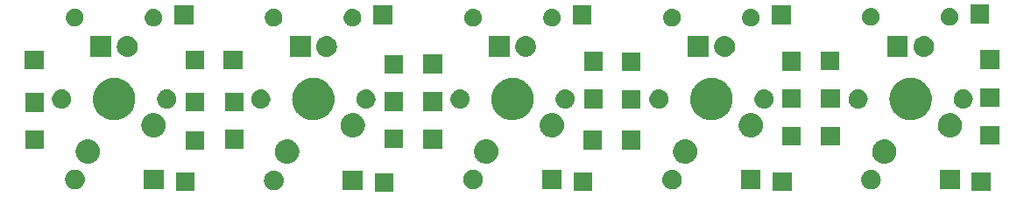
<source format=gbr>
G04 #@! TF.GenerationSoftware,KiCad,Pcbnew,6.0.0-unknown-cbea514~86~ubuntu18.04.1*
G04 #@! TF.CreationDate,2019-06-03T21:41:18+01:00*
G04 #@! TF.ProjectId,keyb,6b657962-2e6b-4696-9361-645f70636258,rev?*
G04 #@! TF.SameCoordinates,Original*
G04 #@! TF.FileFunction,Soldermask,Bot*
G04 #@! TF.FilePolarity,Negative*
%FSLAX46Y46*%
G04 Gerber Fmt 4.6, Leading zero omitted, Abs format (unit mm)*
G04 Created by KiCad (PCBNEW 6.0.0-unknown-cbea514~86~ubuntu18.04.1) date 2019-06-03 21:41:18*
%MOMM*%
%LPD*%
G04 APERTURE LIST*
%ADD10C,0.100000*%
G04 APERTURE END LIST*
D10*
G36*
X56120600Y-101180200D02*
G01*
X54318600Y-101180200D01*
X54318600Y-99378200D01*
X56120600Y-99378200D01*
X56120600Y-101180200D01*
X56120600Y-101180200D01*
G37*
G36*
X113829400Y-101104000D02*
G01*
X112027400Y-101104000D01*
X112027400Y-99302000D01*
X113829400Y-99302000D01*
X113829400Y-101104000D01*
X113829400Y-101104000D01*
G37*
G36*
X94601600Y-101104000D02*
G01*
X92799600Y-101104000D01*
X92799600Y-99302000D01*
X94601600Y-99302000D01*
X94601600Y-101104000D01*
X94601600Y-101104000D01*
G37*
G36*
X36892800Y-101078600D02*
G01*
X35090800Y-101078600D01*
X35090800Y-99276600D01*
X36892800Y-99276600D01*
X36892800Y-101078600D01*
X36892800Y-101078600D01*
G37*
G36*
X75373800Y-101078600D02*
G01*
X73571800Y-101078600D01*
X73571800Y-99276600D01*
X75373800Y-99276600D01*
X75373800Y-101078600D01*
X75373800Y-101078600D01*
G37*
G36*
X53148000Y-101027000D02*
G01*
X51246000Y-101027000D01*
X51246000Y-99125000D01*
X53148000Y-99125000D01*
X53148000Y-101027000D01*
X53148000Y-101027000D01*
G37*
G36*
X44711139Y-99140862D02*
G01*
X44851189Y-99161168D01*
X44856726Y-99163400D01*
X44866037Y-99164841D01*
X44943772Y-99198480D01*
X45016641Y-99227847D01*
X45026814Y-99234415D01*
X45043347Y-99241570D01*
X45107930Y-99286791D01*
X45169093Y-99326284D01*
X45182063Y-99338700D01*
X45201607Y-99352385D01*
X45251757Y-99405417D01*
X45300177Y-99451769D01*
X45313947Y-99471181D01*
X45334353Y-99492760D01*
X45369749Y-99549848D01*
X45405169Y-99599781D01*
X45417432Y-99626753D01*
X45436161Y-99656959D01*
X45457347Y-99714542D01*
X45480278Y-99764975D01*
X45488585Y-99799442D01*
X45502873Y-99838276D01*
X45511176Y-99893180D01*
X45522797Y-99941397D01*
X45524706Y-99982641D01*
X45531763Y-100029304D01*
X45529162Y-100078924D01*
X45531187Y-100122668D01*
X45524426Y-100169300D01*
X45521651Y-100222240D01*
X45510596Y-100264682D01*
X45505148Y-100302255D01*
X45487785Y-100352254D01*
X45472952Y-100409201D01*
X45456158Y-100443331D01*
X45445618Y-100473683D01*
X45416208Y-100524520D01*
X45387653Y-100582552D01*
X45367916Y-100607997D01*
X45354746Y-100630762D01*
X45312446Y-100679508D01*
X45269239Y-100735210D01*
X45249222Y-100752367D01*
X45235813Y-100767819D01*
X45180507Y-100811262D01*
X45122547Y-100860940D01*
X45104599Y-100870889D01*
X45093103Y-100879919D01*
X45025423Y-100914777D01*
X44953571Y-100954605D01*
X44939578Y-100958990D01*
X44931777Y-100963008D01*
X44853178Y-100986066D01*
X44769211Y-101012380D01*
X44760448Y-101013270D01*
X44757650Y-101014091D01*
X44670654Y-101022391D01*
X44625279Y-101027000D01*
X44545322Y-101027000D01*
X44442861Y-101011138D01*
X44302811Y-100990832D01*
X44297274Y-100988600D01*
X44287963Y-100987159D01*
X44210228Y-100953520D01*
X44137359Y-100924153D01*
X44127186Y-100917585D01*
X44110653Y-100910430D01*
X44046070Y-100865209D01*
X43984907Y-100825716D01*
X43971937Y-100813300D01*
X43952393Y-100799615D01*
X43902243Y-100746583D01*
X43853823Y-100700231D01*
X43840053Y-100680819D01*
X43819647Y-100659240D01*
X43784251Y-100602152D01*
X43748831Y-100552219D01*
X43736568Y-100525247D01*
X43717839Y-100495041D01*
X43696653Y-100437458D01*
X43673722Y-100387025D01*
X43665415Y-100352558D01*
X43651127Y-100313724D01*
X43642824Y-100258820D01*
X43631203Y-100210603D01*
X43629294Y-100169359D01*
X43622237Y-100122696D01*
X43624838Y-100073076D01*
X43622813Y-100029332D01*
X43629574Y-99982700D01*
X43632349Y-99929760D01*
X43643404Y-99887318D01*
X43648852Y-99849745D01*
X43666215Y-99799746D01*
X43681048Y-99742799D01*
X43697842Y-99708669D01*
X43708382Y-99678317D01*
X43737792Y-99627480D01*
X43766347Y-99569448D01*
X43786084Y-99544003D01*
X43799254Y-99521238D01*
X43841554Y-99472492D01*
X43884761Y-99416790D01*
X43904778Y-99399633D01*
X43918187Y-99384181D01*
X43973493Y-99340738D01*
X44031453Y-99291060D01*
X44049401Y-99281111D01*
X44060897Y-99272081D01*
X44128577Y-99237223D01*
X44200429Y-99197395D01*
X44214422Y-99193010D01*
X44222223Y-99188992D01*
X44300822Y-99165934D01*
X44384789Y-99139620D01*
X44393552Y-99138730D01*
X44396350Y-99137909D01*
X44483346Y-99129609D01*
X44528721Y-99125000D01*
X44608678Y-99125000D01*
X44711139Y-99140862D01*
X44711139Y-99140862D01*
G37*
G36*
X91629000Y-100950800D02*
G01*
X89727000Y-100950800D01*
X89727000Y-99048800D01*
X91629000Y-99048800D01*
X91629000Y-100950800D01*
X91629000Y-100950800D01*
G37*
G36*
X83192139Y-99064662D02*
G01*
X83332189Y-99084968D01*
X83337726Y-99087200D01*
X83347037Y-99088641D01*
X83424772Y-99122280D01*
X83497641Y-99151647D01*
X83507814Y-99158215D01*
X83524347Y-99165370D01*
X83588930Y-99210591D01*
X83650093Y-99250084D01*
X83663063Y-99262500D01*
X83682607Y-99276185D01*
X83732757Y-99329217D01*
X83781177Y-99375569D01*
X83794947Y-99394981D01*
X83815353Y-99416560D01*
X83850749Y-99473648D01*
X83886169Y-99523581D01*
X83898432Y-99550553D01*
X83917161Y-99580759D01*
X83938347Y-99638342D01*
X83961278Y-99688775D01*
X83969585Y-99723242D01*
X83983873Y-99762076D01*
X83992176Y-99816980D01*
X84003797Y-99865197D01*
X84005706Y-99906441D01*
X84012763Y-99953104D01*
X84010162Y-100002724D01*
X84012187Y-100046468D01*
X84005426Y-100093100D01*
X84002651Y-100146040D01*
X83991596Y-100188482D01*
X83986148Y-100226055D01*
X83968785Y-100276054D01*
X83953952Y-100333001D01*
X83937158Y-100367131D01*
X83926618Y-100397483D01*
X83897208Y-100448320D01*
X83868653Y-100506352D01*
X83848916Y-100531797D01*
X83835746Y-100554562D01*
X83793446Y-100603308D01*
X83750239Y-100659010D01*
X83730222Y-100676167D01*
X83716813Y-100691619D01*
X83661507Y-100735062D01*
X83603547Y-100784740D01*
X83585599Y-100794689D01*
X83574103Y-100803719D01*
X83506423Y-100838577D01*
X83434571Y-100878405D01*
X83420578Y-100882790D01*
X83412777Y-100886808D01*
X83334178Y-100909866D01*
X83250211Y-100936180D01*
X83241448Y-100937070D01*
X83238650Y-100937891D01*
X83151654Y-100946191D01*
X83106279Y-100950800D01*
X83026322Y-100950800D01*
X82923861Y-100934938D01*
X82783811Y-100914632D01*
X82778274Y-100912400D01*
X82768963Y-100910959D01*
X82691228Y-100877320D01*
X82618359Y-100847953D01*
X82608186Y-100841385D01*
X82591653Y-100834230D01*
X82527070Y-100789009D01*
X82465907Y-100749516D01*
X82452937Y-100737100D01*
X82433393Y-100723415D01*
X82383243Y-100670383D01*
X82334823Y-100624031D01*
X82321053Y-100604619D01*
X82300647Y-100583040D01*
X82265251Y-100525952D01*
X82229831Y-100476019D01*
X82217568Y-100449047D01*
X82198839Y-100418841D01*
X82177653Y-100361258D01*
X82154722Y-100310825D01*
X82146415Y-100276358D01*
X82132127Y-100237524D01*
X82123824Y-100182620D01*
X82112203Y-100134403D01*
X82110294Y-100093159D01*
X82103237Y-100046496D01*
X82105838Y-99996876D01*
X82103813Y-99953132D01*
X82110574Y-99906500D01*
X82113349Y-99853560D01*
X82124404Y-99811118D01*
X82129852Y-99773545D01*
X82147215Y-99723546D01*
X82162048Y-99666599D01*
X82178842Y-99632469D01*
X82189382Y-99602117D01*
X82218792Y-99551280D01*
X82247347Y-99493248D01*
X82267084Y-99467803D01*
X82280254Y-99445038D01*
X82322554Y-99396292D01*
X82365761Y-99340590D01*
X82385778Y-99323433D01*
X82399187Y-99307981D01*
X82454493Y-99264538D01*
X82512453Y-99214860D01*
X82530401Y-99204911D01*
X82541897Y-99195881D01*
X82609577Y-99161023D01*
X82681429Y-99121195D01*
X82695422Y-99116810D01*
X82703223Y-99112792D01*
X82781822Y-99089734D01*
X82865789Y-99063420D01*
X82874552Y-99062530D01*
X82877350Y-99061709D01*
X82964346Y-99053409D01*
X83009721Y-99048800D01*
X83089678Y-99048800D01*
X83192139Y-99064662D01*
X83192139Y-99064662D01*
G37*
G36*
X102419939Y-99064662D02*
G01*
X102559989Y-99084968D01*
X102565526Y-99087200D01*
X102574837Y-99088641D01*
X102652572Y-99122280D01*
X102725441Y-99151647D01*
X102735614Y-99158215D01*
X102752147Y-99165370D01*
X102816730Y-99210591D01*
X102877893Y-99250084D01*
X102890863Y-99262500D01*
X102910407Y-99276185D01*
X102960557Y-99329217D01*
X103008977Y-99375569D01*
X103022747Y-99394981D01*
X103043153Y-99416560D01*
X103078549Y-99473648D01*
X103113969Y-99523581D01*
X103126232Y-99550553D01*
X103144961Y-99580759D01*
X103166147Y-99638342D01*
X103189078Y-99688775D01*
X103197385Y-99723242D01*
X103211673Y-99762076D01*
X103219976Y-99816980D01*
X103231597Y-99865197D01*
X103233506Y-99906441D01*
X103240563Y-99953104D01*
X103237962Y-100002724D01*
X103239987Y-100046468D01*
X103233226Y-100093100D01*
X103230451Y-100146040D01*
X103219396Y-100188482D01*
X103213948Y-100226055D01*
X103196585Y-100276054D01*
X103181752Y-100333001D01*
X103164958Y-100367131D01*
X103154418Y-100397483D01*
X103125008Y-100448320D01*
X103096453Y-100506352D01*
X103076716Y-100531797D01*
X103063546Y-100554562D01*
X103021246Y-100603308D01*
X102978039Y-100659010D01*
X102958022Y-100676167D01*
X102944613Y-100691619D01*
X102889307Y-100735062D01*
X102831347Y-100784740D01*
X102813399Y-100794689D01*
X102801903Y-100803719D01*
X102734223Y-100838577D01*
X102662371Y-100878405D01*
X102648378Y-100882790D01*
X102640577Y-100886808D01*
X102561978Y-100909866D01*
X102478011Y-100936180D01*
X102469248Y-100937070D01*
X102466450Y-100937891D01*
X102379454Y-100946191D01*
X102334079Y-100950800D01*
X102254122Y-100950800D01*
X102151661Y-100934938D01*
X102011611Y-100914632D01*
X102006074Y-100912400D01*
X101996763Y-100910959D01*
X101919028Y-100877320D01*
X101846159Y-100847953D01*
X101835986Y-100841385D01*
X101819453Y-100834230D01*
X101754870Y-100789009D01*
X101693707Y-100749516D01*
X101680737Y-100737100D01*
X101661193Y-100723415D01*
X101611043Y-100670383D01*
X101562623Y-100624031D01*
X101548853Y-100604619D01*
X101528447Y-100583040D01*
X101493051Y-100525952D01*
X101457631Y-100476019D01*
X101445368Y-100449047D01*
X101426639Y-100418841D01*
X101405453Y-100361258D01*
X101382522Y-100310825D01*
X101374215Y-100276358D01*
X101359927Y-100237524D01*
X101351624Y-100182620D01*
X101340003Y-100134403D01*
X101338094Y-100093159D01*
X101331037Y-100046496D01*
X101333638Y-99996876D01*
X101331613Y-99953132D01*
X101338374Y-99906500D01*
X101341149Y-99853560D01*
X101352204Y-99811118D01*
X101357652Y-99773545D01*
X101375015Y-99723546D01*
X101389848Y-99666599D01*
X101406642Y-99632469D01*
X101417182Y-99602117D01*
X101446592Y-99551280D01*
X101475147Y-99493248D01*
X101494884Y-99467803D01*
X101508054Y-99445038D01*
X101550354Y-99396292D01*
X101593561Y-99340590D01*
X101613578Y-99323433D01*
X101626987Y-99307981D01*
X101682293Y-99264538D01*
X101740253Y-99214860D01*
X101758201Y-99204911D01*
X101769697Y-99195881D01*
X101837377Y-99161023D01*
X101909229Y-99121195D01*
X101923222Y-99116810D01*
X101931023Y-99112792D01*
X102009622Y-99089734D01*
X102093589Y-99063420D01*
X102102352Y-99062530D01*
X102105150Y-99061709D01*
X102192146Y-99053409D01*
X102237521Y-99048800D01*
X102317478Y-99048800D01*
X102419939Y-99064662D01*
X102419939Y-99064662D01*
G37*
G36*
X110856800Y-100950800D02*
G01*
X108954800Y-100950800D01*
X108954800Y-99048800D01*
X110856800Y-99048800D01*
X110856800Y-100950800D01*
X110856800Y-100950800D01*
G37*
G36*
X63964339Y-99039262D02*
G01*
X64104389Y-99059568D01*
X64109926Y-99061800D01*
X64119237Y-99063241D01*
X64196972Y-99096880D01*
X64269841Y-99126247D01*
X64280014Y-99132815D01*
X64296547Y-99139970D01*
X64361130Y-99185191D01*
X64422293Y-99224684D01*
X64435263Y-99237100D01*
X64454807Y-99250785D01*
X64504957Y-99303817D01*
X64553377Y-99350169D01*
X64567147Y-99369581D01*
X64587553Y-99391160D01*
X64622949Y-99448248D01*
X64658369Y-99498181D01*
X64670632Y-99525153D01*
X64689361Y-99555359D01*
X64710547Y-99612942D01*
X64733478Y-99663375D01*
X64741785Y-99697842D01*
X64756073Y-99736676D01*
X64764376Y-99791580D01*
X64775997Y-99839797D01*
X64777906Y-99881041D01*
X64784963Y-99927704D01*
X64782362Y-99977324D01*
X64784387Y-100021068D01*
X64777626Y-100067700D01*
X64774851Y-100120640D01*
X64763796Y-100163082D01*
X64758348Y-100200655D01*
X64740985Y-100250654D01*
X64726152Y-100307601D01*
X64709358Y-100341731D01*
X64698818Y-100372083D01*
X64669408Y-100422920D01*
X64640853Y-100480952D01*
X64621116Y-100506397D01*
X64607946Y-100529162D01*
X64565646Y-100577908D01*
X64522439Y-100633610D01*
X64502422Y-100650767D01*
X64489013Y-100666219D01*
X64433707Y-100709662D01*
X64375747Y-100759340D01*
X64357799Y-100769289D01*
X64346303Y-100778319D01*
X64278623Y-100813177D01*
X64206771Y-100853005D01*
X64192778Y-100857390D01*
X64184977Y-100861408D01*
X64106378Y-100884466D01*
X64022411Y-100910780D01*
X64013648Y-100911670D01*
X64010850Y-100912491D01*
X63923854Y-100920791D01*
X63878479Y-100925400D01*
X63798522Y-100925400D01*
X63696061Y-100909538D01*
X63556011Y-100889232D01*
X63550474Y-100887000D01*
X63541163Y-100885559D01*
X63463428Y-100851920D01*
X63390559Y-100822553D01*
X63380386Y-100815985D01*
X63363853Y-100808830D01*
X63299270Y-100763609D01*
X63238107Y-100724116D01*
X63225137Y-100711700D01*
X63205593Y-100698015D01*
X63155443Y-100644983D01*
X63107023Y-100598631D01*
X63093253Y-100579219D01*
X63072847Y-100557640D01*
X63037451Y-100500552D01*
X63002031Y-100450619D01*
X62989768Y-100423647D01*
X62971039Y-100393441D01*
X62949853Y-100335858D01*
X62926922Y-100285425D01*
X62918615Y-100250958D01*
X62904327Y-100212124D01*
X62896024Y-100157220D01*
X62884403Y-100109003D01*
X62882494Y-100067759D01*
X62875437Y-100021096D01*
X62878038Y-99971476D01*
X62876013Y-99927732D01*
X62882774Y-99881100D01*
X62885549Y-99828160D01*
X62896604Y-99785718D01*
X62902052Y-99748145D01*
X62919415Y-99698146D01*
X62934248Y-99641199D01*
X62951042Y-99607069D01*
X62961582Y-99576717D01*
X62990992Y-99525880D01*
X63019547Y-99467848D01*
X63039284Y-99442403D01*
X63052454Y-99419638D01*
X63094754Y-99370892D01*
X63137961Y-99315190D01*
X63157978Y-99298033D01*
X63171387Y-99282581D01*
X63226693Y-99239138D01*
X63284653Y-99189460D01*
X63302601Y-99179511D01*
X63314097Y-99170481D01*
X63381777Y-99135623D01*
X63453629Y-99095795D01*
X63467622Y-99091410D01*
X63475423Y-99087392D01*
X63554022Y-99064334D01*
X63637989Y-99038020D01*
X63646752Y-99037130D01*
X63649550Y-99036309D01*
X63736546Y-99028009D01*
X63781921Y-99023400D01*
X63861878Y-99023400D01*
X63964339Y-99039262D01*
X63964339Y-99039262D01*
G37*
G36*
X33920200Y-100925400D02*
G01*
X32018200Y-100925400D01*
X32018200Y-99023400D01*
X33920200Y-99023400D01*
X33920200Y-100925400D01*
X33920200Y-100925400D01*
G37*
G36*
X25483339Y-99039262D02*
G01*
X25623389Y-99059568D01*
X25628926Y-99061800D01*
X25638237Y-99063241D01*
X25715972Y-99096880D01*
X25788841Y-99126247D01*
X25799014Y-99132815D01*
X25815547Y-99139970D01*
X25880130Y-99185191D01*
X25941293Y-99224684D01*
X25954263Y-99237100D01*
X25973807Y-99250785D01*
X26023957Y-99303817D01*
X26072377Y-99350169D01*
X26086147Y-99369581D01*
X26106553Y-99391160D01*
X26141949Y-99448248D01*
X26177369Y-99498181D01*
X26189632Y-99525153D01*
X26208361Y-99555359D01*
X26229547Y-99612942D01*
X26252478Y-99663375D01*
X26260785Y-99697842D01*
X26275073Y-99736676D01*
X26283376Y-99791580D01*
X26294997Y-99839797D01*
X26296906Y-99881041D01*
X26303963Y-99927704D01*
X26301362Y-99977324D01*
X26303387Y-100021068D01*
X26296626Y-100067700D01*
X26293851Y-100120640D01*
X26282796Y-100163082D01*
X26277348Y-100200655D01*
X26259985Y-100250654D01*
X26245152Y-100307601D01*
X26228358Y-100341731D01*
X26217818Y-100372083D01*
X26188408Y-100422920D01*
X26159853Y-100480952D01*
X26140116Y-100506397D01*
X26126946Y-100529162D01*
X26084646Y-100577908D01*
X26041439Y-100633610D01*
X26021422Y-100650767D01*
X26008013Y-100666219D01*
X25952707Y-100709662D01*
X25894747Y-100759340D01*
X25876799Y-100769289D01*
X25865303Y-100778319D01*
X25797623Y-100813177D01*
X25725771Y-100853005D01*
X25711778Y-100857390D01*
X25703977Y-100861408D01*
X25625378Y-100884466D01*
X25541411Y-100910780D01*
X25532648Y-100911670D01*
X25529850Y-100912491D01*
X25442854Y-100920791D01*
X25397479Y-100925400D01*
X25317522Y-100925400D01*
X25215061Y-100909538D01*
X25075011Y-100889232D01*
X25069474Y-100887000D01*
X25060163Y-100885559D01*
X24982428Y-100851920D01*
X24909559Y-100822553D01*
X24899386Y-100815985D01*
X24882853Y-100808830D01*
X24818270Y-100763609D01*
X24757107Y-100724116D01*
X24744137Y-100711700D01*
X24724593Y-100698015D01*
X24674443Y-100644983D01*
X24626023Y-100598631D01*
X24612253Y-100579219D01*
X24591847Y-100557640D01*
X24556451Y-100500552D01*
X24521031Y-100450619D01*
X24508768Y-100423647D01*
X24490039Y-100393441D01*
X24468853Y-100335858D01*
X24445922Y-100285425D01*
X24437615Y-100250958D01*
X24423327Y-100212124D01*
X24415024Y-100157220D01*
X24403403Y-100109003D01*
X24401494Y-100067759D01*
X24394437Y-100021096D01*
X24397038Y-99971476D01*
X24395013Y-99927732D01*
X24401774Y-99881100D01*
X24404549Y-99828160D01*
X24415604Y-99785718D01*
X24421052Y-99748145D01*
X24438415Y-99698146D01*
X24453248Y-99641199D01*
X24470042Y-99607069D01*
X24480582Y-99576717D01*
X24509992Y-99525880D01*
X24538547Y-99467848D01*
X24558284Y-99442403D01*
X24571454Y-99419638D01*
X24613754Y-99370892D01*
X24656961Y-99315190D01*
X24676978Y-99298033D01*
X24690387Y-99282581D01*
X24745693Y-99239138D01*
X24803653Y-99189460D01*
X24821601Y-99179511D01*
X24833097Y-99170481D01*
X24900777Y-99135623D01*
X24972629Y-99095795D01*
X24986622Y-99091410D01*
X24994423Y-99087392D01*
X25073022Y-99064334D01*
X25156989Y-99038020D01*
X25165752Y-99037130D01*
X25168550Y-99036309D01*
X25255546Y-99028009D01*
X25300921Y-99023400D01*
X25380878Y-99023400D01*
X25483339Y-99039262D01*
X25483339Y-99039262D01*
G37*
G36*
X72401200Y-100925400D02*
G01*
X70499200Y-100925400D01*
X70499200Y-99023400D01*
X72401200Y-99023400D01*
X72401200Y-100925400D01*
X72401200Y-100925400D01*
G37*
G36*
X84390948Y-96106001D02*
G01*
X84430887Y-96106001D01*
X84491067Y-96116612D01*
X84559420Y-96123857D01*
X84599210Y-96135681D01*
X84633532Y-96141733D01*
X84695613Y-96164328D01*
X84766600Y-96185423D01*
X84798934Y-96201934D01*
X84826899Y-96212112D01*
X84888366Y-96247600D01*
X84959090Y-96283714D01*
X84983752Y-96302672D01*
X85005103Y-96314999D01*
X85063152Y-96363707D01*
X85130446Y-96415437D01*
X85147766Y-96434706D01*
X85162734Y-96447266D01*
X85214416Y-96508859D01*
X85274928Y-96576182D01*
X85285739Y-96593859D01*
X85295001Y-96604897D01*
X85337340Y-96678230D01*
X85387696Y-96760565D01*
X85393246Y-96775061D01*
X85397888Y-96783101D01*
X85428001Y-96865837D01*
X85464976Y-96962411D01*
X85466851Y-96972578D01*
X85468267Y-96976468D01*
X85483460Y-97062633D01*
X85504177Y-97174959D01*
X85503999Y-97181538D01*
X85503999Y-97384887D01*
X85497500Y-97421745D01*
X85496668Y-97452490D01*
X85479566Y-97523450D01*
X85468267Y-97587532D01*
X85456000Y-97621237D01*
X85446029Y-97662608D01*
X85418447Y-97724412D01*
X85397888Y-97780899D01*
X85377409Y-97816370D01*
X85357947Y-97859979D01*
X85322555Y-97911379D01*
X85295001Y-97959103D01*
X85265416Y-97994362D01*
X85235372Y-98037994D01*
X85194923Y-98078373D01*
X85162734Y-98116734D01*
X85123599Y-98149572D01*
X85082409Y-98190690D01*
X85039587Y-98220066D01*
X85005103Y-98249001D01*
X84956510Y-98277056D01*
X84904181Y-98312954D01*
X84861491Y-98331916D01*
X84826899Y-98351888D01*
X84769470Y-98372790D01*
X84706656Y-98400691D01*
X84666285Y-98410346D01*
X84633532Y-98422267D01*
X84568466Y-98433740D01*
X84496450Y-98450963D01*
X84460193Y-98452832D01*
X84430887Y-98457999D01*
X84359925Y-98457999D01*
X84280603Y-98462087D01*
X84249761Y-98457999D01*
X84225113Y-98457999D01*
X84150498Y-98444842D01*
X84066343Y-98433688D01*
X84041706Y-98425659D01*
X84022468Y-98422267D01*
X83946919Y-98394770D01*
X83860846Y-98366720D01*
X83842648Y-98356819D01*
X83829101Y-98351888D01*
X83755756Y-98309542D01*
X83670994Y-98263424D01*
X83658937Y-98253643D01*
X83650897Y-98249001D01*
X83583415Y-98192378D01*
X83503145Y-98127260D01*
X83496445Y-98119402D01*
X83493266Y-98116734D01*
X83436934Y-98049600D01*
X83362921Y-97962788D01*
X83261121Y-97786111D01*
X83258112Y-97780899D01*
X83258102Y-97780870D01*
X83255017Y-97775517D01*
X83217973Y-97670616D01*
X83187733Y-97587532D01*
X83186836Y-97582443D01*
X83183048Y-97571717D01*
X83167196Y-97471061D01*
X83152001Y-97384887D01*
X83152001Y-97374578D01*
X83149424Y-97358215D01*
X83152001Y-97262975D01*
X83152001Y-97179113D01*
X83154681Y-97163912D01*
X83155270Y-97142160D01*
X83173932Y-97054739D01*
X83187733Y-96976468D01*
X83194763Y-96957152D01*
X83200391Y-96930789D01*
X83232524Y-96853404D01*
X83258112Y-96783101D01*
X83270949Y-96760867D01*
X83283276Y-96731180D01*
X83326003Y-96665512D01*
X83360999Y-96604897D01*
X83380780Y-96581322D01*
X83401149Y-96550017D01*
X83451430Y-96497124D01*
X83493266Y-96447266D01*
X83520750Y-96424204D01*
X83550063Y-96393369D01*
X83604848Y-96353639D01*
X83650897Y-96314999D01*
X83686366Y-96294521D01*
X83725029Y-96266482D01*
X83781377Y-96239666D01*
X83829101Y-96212112D01*
X83872354Y-96196369D01*
X83920190Y-96173604D01*
X83975420Y-96158857D01*
X84022468Y-96141733D01*
X84072769Y-96132864D01*
X84129008Y-96117847D01*
X84180783Y-96113818D01*
X84225113Y-96106001D01*
X84281220Y-96106001D01*
X84344490Y-96101077D01*
X84390948Y-96106001D01*
X84390948Y-96106001D01*
G37*
G36*
X65163148Y-96106001D02*
G01*
X65203087Y-96106001D01*
X65263267Y-96116612D01*
X65331620Y-96123857D01*
X65371410Y-96135681D01*
X65405732Y-96141733D01*
X65467813Y-96164328D01*
X65538800Y-96185423D01*
X65571134Y-96201934D01*
X65599099Y-96212112D01*
X65660566Y-96247600D01*
X65731290Y-96283714D01*
X65755952Y-96302672D01*
X65777303Y-96314999D01*
X65835352Y-96363707D01*
X65902646Y-96415437D01*
X65919966Y-96434706D01*
X65934934Y-96447266D01*
X65986616Y-96508859D01*
X66047128Y-96576182D01*
X66057939Y-96593859D01*
X66067201Y-96604897D01*
X66109540Y-96678230D01*
X66159896Y-96760565D01*
X66165446Y-96775061D01*
X66170088Y-96783101D01*
X66200201Y-96865837D01*
X66237176Y-96962411D01*
X66239051Y-96972578D01*
X66240467Y-96976468D01*
X66255660Y-97062633D01*
X66276377Y-97174959D01*
X66276199Y-97181538D01*
X66276199Y-97384887D01*
X66269700Y-97421745D01*
X66268868Y-97452490D01*
X66251766Y-97523450D01*
X66240467Y-97587532D01*
X66228200Y-97621237D01*
X66218229Y-97662608D01*
X66190647Y-97724412D01*
X66170088Y-97780899D01*
X66149609Y-97816370D01*
X66130147Y-97859979D01*
X66094755Y-97911379D01*
X66067201Y-97959103D01*
X66037616Y-97994362D01*
X66007572Y-98037994D01*
X65967123Y-98078373D01*
X65934934Y-98116734D01*
X65895799Y-98149572D01*
X65854609Y-98190690D01*
X65811787Y-98220066D01*
X65777303Y-98249001D01*
X65728710Y-98277056D01*
X65676381Y-98312954D01*
X65633691Y-98331916D01*
X65599099Y-98351888D01*
X65541670Y-98372790D01*
X65478856Y-98400691D01*
X65438485Y-98410346D01*
X65405732Y-98422267D01*
X65340666Y-98433740D01*
X65268650Y-98450963D01*
X65232393Y-98452832D01*
X65203087Y-98457999D01*
X65132125Y-98457999D01*
X65052803Y-98462087D01*
X65021961Y-98457999D01*
X64997313Y-98457999D01*
X64922698Y-98444842D01*
X64838543Y-98433688D01*
X64813906Y-98425659D01*
X64794668Y-98422267D01*
X64719119Y-98394770D01*
X64633046Y-98366720D01*
X64614848Y-98356819D01*
X64601301Y-98351888D01*
X64527956Y-98309542D01*
X64443194Y-98263424D01*
X64431137Y-98253643D01*
X64423097Y-98249001D01*
X64355615Y-98192378D01*
X64275345Y-98127260D01*
X64268645Y-98119402D01*
X64265466Y-98116734D01*
X64209134Y-98049600D01*
X64135121Y-97962788D01*
X64033321Y-97786111D01*
X64030312Y-97780899D01*
X64030302Y-97780870D01*
X64027217Y-97775517D01*
X63990173Y-97670616D01*
X63959933Y-97587532D01*
X63959036Y-97582443D01*
X63955248Y-97571717D01*
X63939396Y-97471061D01*
X63924201Y-97384887D01*
X63924201Y-97374578D01*
X63921624Y-97358215D01*
X63924201Y-97262975D01*
X63924201Y-97179113D01*
X63926881Y-97163912D01*
X63927470Y-97142160D01*
X63946132Y-97054739D01*
X63959933Y-96976468D01*
X63966963Y-96957152D01*
X63972591Y-96930789D01*
X64004724Y-96853404D01*
X64030312Y-96783101D01*
X64043149Y-96760867D01*
X64055476Y-96731180D01*
X64098203Y-96665512D01*
X64133199Y-96604897D01*
X64152980Y-96581322D01*
X64173349Y-96550017D01*
X64223630Y-96497124D01*
X64265466Y-96447266D01*
X64292950Y-96424204D01*
X64322263Y-96393369D01*
X64377048Y-96353639D01*
X64423097Y-96314999D01*
X64458566Y-96294521D01*
X64497229Y-96266482D01*
X64553577Y-96239666D01*
X64601301Y-96212112D01*
X64644554Y-96196369D01*
X64692390Y-96173604D01*
X64747620Y-96158857D01*
X64794668Y-96141733D01*
X64844969Y-96132864D01*
X64901208Y-96117847D01*
X64952983Y-96113818D01*
X64997313Y-96106001D01*
X65053420Y-96106001D01*
X65116690Y-96101077D01*
X65163148Y-96106001D01*
X65163148Y-96106001D01*
G37*
G36*
X26656748Y-96106001D02*
G01*
X26696687Y-96106001D01*
X26756867Y-96116612D01*
X26825220Y-96123857D01*
X26865010Y-96135681D01*
X26899332Y-96141733D01*
X26961413Y-96164328D01*
X27032400Y-96185423D01*
X27064734Y-96201934D01*
X27092699Y-96212112D01*
X27154166Y-96247600D01*
X27224890Y-96283714D01*
X27249552Y-96302672D01*
X27270903Y-96314999D01*
X27328952Y-96363707D01*
X27396246Y-96415437D01*
X27413566Y-96434706D01*
X27428534Y-96447266D01*
X27480216Y-96508859D01*
X27540728Y-96576182D01*
X27551539Y-96593859D01*
X27560801Y-96604897D01*
X27603140Y-96678230D01*
X27653496Y-96760565D01*
X27659046Y-96775061D01*
X27663688Y-96783101D01*
X27693801Y-96865837D01*
X27730776Y-96962411D01*
X27732651Y-96972578D01*
X27734067Y-96976468D01*
X27749260Y-97062633D01*
X27769977Y-97174959D01*
X27769799Y-97181538D01*
X27769799Y-97384887D01*
X27763300Y-97421745D01*
X27762468Y-97452490D01*
X27745366Y-97523450D01*
X27734067Y-97587532D01*
X27721800Y-97621237D01*
X27711829Y-97662608D01*
X27684247Y-97724412D01*
X27663688Y-97780899D01*
X27643209Y-97816370D01*
X27623747Y-97859979D01*
X27588355Y-97911379D01*
X27560801Y-97959103D01*
X27531216Y-97994362D01*
X27501172Y-98037994D01*
X27460723Y-98078373D01*
X27428534Y-98116734D01*
X27389399Y-98149572D01*
X27348209Y-98190690D01*
X27305387Y-98220066D01*
X27270903Y-98249001D01*
X27222310Y-98277056D01*
X27169981Y-98312954D01*
X27127291Y-98331916D01*
X27092699Y-98351888D01*
X27035270Y-98372790D01*
X26972456Y-98400691D01*
X26932085Y-98410346D01*
X26899332Y-98422267D01*
X26834266Y-98433740D01*
X26762250Y-98450963D01*
X26725993Y-98452832D01*
X26696687Y-98457999D01*
X26625725Y-98457999D01*
X26546403Y-98462087D01*
X26515561Y-98457999D01*
X26490913Y-98457999D01*
X26416298Y-98444842D01*
X26332143Y-98433688D01*
X26307506Y-98425659D01*
X26288268Y-98422267D01*
X26212719Y-98394770D01*
X26126646Y-98366720D01*
X26108448Y-98356819D01*
X26094901Y-98351888D01*
X26021556Y-98309542D01*
X25936794Y-98263424D01*
X25924737Y-98253643D01*
X25916697Y-98249001D01*
X25849215Y-98192378D01*
X25768945Y-98127260D01*
X25762245Y-98119402D01*
X25759066Y-98116734D01*
X25702734Y-98049600D01*
X25628721Y-97962788D01*
X25526921Y-97786111D01*
X25523912Y-97780899D01*
X25523902Y-97780870D01*
X25520817Y-97775517D01*
X25483773Y-97670616D01*
X25453533Y-97587532D01*
X25452636Y-97582443D01*
X25448848Y-97571717D01*
X25432996Y-97471061D01*
X25417801Y-97384887D01*
X25417801Y-97374578D01*
X25415224Y-97358215D01*
X25417801Y-97262975D01*
X25417801Y-97179113D01*
X25420481Y-97163912D01*
X25421070Y-97142160D01*
X25439732Y-97054739D01*
X25453533Y-96976468D01*
X25460563Y-96957152D01*
X25466191Y-96930789D01*
X25498324Y-96853404D01*
X25523912Y-96783101D01*
X25536749Y-96760867D01*
X25549076Y-96731180D01*
X25591803Y-96665512D01*
X25626799Y-96604897D01*
X25646580Y-96581322D01*
X25666949Y-96550017D01*
X25717230Y-96497124D01*
X25759066Y-96447266D01*
X25786550Y-96424204D01*
X25815863Y-96393369D01*
X25870648Y-96353639D01*
X25916697Y-96314999D01*
X25952166Y-96294521D01*
X25990829Y-96266482D01*
X26047177Y-96239666D01*
X26094901Y-96212112D01*
X26138154Y-96196369D01*
X26185990Y-96173604D01*
X26241220Y-96158857D01*
X26288268Y-96141733D01*
X26338569Y-96132864D01*
X26394808Y-96117847D01*
X26446583Y-96113818D01*
X26490913Y-96106001D01*
X26547020Y-96106001D01*
X26610290Y-96101077D01*
X26656748Y-96106001D01*
X26656748Y-96106001D01*
G37*
G36*
X103644148Y-96106001D02*
G01*
X103684087Y-96106001D01*
X103744267Y-96116612D01*
X103812620Y-96123857D01*
X103852410Y-96135681D01*
X103886732Y-96141733D01*
X103948813Y-96164328D01*
X104019800Y-96185423D01*
X104052134Y-96201934D01*
X104080099Y-96212112D01*
X104141566Y-96247600D01*
X104212290Y-96283714D01*
X104236952Y-96302672D01*
X104258303Y-96314999D01*
X104316352Y-96363707D01*
X104383646Y-96415437D01*
X104400966Y-96434706D01*
X104415934Y-96447266D01*
X104467616Y-96508859D01*
X104528128Y-96576182D01*
X104538939Y-96593859D01*
X104548201Y-96604897D01*
X104590540Y-96678230D01*
X104640896Y-96760565D01*
X104646446Y-96775061D01*
X104651088Y-96783101D01*
X104681201Y-96865837D01*
X104718176Y-96962411D01*
X104720051Y-96972578D01*
X104721467Y-96976468D01*
X104736660Y-97062633D01*
X104757377Y-97174959D01*
X104757199Y-97181538D01*
X104757199Y-97384887D01*
X104750700Y-97421745D01*
X104749868Y-97452490D01*
X104732766Y-97523450D01*
X104721467Y-97587532D01*
X104709200Y-97621237D01*
X104699229Y-97662608D01*
X104671647Y-97724412D01*
X104651088Y-97780899D01*
X104630609Y-97816370D01*
X104611147Y-97859979D01*
X104575755Y-97911379D01*
X104548201Y-97959103D01*
X104518616Y-97994362D01*
X104488572Y-98037994D01*
X104448123Y-98078373D01*
X104415934Y-98116734D01*
X104376799Y-98149572D01*
X104335609Y-98190690D01*
X104292787Y-98220066D01*
X104258303Y-98249001D01*
X104209710Y-98277056D01*
X104157381Y-98312954D01*
X104114691Y-98331916D01*
X104080099Y-98351888D01*
X104022670Y-98372790D01*
X103959856Y-98400691D01*
X103919485Y-98410346D01*
X103886732Y-98422267D01*
X103821666Y-98433740D01*
X103749650Y-98450963D01*
X103713393Y-98452832D01*
X103684087Y-98457999D01*
X103613125Y-98457999D01*
X103533803Y-98462087D01*
X103502961Y-98457999D01*
X103478313Y-98457999D01*
X103403698Y-98444842D01*
X103319543Y-98433688D01*
X103294906Y-98425659D01*
X103275668Y-98422267D01*
X103200119Y-98394770D01*
X103114046Y-98366720D01*
X103095848Y-98356819D01*
X103082301Y-98351888D01*
X103008956Y-98309542D01*
X102924194Y-98263424D01*
X102912137Y-98253643D01*
X102904097Y-98249001D01*
X102836615Y-98192378D01*
X102756345Y-98127260D01*
X102749645Y-98119402D01*
X102746466Y-98116734D01*
X102690134Y-98049600D01*
X102616121Y-97962788D01*
X102514321Y-97786111D01*
X102511312Y-97780899D01*
X102511302Y-97780870D01*
X102508217Y-97775517D01*
X102471173Y-97670616D01*
X102440933Y-97587532D01*
X102440036Y-97582443D01*
X102436248Y-97571717D01*
X102420396Y-97471061D01*
X102405201Y-97384887D01*
X102405201Y-97374578D01*
X102402624Y-97358215D01*
X102405201Y-97262975D01*
X102405201Y-97179113D01*
X102407881Y-97163912D01*
X102408470Y-97142160D01*
X102427132Y-97054739D01*
X102440933Y-96976468D01*
X102447963Y-96957152D01*
X102453591Y-96930789D01*
X102485724Y-96853404D01*
X102511312Y-96783101D01*
X102524149Y-96760867D01*
X102536476Y-96731180D01*
X102579203Y-96665512D01*
X102614199Y-96604897D01*
X102633980Y-96581322D01*
X102654349Y-96550017D01*
X102704630Y-96497124D01*
X102746466Y-96447266D01*
X102773950Y-96424204D01*
X102803263Y-96393369D01*
X102858048Y-96353639D01*
X102904097Y-96314999D01*
X102939566Y-96294521D01*
X102978229Y-96266482D01*
X103034577Y-96239666D01*
X103082301Y-96212112D01*
X103125554Y-96196369D01*
X103173390Y-96173604D01*
X103228620Y-96158857D01*
X103275668Y-96141733D01*
X103325969Y-96132864D01*
X103382208Y-96117847D01*
X103433983Y-96113818D01*
X103478313Y-96106001D01*
X103534420Y-96106001D01*
X103597690Y-96101077D01*
X103644148Y-96106001D01*
X103644148Y-96106001D01*
G37*
G36*
X45909948Y-96106001D02*
G01*
X45949887Y-96106001D01*
X46010067Y-96116612D01*
X46078420Y-96123857D01*
X46118210Y-96135681D01*
X46152532Y-96141733D01*
X46214613Y-96164328D01*
X46285600Y-96185423D01*
X46317934Y-96201934D01*
X46345899Y-96212112D01*
X46407366Y-96247600D01*
X46478090Y-96283714D01*
X46502752Y-96302672D01*
X46524103Y-96314999D01*
X46582152Y-96363707D01*
X46649446Y-96415437D01*
X46666766Y-96434706D01*
X46681734Y-96447266D01*
X46733416Y-96508859D01*
X46793928Y-96576182D01*
X46804739Y-96593859D01*
X46814001Y-96604897D01*
X46856340Y-96678230D01*
X46906696Y-96760565D01*
X46912246Y-96775061D01*
X46916888Y-96783101D01*
X46947001Y-96865837D01*
X46983976Y-96962411D01*
X46985851Y-96972578D01*
X46987267Y-96976468D01*
X47002460Y-97062633D01*
X47023177Y-97174959D01*
X47022999Y-97181538D01*
X47022999Y-97384887D01*
X47016500Y-97421745D01*
X47015668Y-97452490D01*
X46998566Y-97523450D01*
X46987267Y-97587532D01*
X46975000Y-97621237D01*
X46965029Y-97662608D01*
X46937447Y-97724412D01*
X46916888Y-97780899D01*
X46896409Y-97816370D01*
X46876947Y-97859979D01*
X46841555Y-97911379D01*
X46814001Y-97959103D01*
X46784416Y-97994362D01*
X46754372Y-98037994D01*
X46713923Y-98078373D01*
X46681734Y-98116734D01*
X46642599Y-98149572D01*
X46601409Y-98190690D01*
X46558587Y-98220066D01*
X46524103Y-98249001D01*
X46475510Y-98277056D01*
X46423181Y-98312954D01*
X46380491Y-98331916D01*
X46345899Y-98351888D01*
X46288470Y-98372790D01*
X46225656Y-98400691D01*
X46185285Y-98410346D01*
X46152532Y-98422267D01*
X46087466Y-98433740D01*
X46015450Y-98450963D01*
X45979193Y-98452832D01*
X45949887Y-98457999D01*
X45878925Y-98457999D01*
X45799603Y-98462087D01*
X45768761Y-98457999D01*
X45744113Y-98457999D01*
X45669498Y-98444842D01*
X45585343Y-98433688D01*
X45560706Y-98425659D01*
X45541468Y-98422267D01*
X45465919Y-98394770D01*
X45379846Y-98366720D01*
X45361648Y-98356819D01*
X45348101Y-98351888D01*
X45274756Y-98309542D01*
X45189994Y-98263424D01*
X45177937Y-98253643D01*
X45169897Y-98249001D01*
X45102415Y-98192378D01*
X45022145Y-98127260D01*
X45015445Y-98119402D01*
X45012266Y-98116734D01*
X44955934Y-98049600D01*
X44881921Y-97962788D01*
X44780121Y-97786111D01*
X44777112Y-97780899D01*
X44777102Y-97780870D01*
X44774017Y-97775517D01*
X44736973Y-97670616D01*
X44706733Y-97587532D01*
X44705836Y-97582443D01*
X44702048Y-97571717D01*
X44686196Y-97471061D01*
X44671001Y-97384887D01*
X44671001Y-97374578D01*
X44668424Y-97358215D01*
X44671001Y-97262975D01*
X44671001Y-97179113D01*
X44673681Y-97163912D01*
X44674270Y-97142160D01*
X44692932Y-97054739D01*
X44706733Y-96976468D01*
X44713763Y-96957152D01*
X44719391Y-96930789D01*
X44751524Y-96853404D01*
X44777112Y-96783101D01*
X44789949Y-96760867D01*
X44802276Y-96731180D01*
X44845003Y-96665512D01*
X44879999Y-96604897D01*
X44899780Y-96581322D01*
X44920149Y-96550017D01*
X44970430Y-96497124D01*
X45012266Y-96447266D01*
X45039750Y-96424204D01*
X45069063Y-96393369D01*
X45123848Y-96353639D01*
X45169897Y-96314999D01*
X45205366Y-96294521D01*
X45244029Y-96266482D01*
X45300377Y-96239666D01*
X45348101Y-96212112D01*
X45391354Y-96196369D01*
X45439190Y-96173604D01*
X45494420Y-96158857D01*
X45541468Y-96141733D01*
X45591769Y-96132864D01*
X45648008Y-96117847D01*
X45699783Y-96113818D01*
X45744113Y-96106001D01*
X45800220Y-96106001D01*
X45863490Y-96101077D01*
X45909948Y-96106001D01*
X45909948Y-96106001D01*
G37*
G36*
X37832600Y-97141600D02*
G01*
X36030600Y-97141600D01*
X36030600Y-95339600D01*
X37832600Y-95339600D01*
X37832600Y-97141600D01*
X37832600Y-97141600D01*
G37*
G36*
X80022000Y-97090800D02*
G01*
X78220000Y-97090800D01*
X78220000Y-95288800D01*
X80022000Y-95288800D01*
X80022000Y-97090800D01*
X80022000Y-97090800D01*
G37*
G36*
X76262800Y-97090800D02*
G01*
X74460800Y-97090800D01*
X74460800Y-95288800D01*
X76262800Y-95288800D01*
X76262800Y-97090800D01*
X76262800Y-97090800D01*
G37*
G36*
X22364000Y-97040000D02*
G01*
X20562000Y-97040000D01*
X20562000Y-95238000D01*
X22364000Y-95238000D01*
X22364000Y-97040000D01*
X22364000Y-97040000D01*
G37*
G36*
X41642600Y-96989200D02*
G01*
X39840600Y-96989200D01*
X39840600Y-95187200D01*
X41642600Y-95187200D01*
X41642600Y-96989200D01*
X41642600Y-96989200D01*
G37*
G36*
X60819600Y-96989200D02*
G01*
X59017600Y-96989200D01*
X59017600Y-95187200D01*
X60819600Y-95187200D01*
X60819600Y-96989200D01*
X60819600Y-96989200D01*
G37*
G36*
X57060400Y-96963800D02*
G01*
X55258400Y-96963800D01*
X55258400Y-95161800D01*
X57060400Y-95161800D01*
X57060400Y-96963800D01*
X57060400Y-96963800D01*
G37*
G36*
X95490600Y-96684400D02*
G01*
X93688600Y-96684400D01*
X93688600Y-94882400D01*
X95490600Y-94882400D01*
X95490600Y-96684400D01*
X95490600Y-96684400D01*
G37*
G36*
X99275200Y-96684400D02*
G01*
X97473200Y-96684400D01*
X97473200Y-94882400D01*
X99275200Y-94882400D01*
X99275200Y-96684400D01*
X99275200Y-96684400D01*
G37*
G36*
X114667600Y-96608200D02*
G01*
X112865600Y-96608200D01*
X112865600Y-94806200D01*
X114667600Y-94806200D01*
X114667600Y-96608200D01*
X114667600Y-96608200D01*
G37*
G36*
X71513148Y-93566001D02*
G01*
X71553087Y-93566001D01*
X71613267Y-93576612D01*
X71681620Y-93583857D01*
X71721410Y-93595681D01*
X71755732Y-93601733D01*
X71817813Y-93624328D01*
X71888800Y-93645423D01*
X71921134Y-93661934D01*
X71949099Y-93672112D01*
X72010566Y-93707600D01*
X72081290Y-93743714D01*
X72105952Y-93762672D01*
X72127303Y-93774999D01*
X72185352Y-93823707D01*
X72252646Y-93875437D01*
X72269966Y-93894706D01*
X72284934Y-93907266D01*
X72336616Y-93968859D01*
X72397128Y-94036182D01*
X72407939Y-94053859D01*
X72417201Y-94064897D01*
X72459540Y-94138230D01*
X72509896Y-94220565D01*
X72515446Y-94235061D01*
X72520088Y-94243101D01*
X72550201Y-94325837D01*
X72587176Y-94422411D01*
X72589051Y-94432578D01*
X72590467Y-94436468D01*
X72605660Y-94522633D01*
X72626377Y-94634959D01*
X72626199Y-94641538D01*
X72626199Y-94844887D01*
X72619700Y-94881745D01*
X72618868Y-94912490D01*
X72601766Y-94983450D01*
X72590467Y-95047532D01*
X72578200Y-95081237D01*
X72568229Y-95122608D01*
X72540647Y-95184412D01*
X72520088Y-95240899D01*
X72499609Y-95276370D01*
X72480147Y-95319979D01*
X72444755Y-95371379D01*
X72417201Y-95419103D01*
X72387616Y-95454362D01*
X72357572Y-95497994D01*
X72317123Y-95538373D01*
X72284934Y-95576734D01*
X72245799Y-95609572D01*
X72204609Y-95650690D01*
X72161787Y-95680066D01*
X72127303Y-95709001D01*
X72078710Y-95737056D01*
X72026381Y-95772954D01*
X71983691Y-95791916D01*
X71949099Y-95811888D01*
X71891670Y-95832790D01*
X71828856Y-95860691D01*
X71788485Y-95870346D01*
X71755732Y-95882267D01*
X71690666Y-95893740D01*
X71618650Y-95910963D01*
X71582393Y-95912832D01*
X71553087Y-95917999D01*
X71482125Y-95917999D01*
X71402803Y-95922087D01*
X71371961Y-95917999D01*
X71347313Y-95917999D01*
X71272698Y-95904842D01*
X71188543Y-95893688D01*
X71163906Y-95885659D01*
X71144668Y-95882267D01*
X71069119Y-95854770D01*
X70983046Y-95826720D01*
X70964848Y-95816819D01*
X70951301Y-95811888D01*
X70877956Y-95769542D01*
X70793194Y-95723424D01*
X70781137Y-95713643D01*
X70773097Y-95709001D01*
X70705615Y-95652378D01*
X70625345Y-95587260D01*
X70618645Y-95579402D01*
X70615466Y-95576734D01*
X70559134Y-95509600D01*
X70485121Y-95422788D01*
X70383321Y-95246111D01*
X70380312Y-95240899D01*
X70380302Y-95240870D01*
X70377217Y-95235517D01*
X70340173Y-95130616D01*
X70309933Y-95047532D01*
X70309036Y-95042443D01*
X70305248Y-95031717D01*
X70289396Y-94931061D01*
X70274201Y-94844887D01*
X70274201Y-94834578D01*
X70271624Y-94818215D01*
X70274201Y-94722975D01*
X70274201Y-94639113D01*
X70276881Y-94623912D01*
X70277470Y-94602160D01*
X70296132Y-94514739D01*
X70309933Y-94436468D01*
X70316963Y-94417152D01*
X70322591Y-94390789D01*
X70354724Y-94313404D01*
X70380312Y-94243101D01*
X70393149Y-94220867D01*
X70405476Y-94191180D01*
X70448203Y-94125512D01*
X70483199Y-94064897D01*
X70502980Y-94041322D01*
X70523349Y-94010017D01*
X70573630Y-93957124D01*
X70615466Y-93907266D01*
X70642950Y-93884204D01*
X70672263Y-93853369D01*
X70727048Y-93813639D01*
X70773097Y-93774999D01*
X70808566Y-93754521D01*
X70847229Y-93726482D01*
X70903577Y-93699666D01*
X70951301Y-93672112D01*
X70994554Y-93656369D01*
X71042390Y-93633604D01*
X71097620Y-93618857D01*
X71144668Y-93601733D01*
X71194969Y-93592864D01*
X71251208Y-93577847D01*
X71302983Y-93573818D01*
X71347313Y-93566001D01*
X71403420Y-93566001D01*
X71466690Y-93561077D01*
X71513148Y-93566001D01*
X71513148Y-93566001D01*
G37*
G36*
X52259948Y-93566001D02*
G01*
X52299887Y-93566001D01*
X52360067Y-93576612D01*
X52428420Y-93583857D01*
X52468210Y-93595681D01*
X52502532Y-93601733D01*
X52564613Y-93624328D01*
X52635600Y-93645423D01*
X52667934Y-93661934D01*
X52695899Y-93672112D01*
X52757366Y-93707600D01*
X52828090Y-93743714D01*
X52852752Y-93762672D01*
X52874103Y-93774999D01*
X52932152Y-93823707D01*
X52999446Y-93875437D01*
X53016766Y-93894706D01*
X53031734Y-93907266D01*
X53083416Y-93968859D01*
X53143928Y-94036182D01*
X53154739Y-94053859D01*
X53164001Y-94064897D01*
X53206340Y-94138230D01*
X53256696Y-94220565D01*
X53262246Y-94235061D01*
X53266888Y-94243101D01*
X53297001Y-94325837D01*
X53333976Y-94422411D01*
X53335851Y-94432578D01*
X53337267Y-94436468D01*
X53352460Y-94522633D01*
X53373177Y-94634959D01*
X53372999Y-94641538D01*
X53372999Y-94844887D01*
X53366500Y-94881745D01*
X53365668Y-94912490D01*
X53348566Y-94983450D01*
X53337267Y-95047532D01*
X53325000Y-95081237D01*
X53315029Y-95122608D01*
X53287447Y-95184412D01*
X53266888Y-95240899D01*
X53246409Y-95276370D01*
X53226947Y-95319979D01*
X53191555Y-95371379D01*
X53164001Y-95419103D01*
X53134416Y-95454362D01*
X53104372Y-95497994D01*
X53063923Y-95538373D01*
X53031734Y-95576734D01*
X52992599Y-95609572D01*
X52951409Y-95650690D01*
X52908587Y-95680066D01*
X52874103Y-95709001D01*
X52825510Y-95737056D01*
X52773181Y-95772954D01*
X52730491Y-95791916D01*
X52695899Y-95811888D01*
X52638470Y-95832790D01*
X52575656Y-95860691D01*
X52535285Y-95870346D01*
X52502532Y-95882267D01*
X52437466Y-95893740D01*
X52365450Y-95910963D01*
X52329193Y-95912832D01*
X52299887Y-95917999D01*
X52228925Y-95917999D01*
X52149603Y-95922087D01*
X52118761Y-95917999D01*
X52094113Y-95917999D01*
X52019498Y-95904842D01*
X51935343Y-95893688D01*
X51910706Y-95885659D01*
X51891468Y-95882267D01*
X51815919Y-95854770D01*
X51729846Y-95826720D01*
X51711648Y-95816819D01*
X51698101Y-95811888D01*
X51624756Y-95769542D01*
X51539994Y-95723424D01*
X51527937Y-95713643D01*
X51519897Y-95709001D01*
X51452415Y-95652378D01*
X51372145Y-95587260D01*
X51365445Y-95579402D01*
X51362266Y-95576734D01*
X51305934Y-95509600D01*
X51231921Y-95422788D01*
X51130121Y-95246111D01*
X51127112Y-95240899D01*
X51127102Y-95240870D01*
X51124017Y-95235517D01*
X51086973Y-95130616D01*
X51056733Y-95047532D01*
X51055836Y-95042443D01*
X51052048Y-95031717D01*
X51036196Y-94931061D01*
X51021001Y-94844887D01*
X51021001Y-94834578D01*
X51018424Y-94818215D01*
X51021001Y-94722975D01*
X51021001Y-94639113D01*
X51023681Y-94623912D01*
X51024270Y-94602160D01*
X51042932Y-94514739D01*
X51056733Y-94436468D01*
X51063763Y-94417152D01*
X51069391Y-94390789D01*
X51101524Y-94313404D01*
X51127112Y-94243101D01*
X51139949Y-94220867D01*
X51152276Y-94191180D01*
X51195003Y-94125512D01*
X51229999Y-94064897D01*
X51249780Y-94041322D01*
X51270149Y-94010017D01*
X51320430Y-93957124D01*
X51362266Y-93907266D01*
X51389750Y-93884204D01*
X51419063Y-93853369D01*
X51473848Y-93813639D01*
X51519897Y-93774999D01*
X51555366Y-93754521D01*
X51594029Y-93726482D01*
X51650377Y-93699666D01*
X51698101Y-93672112D01*
X51741354Y-93656369D01*
X51789190Y-93633604D01*
X51844420Y-93618857D01*
X51891468Y-93601733D01*
X51941769Y-93592864D01*
X51998008Y-93577847D01*
X52049783Y-93573818D01*
X52094113Y-93566001D01*
X52150220Y-93566001D01*
X52213490Y-93561077D01*
X52259948Y-93566001D01*
X52259948Y-93566001D01*
G37*
G36*
X33006748Y-93566001D02*
G01*
X33046687Y-93566001D01*
X33106867Y-93576612D01*
X33175220Y-93583857D01*
X33215010Y-93595681D01*
X33249332Y-93601733D01*
X33311413Y-93624328D01*
X33382400Y-93645423D01*
X33414734Y-93661934D01*
X33442699Y-93672112D01*
X33504166Y-93707600D01*
X33574890Y-93743714D01*
X33599552Y-93762672D01*
X33620903Y-93774999D01*
X33678952Y-93823707D01*
X33746246Y-93875437D01*
X33763566Y-93894706D01*
X33778534Y-93907266D01*
X33830216Y-93968859D01*
X33890728Y-94036182D01*
X33901539Y-94053859D01*
X33910801Y-94064897D01*
X33953140Y-94138230D01*
X34003496Y-94220565D01*
X34009046Y-94235061D01*
X34013688Y-94243101D01*
X34043801Y-94325837D01*
X34080776Y-94422411D01*
X34082651Y-94432578D01*
X34084067Y-94436468D01*
X34099260Y-94522633D01*
X34119977Y-94634959D01*
X34119799Y-94641538D01*
X34119799Y-94844887D01*
X34113300Y-94881745D01*
X34112468Y-94912490D01*
X34095366Y-94983450D01*
X34084067Y-95047532D01*
X34071800Y-95081237D01*
X34061829Y-95122608D01*
X34034247Y-95184412D01*
X34013688Y-95240899D01*
X33993209Y-95276370D01*
X33973747Y-95319979D01*
X33938355Y-95371379D01*
X33910801Y-95419103D01*
X33881216Y-95454362D01*
X33851172Y-95497994D01*
X33810723Y-95538373D01*
X33778534Y-95576734D01*
X33739399Y-95609572D01*
X33698209Y-95650690D01*
X33655387Y-95680066D01*
X33620903Y-95709001D01*
X33572310Y-95737056D01*
X33519981Y-95772954D01*
X33477291Y-95791916D01*
X33442699Y-95811888D01*
X33385270Y-95832790D01*
X33322456Y-95860691D01*
X33282085Y-95870346D01*
X33249332Y-95882267D01*
X33184266Y-95893740D01*
X33112250Y-95910963D01*
X33075993Y-95912832D01*
X33046687Y-95917999D01*
X32975725Y-95917999D01*
X32896403Y-95922087D01*
X32865561Y-95917999D01*
X32840913Y-95917999D01*
X32766298Y-95904842D01*
X32682143Y-95893688D01*
X32657506Y-95885659D01*
X32638268Y-95882267D01*
X32562719Y-95854770D01*
X32476646Y-95826720D01*
X32458448Y-95816819D01*
X32444901Y-95811888D01*
X32371556Y-95769542D01*
X32286794Y-95723424D01*
X32274737Y-95713643D01*
X32266697Y-95709001D01*
X32199215Y-95652378D01*
X32118945Y-95587260D01*
X32112245Y-95579402D01*
X32109066Y-95576734D01*
X32052734Y-95509600D01*
X31978721Y-95422788D01*
X31876921Y-95246111D01*
X31873912Y-95240899D01*
X31873902Y-95240870D01*
X31870817Y-95235517D01*
X31833773Y-95130616D01*
X31803533Y-95047532D01*
X31802636Y-95042443D01*
X31798848Y-95031717D01*
X31782996Y-94931061D01*
X31767801Y-94844887D01*
X31767801Y-94834578D01*
X31765224Y-94818215D01*
X31767801Y-94722975D01*
X31767801Y-94639113D01*
X31770481Y-94623912D01*
X31771070Y-94602160D01*
X31789732Y-94514739D01*
X31803533Y-94436468D01*
X31810563Y-94417152D01*
X31816191Y-94390789D01*
X31848324Y-94313404D01*
X31873912Y-94243101D01*
X31886749Y-94220867D01*
X31899076Y-94191180D01*
X31941803Y-94125512D01*
X31976799Y-94064897D01*
X31996580Y-94041322D01*
X32016949Y-94010017D01*
X32067230Y-93957124D01*
X32109066Y-93907266D01*
X32136550Y-93884204D01*
X32165863Y-93853369D01*
X32220648Y-93813639D01*
X32266697Y-93774999D01*
X32302166Y-93754521D01*
X32340829Y-93726482D01*
X32397177Y-93699666D01*
X32444901Y-93672112D01*
X32488154Y-93656369D01*
X32535990Y-93633604D01*
X32591220Y-93618857D01*
X32638268Y-93601733D01*
X32688569Y-93592864D01*
X32744808Y-93577847D01*
X32796583Y-93573818D01*
X32840913Y-93566001D01*
X32897020Y-93566001D01*
X32960290Y-93561077D01*
X33006748Y-93566001D01*
X33006748Y-93566001D01*
G37*
G36*
X90740948Y-93566001D02*
G01*
X90780887Y-93566001D01*
X90841067Y-93576612D01*
X90909420Y-93583857D01*
X90949210Y-93595681D01*
X90983532Y-93601733D01*
X91045613Y-93624328D01*
X91116600Y-93645423D01*
X91148934Y-93661934D01*
X91176899Y-93672112D01*
X91238366Y-93707600D01*
X91309090Y-93743714D01*
X91333752Y-93762672D01*
X91355103Y-93774999D01*
X91413152Y-93823707D01*
X91480446Y-93875437D01*
X91497766Y-93894706D01*
X91512734Y-93907266D01*
X91564416Y-93968859D01*
X91624928Y-94036182D01*
X91635739Y-94053859D01*
X91645001Y-94064897D01*
X91687340Y-94138230D01*
X91737696Y-94220565D01*
X91743246Y-94235061D01*
X91747888Y-94243101D01*
X91778001Y-94325837D01*
X91814976Y-94422411D01*
X91816851Y-94432578D01*
X91818267Y-94436468D01*
X91833460Y-94522633D01*
X91854177Y-94634959D01*
X91853999Y-94641538D01*
X91853999Y-94844887D01*
X91847500Y-94881745D01*
X91846668Y-94912490D01*
X91829566Y-94983450D01*
X91818267Y-95047532D01*
X91806000Y-95081237D01*
X91796029Y-95122608D01*
X91768447Y-95184412D01*
X91747888Y-95240899D01*
X91727409Y-95276370D01*
X91707947Y-95319979D01*
X91672555Y-95371379D01*
X91645001Y-95419103D01*
X91615416Y-95454362D01*
X91585372Y-95497994D01*
X91544923Y-95538373D01*
X91512734Y-95576734D01*
X91473599Y-95609572D01*
X91432409Y-95650690D01*
X91389587Y-95680066D01*
X91355103Y-95709001D01*
X91306510Y-95737056D01*
X91254181Y-95772954D01*
X91211491Y-95791916D01*
X91176899Y-95811888D01*
X91119470Y-95832790D01*
X91056656Y-95860691D01*
X91016285Y-95870346D01*
X90983532Y-95882267D01*
X90918466Y-95893740D01*
X90846450Y-95910963D01*
X90810193Y-95912832D01*
X90780887Y-95917999D01*
X90709925Y-95917999D01*
X90630603Y-95922087D01*
X90599761Y-95917999D01*
X90575113Y-95917999D01*
X90500498Y-95904842D01*
X90416343Y-95893688D01*
X90391706Y-95885659D01*
X90372468Y-95882267D01*
X90296919Y-95854770D01*
X90210846Y-95826720D01*
X90192648Y-95816819D01*
X90179101Y-95811888D01*
X90105756Y-95769542D01*
X90020994Y-95723424D01*
X90008937Y-95713643D01*
X90000897Y-95709001D01*
X89933415Y-95652378D01*
X89853145Y-95587260D01*
X89846445Y-95579402D01*
X89843266Y-95576734D01*
X89786934Y-95509600D01*
X89712921Y-95422788D01*
X89611121Y-95246111D01*
X89608112Y-95240899D01*
X89608102Y-95240870D01*
X89605017Y-95235517D01*
X89567973Y-95130616D01*
X89537733Y-95047532D01*
X89536836Y-95042443D01*
X89533048Y-95031717D01*
X89517196Y-94931061D01*
X89502001Y-94844887D01*
X89502001Y-94834578D01*
X89499424Y-94818215D01*
X89502001Y-94722975D01*
X89502001Y-94639113D01*
X89504681Y-94623912D01*
X89505270Y-94602160D01*
X89523932Y-94514739D01*
X89537733Y-94436468D01*
X89544763Y-94417152D01*
X89550391Y-94390789D01*
X89582524Y-94313404D01*
X89608112Y-94243101D01*
X89620949Y-94220867D01*
X89633276Y-94191180D01*
X89676003Y-94125512D01*
X89710999Y-94064897D01*
X89730780Y-94041322D01*
X89751149Y-94010017D01*
X89801430Y-93957124D01*
X89843266Y-93907266D01*
X89870750Y-93884204D01*
X89900063Y-93853369D01*
X89954848Y-93813639D01*
X90000897Y-93774999D01*
X90036366Y-93754521D01*
X90075029Y-93726482D01*
X90131377Y-93699666D01*
X90179101Y-93672112D01*
X90222354Y-93656369D01*
X90270190Y-93633604D01*
X90325420Y-93618857D01*
X90372468Y-93601733D01*
X90422769Y-93592864D01*
X90479008Y-93577847D01*
X90530783Y-93573818D01*
X90575113Y-93566001D01*
X90631220Y-93566001D01*
X90694490Y-93561077D01*
X90740948Y-93566001D01*
X90740948Y-93566001D01*
G37*
G36*
X109994148Y-93566001D02*
G01*
X110034087Y-93566001D01*
X110094267Y-93576612D01*
X110162620Y-93583857D01*
X110202410Y-93595681D01*
X110236732Y-93601733D01*
X110298813Y-93624328D01*
X110369800Y-93645423D01*
X110402134Y-93661934D01*
X110430099Y-93672112D01*
X110491566Y-93707600D01*
X110562290Y-93743714D01*
X110586952Y-93762672D01*
X110608303Y-93774999D01*
X110666352Y-93823707D01*
X110733646Y-93875437D01*
X110750966Y-93894706D01*
X110765934Y-93907266D01*
X110817616Y-93968859D01*
X110878128Y-94036182D01*
X110888939Y-94053859D01*
X110898201Y-94064897D01*
X110940540Y-94138230D01*
X110990896Y-94220565D01*
X110996446Y-94235061D01*
X111001088Y-94243101D01*
X111031201Y-94325837D01*
X111068176Y-94422411D01*
X111070051Y-94432578D01*
X111071467Y-94436468D01*
X111086660Y-94522633D01*
X111107377Y-94634959D01*
X111107199Y-94641538D01*
X111107199Y-94844887D01*
X111100700Y-94881745D01*
X111099868Y-94912490D01*
X111082766Y-94983450D01*
X111071467Y-95047532D01*
X111059200Y-95081237D01*
X111049229Y-95122608D01*
X111021647Y-95184412D01*
X111001088Y-95240899D01*
X110980609Y-95276370D01*
X110961147Y-95319979D01*
X110925755Y-95371379D01*
X110898201Y-95419103D01*
X110868616Y-95454362D01*
X110838572Y-95497994D01*
X110798123Y-95538373D01*
X110765934Y-95576734D01*
X110726799Y-95609572D01*
X110685609Y-95650690D01*
X110642787Y-95680066D01*
X110608303Y-95709001D01*
X110559710Y-95737056D01*
X110507381Y-95772954D01*
X110464691Y-95791916D01*
X110430099Y-95811888D01*
X110372670Y-95832790D01*
X110309856Y-95860691D01*
X110269485Y-95870346D01*
X110236732Y-95882267D01*
X110171666Y-95893740D01*
X110099650Y-95910963D01*
X110063393Y-95912832D01*
X110034087Y-95917999D01*
X109963125Y-95917999D01*
X109883803Y-95922087D01*
X109852961Y-95917999D01*
X109828313Y-95917999D01*
X109753698Y-95904842D01*
X109669543Y-95893688D01*
X109644906Y-95885659D01*
X109625668Y-95882267D01*
X109550119Y-95854770D01*
X109464046Y-95826720D01*
X109445848Y-95816819D01*
X109432301Y-95811888D01*
X109358956Y-95769542D01*
X109274194Y-95723424D01*
X109262137Y-95713643D01*
X109254097Y-95709001D01*
X109186615Y-95652378D01*
X109106345Y-95587260D01*
X109099645Y-95579402D01*
X109096466Y-95576734D01*
X109040134Y-95509600D01*
X108966121Y-95422788D01*
X108864321Y-95246111D01*
X108861312Y-95240899D01*
X108861302Y-95240870D01*
X108858217Y-95235517D01*
X108821173Y-95130616D01*
X108790933Y-95047532D01*
X108790036Y-95042443D01*
X108786248Y-95031717D01*
X108770396Y-94931061D01*
X108755201Y-94844887D01*
X108755201Y-94834578D01*
X108752624Y-94818215D01*
X108755201Y-94722975D01*
X108755201Y-94639113D01*
X108757881Y-94623912D01*
X108758470Y-94602160D01*
X108777132Y-94514739D01*
X108790933Y-94436468D01*
X108797963Y-94417152D01*
X108803591Y-94390789D01*
X108835724Y-94313404D01*
X108861312Y-94243101D01*
X108874149Y-94220867D01*
X108886476Y-94191180D01*
X108929203Y-94125512D01*
X108964199Y-94064897D01*
X108983980Y-94041322D01*
X109004349Y-94010017D01*
X109054630Y-93957124D01*
X109096466Y-93907266D01*
X109123950Y-93884204D01*
X109153263Y-93853369D01*
X109208048Y-93813639D01*
X109254097Y-93774999D01*
X109289566Y-93754521D01*
X109328229Y-93726482D01*
X109384577Y-93699666D01*
X109432301Y-93672112D01*
X109475554Y-93656369D01*
X109523390Y-93633604D01*
X109578620Y-93618857D01*
X109625668Y-93601733D01*
X109675969Y-93592864D01*
X109732208Y-93577847D01*
X109783983Y-93573818D01*
X109828313Y-93566001D01*
X109884420Y-93566001D01*
X109947690Y-93561077D01*
X109994148Y-93566001D01*
X109994148Y-93566001D01*
G37*
G36*
X106232706Y-90159748D02*
G01*
X106335472Y-90163337D01*
X106373937Y-90170119D01*
X106410004Y-90172768D01*
X106512433Y-90194540D01*
X106617114Y-90212998D01*
X106650867Y-90223965D01*
X106682727Y-90230737D01*
X106784695Y-90267448D01*
X106889103Y-90301372D01*
X106917805Y-90315371D01*
X106945059Y-90325183D01*
X107044350Y-90377091D01*
X107146147Y-90426741D01*
X107169667Y-90442606D01*
X107192157Y-90454363D01*
X107286527Y-90521429D01*
X107383240Y-90586662D01*
X107401669Y-90603256D01*
X107419429Y-90615877D01*
X107506601Y-90697737D01*
X107595770Y-90778025D01*
X107609411Y-90794281D01*
X107622681Y-90806743D01*
X107700420Y-90902742D01*
X107779598Y-90997103D01*
X107788944Y-91012060D01*
X107798141Y-91023417D01*
X107864232Y-91132546D01*
X107931148Y-91239634D01*
X107936869Y-91252483D01*
X107942584Y-91261920D01*
X107995014Y-91383080D01*
X108047469Y-91500895D01*
X108050360Y-91510977D01*
X108053313Y-91517801D01*
X108090194Y-91649894D01*
X108126298Y-91775803D01*
X108127260Y-91782651D01*
X108128294Y-91786353D01*
X108148047Y-91930555D01*
X108166100Y-92059007D01*
X108166100Y-92344993D01*
X108162836Y-92368216D01*
X108162662Y-92384854D01*
X108143451Y-92506150D01*
X108126298Y-92628197D01*
X108121434Y-92645161D01*
X108119148Y-92659592D01*
X108082274Y-92781728D01*
X108047469Y-92903105D01*
X108041750Y-92915950D01*
X108038563Y-92926506D01*
X107983630Y-93046489D01*
X107931148Y-93164366D01*
X107925588Y-93173264D01*
X107922492Y-93180026D01*
X107849000Y-93295830D01*
X107779598Y-93406897D01*
X107775153Y-93412195D01*
X107773097Y-93415434D01*
X107679285Y-93526446D01*
X107595770Y-93625975D01*
X107593286Y-93628211D01*
X107593126Y-93628401D01*
X107385926Y-93814965D01*
X107385720Y-93815105D01*
X107383240Y-93817338D01*
X107275790Y-93889814D01*
X107155321Y-93971685D01*
X107151874Y-93973396D01*
X107146147Y-93977259D01*
X107028481Y-94034649D01*
X106905580Y-94095657D01*
X106898534Y-94098028D01*
X106889103Y-94102628D01*
X106766376Y-94142504D01*
X106641323Y-94184589D01*
X106630493Y-94186655D01*
X106617114Y-94191002D01*
X106492751Y-94212931D01*
X106367444Y-94236834D01*
X106352849Y-94237599D01*
X106335472Y-94240663D01*
X106212344Y-94244963D01*
X106089006Y-94251427D01*
X106070864Y-94249904D01*
X106049660Y-94250644D01*
X105930349Y-94238104D01*
X105811164Y-94228096D01*
X105789899Y-94223343D01*
X105765240Y-94220751D01*
X105652062Y-94192532D01*
X105539054Y-94167272D01*
X105515264Y-94158424D01*
X105487748Y-94151564D01*
X105382781Y-94109155D01*
X105277728Y-94070086D01*
X105252191Y-94056393D01*
X105222586Y-94044432D01*
X105127507Y-93989538D01*
X105032005Y-93938330D01*
X105005660Y-93919189D01*
X104974914Y-93901438D01*
X104891126Y-93835976D01*
X104806431Y-93774441D01*
X104780335Y-93749416D01*
X104749554Y-93725367D01*
X104678124Y-93651399D01*
X104605195Y-93581463D01*
X104580506Y-93550313D01*
X104550891Y-93519646D01*
X104492490Y-93439265D01*
X104432006Y-93362952D01*
X104409951Y-93325659D01*
X104382792Y-93288278D01*
X104337794Y-93203649D01*
X104290074Y-93122959D01*
X104271891Y-93079702D01*
X104248530Y-93035767D01*
X104216951Y-92949004D01*
X104182029Y-92865928D01*
X104168958Y-92817146D01*
X104150716Y-92767027D01*
X104132248Y-92680144D01*
X104109864Y-92596604D01*
X104103084Y-92542935D01*
X104091256Y-92487290D01*
X104085308Y-92402235D01*
X104074918Y-92319989D01*
X104075523Y-92262286D01*
X104071307Y-92202000D01*
X104077008Y-92120465D01*
X104077839Y-92041185D01*
X104086791Y-91980559D01*
X104091256Y-91916710D01*
X104107515Y-91840218D01*
X104118569Y-91765359D01*
X104136669Y-91703058D01*
X104150716Y-91636973D01*
X104176251Y-91566815D01*
X104196359Y-91497605D01*
X104224212Y-91435046D01*
X104248530Y-91368233D01*
X104281907Y-91305460D01*
X104309762Y-91242896D01*
X104347746Y-91181633D01*
X104382792Y-91115722D01*
X104422498Y-91061072D01*
X104456689Y-91005927D01*
X104504932Y-90947611D01*
X104550891Y-90884354D01*
X104595343Y-90838323D01*
X104634413Y-90791095D01*
X104692778Y-90737426D01*
X104749554Y-90678633D01*
X104797187Y-90641418D01*
X104839655Y-90602367D01*
X104907713Y-90555065D01*
X104974914Y-90502562D01*
X105024182Y-90474117D01*
X105068608Y-90443240D01*
X105145678Y-90403971D01*
X105222586Y-90359568D01*
X105272032Y-90339591D01*
X105317034Y-90316661D01*
X105402137Y-90287025D01*
X105487748Y-90252436D01*
X105536036Y-90240396D01*
X105580343Y-90224967D01*
X105672228Y-90206440D01*
X105765240Y-90183249D01*
X105811193Y-90178419D01*
X105853667Y-90169855D01*
X105950858Y-90163740D01*
X106049660Y-90153356D01*
X106092263Y-90154844D01*
X106131932Y-90152348D01*
X106232706Y-90159748D01*
X106232706Y-90159748D01*
G37*
G36*
X86979506Y-90159748D02*
G01*
X87082272Y-90163337D01*
X87120737Y-90170119D01*
X87156804Y-90172768D01*
X87259233Y-90194540D01*
X87363914Y-90212998D01*
X87397667Y-90223965D01*
X87429527Y-90230737D01*
X87531495Y-90267448D01*
X87635903Y-90301372D01*
X87664605Y-90315371D01*
X87691859Y-90325183D01*
X87791150Y-90377091D01*
X87892947Y-90426741D01*
X87916467Y-90442606D01*
X87938957Y-90454363D01*
X88033327Y-90521429D01*
X88130040Y-90586662D01*
X88148469Y-90603256D01*
X88166229Y-90615877D01*
X88253401Y-90697737D01*
X88342570Y-90778025D01*
X88356211Y-90794281D01*
X88369481Y-90806743D01*
X88447220Y-90902742D01*
X88526398Y-90997103D01*
X88535744Y-91012060D01*
X88544941Y-91023417D01*
X88611032Y-91132546D01*
X88677948Y-91239634D01*
X88683669Y-91252483D01*
X88689384Y-91261920D01*
X88741814Y-91383080D01*
X88794269Y-91500895D01*
X88797160Y-91510977D01*
X88800113Y-91517801D01*
X88836994Y-91649894D01*
X88873098Y-91775803D01*
X88874060Y-91782651D01*
X88875094Y-91786353D01*
X88894847Y-91930555D01*
X88912900Y-92059007D01*
X88912900Y-92344993D01*
X88909636Y-92368216D01*
X88909462Y-92384854D01*
X88890251Y-92506150D01*
X88873098Y-92628197D01*
X88868234Y-92645161D01*
X88865948Y-92659592D01*
X88829074Y-92781728D01*
X88794269Y-92903105D01*
X88788550Y-92915950D01*
X88785363Y-92926506D01*
X88730430Y-93046489D01*
X88677948Y-93164366D01*
X88672388Y-93173264D01*
X88669292Y-93180026D01*
X88595800Y-93295830D01*
X88526398Y-93406897D01*
X88521953Y-93412195D01*
X88519897Y-93415434D01*
X88426085Y-93526446D01*
X88342570Y-93625975D01*
X88340086Y-93628211D01*
X88339926Y-93628401D01*
X88132726Y-93814965D01*
X88132520Y-93815105D01*
X88130040Y-93817338D01*
X88022590Y-93889814D01*
X87902121Y-93971685D01*
X87898674Y-93973396D01*
X87892947Y-93977259D01*
X87775281Y-94034649D01*
X87652380Y-94095657D01*
X87645334Y-94098028D01*
X87635903Y-94102628D01*
X87513176Y-94142504D01*
X87388123Y-94184589D01*
X87377293Y-94186655D01*
X87363914Y-94191002D01*
X87239551Y-94212931D01*
X87114244Y-94236834D01*
X87099649Y-94237599D01*
X87082272Y-94240663D01*
X86959144Y-94244963D01*
X86835806Y-94251427D01*
X86817664Y-94249904D01*
X86796460Y-94250644D01*
X86677149Y-94238104D01*
X86557964Y-94228096D01*
X86536699Y-94223343D01*
X86512040Y-94220751D01*
X86398862Y-94192532D01*
X86285854Y-94167272D01*
X86262064Y-94158424D01*
X86234548Y-94151564D01*
X86129581Y-94109155D01*
X86024528Y-94070086D01*
X85998991Y-94056393D01*
X85969386Y-94044432D01*
X85874307Y-93989538D01*
X85778805Y-93938330D01*
X85752460Y-93919189D01*
X85721714Y-93901438D01*
X85637926Y-93835976D01*
X85553231Y-93774441D01*
X85527135Y-93749416D01*
X85496354Y-93725367D01*
X85424924Y-93651399D01*
X85351995Y-93581463D01*
X85327306Y-93550313D01*
X85297691Y-93519646D01*
X85239290Y-93439265D01*
X85178806Y-93362952D01*
X85156751Y-93325659D01*
X85129592Y-93288278D01*
X85084594Y-93203649D01*
X85036874Y-93122959D01*
X85018691Y-93079702D01*
X84995330Y-93035767D01*
X84963751Y-92949004D01*
X84928829Y-92865928D01*
X84915758Y-92817146D01*
X84897516Y-92767027D01*
X84879048Y-92680144D01*
X84856664Y-92596604D01*
X84849884Y-92542935D01*
X84838056Y-92487290D01*
X84832108Y-92402235D01*
X84821718Y-92319989D01*
X84822323Y-92262286D01*
X84818107Y-92202000D01*
X84823808Y-92120465D01*
X84824639Y-92041185D01*
X84833591Y-91980559D01*
X84838056Y-91916710D01*
X84854315Y-91840218D01*
X84865369Y-91765359D01*
X84883469Y-91703058D01*
X84897516Y-91636973D01*
X84923051Y-91566815D01*
X84943159Y-91497605D01*
X84971012Y-91435046D01*
X84995330Y-91368233D01*
X85028707Y-91305460D01*
X85056562Y-91242896D01*
X85094546Y-91181633D01*
X85129592Y-91115722D01*
X85169298Y-91061072D01*
X85203489Y-91005927D01*
X85251732Y-90947611D01*
X85297691Y-90884354D01*
X85342143Y-90838323D01*
X85381213Y-90791095D01*
X85439578Y-90737426D01*
X85496354Y-90678633D01*
X85543987Y-90641418D01*
X85586455Y-90602367D01*
X85654513Y-90555065D01*
X85721714Y-90502562D01*
X85770982Y-90474117D01*
X85815408Y-90443240D01*
X85892478Y-90403971D01*
X85969386Y-90359568D01*
X86018832Y-90339591D01*
X86063834Y-90316661D01*
X86148937Y-90287025D01*
X86234548Y-90252436D01*
X86282836Y-90240396D01*
X86327143Y-90224967D01*
X86419028Y-90206440D01*
X86512040Y-90183249D01*
X86557993Y-90178419D01*
X86600467Y-90169855D01*
X86697658Y-90163740D01*
X86796460Y-90153356D01*
X86839063Y-90154844D01*
X86878732Y-90152348D01*
X86979506Y-90159748D01*
X86979506Y-90159748D01*
G37*
G36*
X67751706Y-90159748D02*
G01*
X67854472Y-90163337D01*
X67892937Y-90170119D01*
X67929004Y-90172768D01*
X68031433Y-90194540D01*
X68136114Y-90212998D01*
X68169867Y-90223965D01*
X68201727Y-90230737D01*
X68303695Y-90267448D01*
X68408103Y-90301372D01*
X68436805Y-90315371D01*
X68464059Y-90325183D01*
X68563350Y-90377091D01*
X68665147Y-90426741D01*
X68688667Y-90442606D01*
X68711157Y-90454363D01*
X68805527Y-90521429D01*
X68902240Y-90586662D01*
X68920669Y-90603256D01*
X68938429Y-90615877D01*
X69025601Y-90697737D01*
X69114770Y-90778025D01*
X69128411Y-90794281D01*
X69141681Y-90806743D01*
X69219420Y-90902742D01*
X69298598Y-90997103D01*
X69307944Y-91012060D01*
X69317141Y-91023417D01*
X69383232Y-91132546D01*
X69450148Y-91239634D01*
X69455869Y-91252483D01*
X69461584Y-91261920D01*
X69514014Y-91383080D01*
X69566469Y-91500895D01*
X69569360Y-91510977D01*
X69572313Y-91517801D01*
X69609194Y-91649894D01*
X69645298Y-91775803D01*
X69646260Y-91782651D01*
X69647294Y-91786353D01*
X69667047Y-91930555D01*
X69685100Y-92059007D01*
X69685100Y-92344993D01*
X69681836Y-92368216D01*
X69681662Y-92384854D01*
X69662451Y-92506150D01*
X69645298Y-92628197D01*
X69640434Y-92645161D01*
X69638148Y-92659592D01*
X69601274Y-92781728D01*
X69566469Y-92903105D01*
X69560750Y-92915950D01*
X69557563Y-92926506D01*
X69502630Y-93046489D01*
X69450148Y-93164366D01*
X69444588Y-93173264D01*
X69441492Y-93180026D01*
X69368000Y-93295830D01*
X69298598Y-93406897D01*
X69294153Y-93412195D01*
X69292097Y-93415434D01*
X69198285Y-93526446D01*
X69114770Y-93625975D01*
X69112286Y-93628211D01*
X69112126Y-93628401D01*
X68904926Y-93814965D01*
X68904720Y-93815105D01*
X68902240Y-93817338D01*
X68794790Y-93889814D01*
X68674321Y-93971685D01*
X68670874Y-93973396D01*
X68665147Y-93977259D01*
X68547481Y-94034649D01*
X68424580Y-94095657D01*
X68417534Y-94098028D01*
X68408103Y-94102628D01*
X68285376Y-94142504D01*
X68160323Y-94184589D01*
X68149493Y-94186655D01*
X68136114Y-94191002D01*
X68011751Y-94212931D01*
X67886444Y-94236834D01*
X67871849Y-94237599D01*
X67854472Y-94240663D01*
X67731344Y-94244963D01*
X67608006Y-94251427D01*
X67589864Y-94249904D01*
X67568660Y-94250644D01*
X67449349Y-94238104D01*
X67330164Y-94228096D01*
X67308899Y-94223343D01*
X67284240Y-94220751D01*
X67171062Y-94192532D01*
X67058054Y-94167272D01*
X67034264Y-94158424D01*
X67006748Y-94151564D01*
X66901781Y-94109155D01*
X66796728Y-94070086D01*
X66771191Y-94056393D01*
X66741586Y-94044432D01*
X66646507Y-93989538D01*
X66551005Y-93938330D01*
X66524660Y-93919189D01*
X66493914Y-93901438D01*
X66410126Y-93835976D01*
X66325431Y-93774441D01*
X66299335Y-93749416D01*
X66268554Y-93725367D01*
X66197124Y-93651399D01*
X66124195Y-93581463D01*
X66099506Y-93550313D01*
X66069891Y-93519646D01*
X66011490Y-93439265D01*
X65951006Y-93362952D01*
X65928951Y-93325659D01*
X65901792Y-93288278D01*
X65856794Y-93203649D01*
X65809074Y-93122959D01*
X65790891Y-93079702D01*
X65767530Y-93035767D01*
X65735951Y-92949004D01*
X65701029Y-92865928D01*
X65687958Y-92817146D01*
X65669716Y-92767027D01*
X65651248Y-92680144D01*
X65628864Y-92596604D01*
X65622084Y-92542935D01*
X65610256Y-92487290D01*
X65604308Y-92402235D01*
X65593918Y-92319989D01*
X65594523Y-92262286D01*
X65590307Y-92202000D01*
X65596008Y-92120465D01*
X65596839Y-92041185D01*
X65605791Y-91980559D01*
X65610256Y-91916710D01*
X65626515Y-91840218D01*
X65637569Y-91765359D01*
X65655669Y-91703058D01*
X65669716Y-91636973D01*
X65695251Y-91566815D01*
X65715359Y-91497605D01*
X65743212Y-91435046D01*
X65767530Y-91368233D01*
X65800907Y-91305460D01*
X65828762Y-91242896D01*
X65866746Y-91181633D01*
X65901792Y-91115722D01*
X65941498Y-91061072D01*
X65975689Y-91005927D01*
X66023932Y-90947611D01*
X66069891Y-90884354D01*
X66114343Y-90838323D01*
X66153413Y-90791095D01*
X66211778Y-90737426D01*
X66268554Y-90678633D01*
X66316187Y-90641418D01*
X66358655Y-90602367D01*
X66426713Y-90555065D01*
X66493914Y-90502562D01*
X66543182Y-90474117D01*
X66587608Y-90443240D01*
X66664678Y-90403971D01*
X66741586Y-90359568D01*
X66791032Y-90339591D01*
X66836034Y-90316661D01*
X66921137Y-90287025D01*
X67006748Y-90252436D01*
X67055036Y-90240396D01*
X67099343Y-90224967D01*
X67191228Y-90206440D01*
X67284240Y-90183249D01*
X67330193Y-90178419D01*
X67372667Y-90169855D01*
X67469858Y-90163740D01*
X67568660Y-90153356D01*
X67611263Y-90154844D01*
X67650932Y-90152348D01*
X67751706Y-90159748D01*
X67751706Y-90159748D01*
G37*
G36*
X48498506Y-90159748D02*
G01*
X48601272Y-90163337D01*
X48639737Y-90170119D01*
X48675804Y-90172768D01*
X48778233Y-90194540D01*
X48882914Y-90212998D01*
X48916667Y-90223965D01*
X48948527Y-90230737D01*
X49050495Y-90267448D01*
X49154903Y-90301372D01*
X49183605Y-90315371D01*
X49210859Y-90325183D01*
X49310150Y-90377091D01*
X49411947Y-90426741D01*
X49435467Y-90442606D01*
X49457957Y-90454363D01*
X49552327Y-90521429D01*
X49649040Y-90586662D01*
X49667469Y-90603256D01*
X49685229Y-90615877D01*
X49772401Y-90697737D01*
X49861570Y-90778025D01*
X49875211Y-90794281D01*
X49888481Y-90806743D01*
X49966220Y-90902742D01*
X50045398Y-90997103D01*
X50054744Y-91012060D01*
X50063941Y-91023417D01*
X50130032Y-91132546D01*
X50196948Y-91239634D01*
X50202669Y-91252483D01*
X50208384Y-91261920D01*
X50260814Y-91383080D01*
X50313269Y-91500895D01*
X50316160Y-91510977D01*
X50319113Y-91517801D01*
X50355994Y-91649894D01*
X50392098Y-91775803D01*
X50393060Y-91782651D01*
X50394094Y-91786353D01*
X50413847Y-91930555D01*
X50431900Y-92059007D01*
X50431900Y-92344993D01*
X50428636Y-92368216D01*
X50428462Y-92384854D01*
X50409251Y-92506150D01*
X50392098Y-92628197D01*
X50387234Y-92645161D01*
X50384948Y-92659592D01*
X50348074Y-92781728D01*
X50313269Y-92903105D01*
X50307550Y-92915950D01*
X50304363Y-92926506D01*
X50249430Y-93046489D01*
X50196948Y-93164366D01*
X50191388Y-93173264D01*
X50188292Y-93180026D01*
X50114800Y-93295830D01*
X50045398Y-93406897D01*
X50040953Y-93412195D01*
X50038897Y-93415434D01*
X49945085Y-93526446D01*
X49861570Y-93625975D01*
X49859086Y-93628211D01*
X49858926Y-93628401D01*
X49651726Y-93814965D01*
X49651520Y-93815105D01*
X49649040Y-93817338D01*
X49541590Y-93889814D01*
X49421121Y-93971685D01*
X49417674Y-93973396D01*
X49411947Y-93977259D01*
X49294281Y-94034649D01*
X49171380Y-94095657D01*
X49164334Y-94098028D01*
X49154903Y-94102628D01*
X49032176Y-94142504D01*
X48907123Y-94184589D01*
X48896293Y-94186655D01*
X48882914Y-94191002D01*
X48758551Y-94212931D01*
X48633244Y-94236834D01*
X48618649Y-94237599D01*
X48601272Y-94240663D01*
X48478144Y-94244963D01*
X48354806Y-94251427D01*
X48336664Y-94249904D01*
X48315460Y-94250644D01*
X48196149Y-94238104D01*
X48076964Y-94228096D01*
X48055699Y-94223343D01*
X48031040Y-94220751D01*
X47917862Y-94192532D01*
X47804854Y-94167272D01*
X47781064Y-94158424D01*
X47753548Y-94151564D01*
X47648581Y-94109155D01*
X47543528Y-94070086D01*
X47517991Y-94056393D01*
X47488386Y-94044432D01*
X47393307Y-93989538D01*
X47297805Y-93938330D01*
X47271460Y-93919189D01*
X47240714Y-93901438D01*
X47156926Y-93835976D01*
X47072231Y-93774441D01*
X47046135Y-93749416D01*
X47015354Y-93725367D01*
X46943924Y-93651399D01*
X46870995Y-93581463D01*
X46846306Y-93550313D01*
X46816691Y-93519646D01*
X46758290Y-93439265D01*
X46697806Y-93362952D01*
X46675751Y-93325659D01*
X46648592Y-93288278D01*
X46603594Y-93203649D01*
X46555874Y-93122959D01*
X46537691Y-93079702D01*
X46514330Y-93035767D01*
X46482751Y-92949004D01*
X46447829Y-92865928D01*
X46434758Y-92817146D01*
X46416516Y-92767027D01*
X46398048Y-92680144D01*
X46375664Y-92596604D01*
X46368884Y-92542935D01*
X46357056Y-92487290D01*
X46351108Y-92402235D01*
X46340718Y-92319989D01*
X46341323Y-92262286D01*
X46337107Y-92202000D01*
X46342808Y-92120465D01*
X46343639Y-92041185D01*
X46352591Y-91980559D01*
X46357056Y-91916710D01*
X46373315Y-91840218D01*
X46384369Y-91765359D01*
X46402469Y-91703058D01*
X46416516Y-91636973D01*
X46442051Y-91566815D01*
X46462159Y-91497605D01*
X46490012Y-91435046D01*
X46514330Y-91368233D01*
X46547707Y-91305460D01*
X46575562Y-91242896D01*
X46613546Y-91181633D01*
X46648592Y-91115722D01*
X46688298Y-91061072D01*
X46722489Y-91005927D01*
X46770732Y-90947611D01*
X46816691Y-90884354D01*
X46861143Y-90838323D01*
X46900213Y-90791095D01*
X46958578Y-90737426D01*
X47015354Y-90678633D01*
X47062987Y-90641418D01*
X47105455Y-90602367D01*
X47173513Y-90555065D01*
X47240714Y-90502562D01*
X47289982Y-90474117D01*
X47334408Y-90443240D01*
X47411478Y-90403971D01*
X47488386Y-90359568D01*
X47537832Y-90339591D01*
X47582834Y-90316661D01*
X47667937Y-90287025D01*
X47753548Y-90252436D01*
X47801836Y-90240396D01*
X47846143Y-90224967D01*
X47938028Y-90206440D01*
X48031040Y-90183249D01*
X48076993Y-90178419D01*
X48119467Y-90169855D01*
X48216658Y-90163740D01*
X48315460Y-90153356D01*
X48358063Y-90154844D01*
X48397732Y-90152348D01*
X48498506Y-90159748D01*
X48498506Y-90159748D01*
G37*
G36*
X29245306Y-90159748D02*
G01*
X29348072Y-90163337D01*
X29386537Y-90170119D01*
X29422604Y-90172768D01*
X29525033Y-90194540D01*
X29629714Y-90212998D01*
X29663467Y-90223965D01*
X29695327Y-90230737D01*
X29797295Y-90267448D01*
X29901703Y-90301372D01*
X29930405Y-90315371D01*
X29957659Y-90325183D01*
X30056950Y-90377091D01*
X30158747Y-90426741D01*
X30182267Y-90442606D01*
X30204757Y-90454363D01*
X30299127Y-90521429D01*
X30395840Y-90586662D01*
X30414269Y-90603256D01*
X30432029Y-90615877D01*
X30519201Y-90697737D01*
X30608370Y-90778025D01*
X30622011Y-90794281D01*
X30635281Y-90806743D01*
X30713020Y-90902742D01*
X30792198Y-90997103D01*
X30801544Y-91012060D01*
X30810741Y-91023417D01*
X30876832Y-91132546D01*
X30943748Y-91239634D01*
X30949469Y-91252483D01*
X30955184Y-91261920D01*
X31007614Y-91383080D01*
X31060069Y-91500895D01*
X31062960Y-91510977D01*
X31065913Y-91517801D01*
X31102794Y-91649894D01*
X31138898Y-91775803D01*
X31139860Y-91782651D01*
X31140894Y-91786353D01*
X31160647Y-91930555D01*
X31178700Y-92059007D01*
X31178700Y-92344993D01*
X31175436Y-92368216D01*
X31175262Y-92384854D01*
X31156051Y-92506150D01*
X31138898Y-92628197D01*
X31134034Y-92645161D01*
X31131748Y-92659592D01*
X31094874Y-92781728D01*
X31060069Y-92903105D01*
X31054350Y-92915950D01*
X31051163Y-92926506D01*
X30996230Y-93046489D01*
X30943748Y-93164366D01*
X30938188Y-93173264D01*
X30935092Y-93180026D01*
X30861600Y-93295830D01*
X30792198Y-93406897D01*
X30787753Y-93412195D01*
X30785697Y-93415434D01*
X30691885Y-93526446D01*
X30608370Y-93625975D01*
X30605886Y-93628211D01*
X30605726Y-93628401D01*
X30398526Y-93814965D01*
X30398320Y-93815105D01*
X30395840Y-93817338D01*
X30288390Y-93889814D01*
X30167921Y-93971685D01*
X30164474Y-93973396D01*
X30158747Y-93977259D01*
X30041081Y-94034649D01*
X29918180Y-94095657D01*
X29911134Y-94098028D01*
X29901703Y-94102628D01*
X29778976Y-94142504D01*
X29653923Y-94184589D01*
X29643093Y-94186655D01*
X29629714Y-94191002D01*
X29505351Y-94212931D01*
X29380044Y-94236834D01*
X29365449Y-94237599D01*
X29348072Y-94240663D01*
X29224944Y-94244963D01*
X29101606Y-94251427D01*
X29083464Y-94249904D01*
X29062260Y-94250644D01*
X28942949Y-94238104D01*
X28823764Y-94228096D01*
X28802499Y-94223343D01*
X28777840Y-94220751D01*
X28664662Y-94192532D01*
X28551654Y-94167272D01*
X28527864Y-94158424D01*
X28500348Y-94151564D01*
X28395381Y-94109155D01*
X28290328Y-94070086D01*
X28264791Y-94056393D01*
X28235186Y-94044432D01*
X28140107Y-93989538D01*
X28044605Y-93938330D01*
X28018260Y-93919189D01*
X27987514Y-93901438D01*
X27903726Y-93835976D01*
X27819031Y-93774441D01*
X27792935Y-93749416D01*
X27762154Y-93725367D01*
X27690724Y-93651399D01*
X27617795Y-93581463D01*
X27593106Y-93550313D01*
X27563491Y-93519646D01*
X27505090Y-93439265D01*
X27444606Y-93362952D01*
X27422551Y-93325659D01*
X27395392Y-93288278D01*
X27350394Y-93203649D01*
X27302674Y-93122959D01*
X27284491Y-93079702D01*
X27261130Y-93035767D01*
X27229551Y-92949004D01*
X27194629Y-92865928D01*
X27181558Y-92817146D01*
X27163316Y-92767027D01*
X27144848Y-92680144D01*
X27122464Y-92596604D01*
X27115684Y-92542935D01*
X27103856Y-92487290D01*
X27097908Y-92402235D01*
X27087518Y-92319989D01*
X27088123Y-92262286D01*
X27083907Y-92202000D01*
X27089608Y-92120465D01*
X27090439Y-92041185D01*
X27099391Y-91980559D01*
X27103856Y-91916710D01*
X27120115Y-91840218D01*
X27131169Y-91765359D01*
X27149269Y-91703058D01*
X27163316Y-91636973D01*
X27188851Y-91566815D01*
X27208959Y-91497605D01*
X27236812Y-91435046D01*
X27261130Y-91368233D01*
X27294507Y-91305460D01*
X27322362Y-91242896D01*
X27360346Y-91181633D01*
X27395392Y-91115722D01*
X27435098Y-91061072D01*
X27469289Y-91005927D01*
X27517532Y-90947611D01*
X27563491Y-90884354D01*
X27607943Y-90838323D01*
X27647013Y-90791095D01*
X27705378Y-90737426D01*
X27762154Y-90678633D01*
X27809787Y-90641418D01*
X27852255Y-90602367D01*
X27920313Y-90555065D01*
X27987514Y-90502562D01*
X28036782Y-90474117D01*
X28081208Y-90443240D01*
X28158278Y-90403971D01*
X28235186Y-90359568D01*
X28284632Y-90339591D01*
X28329634Y-90316661D01*
X28414737Y-90287025D01*
X28500348Y-90252436D01*
X28548636Y-90240396D01*
X28592943Y-90224967D01*
X28684828Y-90206440D01*
X28777840Y-90183249D01*
X28823793Y-90178419D01*
X28866267Y-90169855D01*
X28963458Y-90163740D01*
X29062260Y-90153356D01*
X29104863Y-90154844D01*
X29144532Y-90152348D01*
X29245306Y-90159748D01*
X29245306Y-90159748D01*
G37*
G36*
X22364000Y-93433200D02*
G01*
X20562000Y-93433200D01*
X20562000Y-91631200D01*
X22364000Y-91631200D01*
X22364000Y-93433200D01*
X22364000Y-93433200D01*
G37*
G36*
X41642600Y-93382400D02*
G01*
X39840600Y-93382400D01*
X39840600Y-91580400D01*
X41642600Y-91580400D01*
X41642600Y-93382400D01*
X41642600Y-93382400D01*
G37*
G36*
X37832600Y-93382400D02*
G01*
X36030600Y-93382400D01*
X36030600Y-91580400D01*
X37832600Y-91580400D01*
X37832600Y-93382400D01*
X37832600Y-93382400D01*
G37*
G36*
X57060400Y-93357000D02*
G01*
X55258400Y-93357000D01*
X55258400Y-91555000D01*
X57060400Y-91555000D01*
X57060400Y-93357000D01*
X57060400Y-93357000D01*
G37*
G36*
X60819600Y-93357000D02*
G01*
X59017600Y-93357000D01*
X59017600Y-91555000D01*
X60819600Y-91555000D01*
X60819600Y-93357000D01*
X60819600Y-93357000D01*
G37*
G36*
X80022000Y-93153800D02*
G01*
X78220000Y-93153800D01*
X78220000Y-91351800D01*
X80022000Y-91351800D01*
X80022000Y-93153800D01*
X80022000Y-93153800D01*
G37*
G36*
X34265084Y-91276290D02*
G01*
X34311062Y-91276611D01*
X34356102Y-91285857D01*
X34407387Y-91291247D01*
X34450326Y-91305199D01*
X34488953Y-91313128D01*
X34537377Y-91333484D01*
X34592512Y-91351398D01*
X34626030Y-91370750D01*
X34656360Y-91383499D01*
X34705362Y-91416552D01*
X34761087Y-91448724D01*
X34785056Y-91470306D01*
X34806915Y-91485050D01*
X34853236Y-91531695D01*
X34905742Y-91578972D01*
X34920894Y-91599827D01*
X34934874Y-91613905D01*
X34974988Y-91674281D01*
X35020156Y-91736450D01*
X35028004Y-91754077D01*
X35035371Y-91765165D01*
X35065666Y-91838666D01*
X35099329Y-91914274D01*
X35101991Y-91926797D01*
X35104573Y-91933062D01*
X35121599Y-92019048D01*
X35139799Y-92104674D01*
X35139799Y-92299326D01*
X35136839Y-92313252D01*
X35136752Y-92319480D01*
X35117552Y-92403990D01*
X35099329Y-92489726D01*
X35096767Y-92495480D01*
X35096715Y-92495709D01*
X35022853Y-92661605D01*
X35022717Y-92661798D01*
X35020156Y-92667550D01*
X34968643Y-92738451D01*
X34918173Y-92809997D01*
X34913271Y-92814665D01*
X34905742Y-92825028D01*
X34844205Y-92880436D01*
X34786662Y-92935234D01*
X34775428Y-92942364D01*
X34761087Y-92955276D01*
X34694543Y-92993695D01*
X34633338Y-93032537D01*
X34614835Y-93039714D01*
X34592512Y-93052602D01*
X34525326Y-93074432D01*
X34464023Y-93098210D01*
X34438053Y-93102789D01*
X34407387Y-93112753D01*
X34343398Y-93119479D01*
X34285189Y-93129742D01*
X34252301Y-93129053D01*
X34213800Y-93133100D01*
X34156141Y-93127040D01*
X34103624Y-93125940D01*
X34065109Y-93117472D01*
X34020213Y-93112753D01*
X33971169Y-93096818D01*
X33926262Y-93086944D01*
X33884127Y-93068536D01*
X33835088Y-93052602D01*
X33795997Y-93030033D01*
X33759857Y-93014244D01*
X33716722Y-92984264D01*
X33666513Y-92955276D01*
X33637743Y-92929371D01*
X33610735Y-92910600D01*
X33569683Y-92868090D01*
X33521858Y-92825028D01*
X33502901Y-92798935D01*
X33484583Y-92779967D01*
X33448970Y-92724706D01*
X33407444Y-92667550D01*
X33396958Y-92643998D01*
X33386211Y-92627322D01*
X33359530Y-92559935D01*
X33328271Y-92489726D01*
X33324259Y-92470851D01*
X33319359Y-92458475D01*
X33305006Y-92380268D01*
X33287801Y-92299326D01*
X33287801Y-92286528D01*
X33286578Y-92279864D01*
X33287801Y-92192292D01*
X33287801Y-92104674D01*
X33289111Y-92098512D01*
X33289114Y-92098276D01*
X33326870Y-91920651D01*
X33326960Y-91920440D01*
X33328271Y-91914274D01*
X33363933Y-91834175D01*
X33398409Y-91753738D01*
X33402234Y-91748151D01*
X33407444Y-91736450D01*
X33456107Y-91669471D01*
X33501007Y-91603895D01*
X33510516Y-91594584D01*
X33521858Y-91578972D01*
X33578974Y-91527545D01*
X33630754Y-91476838D01*
X33647353Y-91465976D01*
X33666513Y-91448724D01*
X33727701Y-91413398D01*
X33782712Y-91377399D01*
X33807164Y-91367520D01*
X33835088Y-91351398D01*
X33896275Y-91331517D01*
X33951084Y-91309373D01*
X33983400Y-91303208D01*
X34020213Y-91291247D01*
X34077870Y-91285187D01*
X34129468Y-91275344D01*
X34168901Y-91275619D01*
X34213800Y-91270900D01*
X34265084Y-91276290D01*
X34265084Y-91276290D01*
G37*
G36*
X81839284Y-91276290D02*
G01*
X81885262Y-91276611D01*
X81930302Y-91285857D01*
X81981587Y-91291247D01*
X82024526Y-91305199D01*
X82063153Y-91313128D01*
X82111577Y-91333484D01*
X82166712Y-91351398D01*
X82200230Y-91370750D01*
X82230560Y-91383499D01*
X82279562Y-91416552D01*
X82335287Y-91448724D01*
X82359256Y-91470306D01*
X82381115Y-91485050D01*
X82427436Y-91531695D01*
X82479942Y-91578972D01*
X82495094Y-91599827D01*
X82509074Y-91613905D01*
X82549188Y-91674281D01*
X82594356Y-91736450D01*
X82602204Y-91754077D01*
X82609571Y-91765165D01*
X82639866Y-91838666D01*
X82673529Y-91914274D01*
X82676191Y-91926797D01*
X82678773Y-91933062D01*
X82695799Y-92019048D01*
X82713999Y-92104674D01*
X82713999Y-92299326D01*
X82711039Y-92313252D01*
X82710952Y-92319480D01*
X82691752Y-92403990D01*
X82673529Y-92489726D01*
X82670967Y-92495480D01*
X82670915Y-92495709D01*
X82597053Y-92661605D01*
X82596917Y-92661798D01*
X82594356Y-92667550D01*
X82542843Y-92738451D01*
X82492373Y-92809997D01*
X82487471Y-92814665D01*
X82479942Y-92825028D01*
X82418405Y-92880436D01*
X82360862Y-92935234D01*
X82349628Y-92942364D01*
X82335287Y-92955276D01*
X82268743Y-92993695D01*
X82207538Y-93032537D01*
X82189035Y-93039714D01*
X82166712Y-93052602D01*
X82099526Y-93074432D01*
X82038223Y-93098210D01*
X82012253Y-93102789D01*
X81981587Y-93112753D01*
X81917598Y-93119479D01*
X81859389Y-93129742D01*
X81826501Y-93129053D01*
X81788000Y-93133100D01*
X81730341Y-93127040D01*
X81677824Y-93125940D01*
X81639309Y-93117472D01*
X81594413Y-93112753D01*
X81545369Y-93096818D01*
X81500462Y-93086944D01*
X81458327Y-93068536D01*
X81409288Y-93052602D01*
X81370197Y-93030033D01*
X81334057Y-93014244D01*
X81290922Y-92984264D01*
X81240713Y-92955276D01*
X81211943Y-92929371D01*
X81184935Y-92910600D01*
X81143883Y-92868090D01*
X81096058Y-92825028D01*
X81077101Y-92798935D01*
X81058783Y-92779967D01*
X81023170Y-92724706D01*
X80981644Y-92667550D01*
X80971158Y-92643998D01*
X80960411Y-92627322D01*
X80933730Y-92559935D01*
X80902471Y-92489726D01*
X80898459Y-92470851D01*
X80893559Y-92458475D01*
X80879206Y-92380268D01*
X80862001Y-92299326D01*
X80862001Y-92286528D01*
X80860778Y-92279864D01*
X80862001Y-92192292D01*
X80862001Y-92104674D01*
X80863311Y-92098512D01*
X80863314Y-92098276D01*
X80901070Y-91920651D01*
X80901160Y-91920440D01*
X80902471Y-91914274D01*
X80938133Y-91834175D01*
X80972609Y-91753738D01*
X80976434Y-91748151D01*
X80981644Y-91736450D01*
X81030307Y-91669471D01*
X81075207Y-91603895D01*
X81084716Y-91594584D01*
X81096058Y-91578972D01*
X81153174Y-91527545D01*
X81204954Y-91476838D01*
X81221553Y-91465976D01*
X81240713Y-91448724D01*
X81301901Y-91413398D01*
X81356912Y-91377399D01*
X81381364Y-91367520D01*
X81409288Y-91351398D01*
X81470475Y-91331517D01*
X81525284Y-91309373D01*
X81557600Y-91303208D01*
X81594413Y-91291247D01*
X81652070Y-91285187D01*
X81703668Y-91275344D01*
X81743101Y-91275619D01*
X81788000Y-91270900D01*
X81839284Y-91276290D01*
X81839284Y-91276290D01*
G37*
G36*
X111252484Y-91276290D02*
G01*
X111298462Y-91276611D01*
X111343502Y-91285857D01*
X111394787Y-91291247D01*
X111437726Y-91305199D01*
X111476353Y-91313128D01*
X111524777Y-91333484D01*
X111579912Y-91351398D01*
X111613430Y-91370750D01*
X111643760Y-91383499D01*
X111692762Y-91416552D01*
X111748487Y-91448724D01*
X111772456Y-91470306D01*
X111794315Y-91485050D01*
X111840636Y-91531695D01*
X111893142Y-91578972D01*
X111908294Y-91599827D01*
X111922274Y-91613905D01*
X111962388Y-91674281D01*
X112007556Y-91736450D01*
X112015404Y-91754077D01*
X112022771Y-91765165D01*
X112053066Y-91838666D01*
X112086729Y-91914274D01*
X112089391Y-91926797D01*
X112091973Y-91933062D01*
X112108999Y-92019048D01*
X112127199Y-92104674D01*
X112127199Y-92299326D01*
X112124239Y-92313252D01*
X112124152Y-92319480D01*
X112104952Y-92403990D01*
X112086729Y-92489726D01*
X112084167Y-92495480D01*
X112084115Y-92495709D01*
X112010253Y-92661605D01*
X112010117Y-92661798D01*
X112007556Y-92667550D01*
X111956043Y-92738451D01*
X111905573Y-92809997D01*
X111900671Y-92814665D01*
X111893142Y-92825028D01*
X111831605Y-92880436D01*
X111774062Y-92935234D01*
X111762828Y-92942364D01*
X111748487Y-92955276D01*
X111681943Y-92993695D01*
X111620738Y-93032537D01*
X111602235Y-93039714D01*
X111579912Y-93052602D01*
X111512726Y-93074432D01*
X111451423Y-93098210D01*
X111425453Y-93102789D01*
X111394787Y-93112753D01*
X111330798Y-93119479D01*
X111272589Y-93129742D01*
X111239701Y-93129053D01*
X111201200Y-93133100D01*
X111143541Y-93127040D01*
X111091024Y-93125940D01*
X111052509Y-93117472D01*
X111007613Y-93112753D01*
X110958569Y-93096818D01*
X110913662Y-93086944D01*
X110871527Y-93068536D01*
X110822488Y-93052602D01*
X110783397Y-93030033D01*
X110747257Y-93014244D01*
X110704122Y-92984264D01*
X110653913Y-92955276D01*
X110625143Y-92929371D01*
X110598135Y-92910600D01*
X110557083Y-92868090D01*
X110509258Y-92825028D01*
X110490301Y-92798935D01*
X110471983Y-92779967D01*
X110436370Y-92724706D01*
X110394844Y-92667550D01*
X110384358Y-92643998D01*
X110373611Y-92627322D01*
X110346930Y-92559935D01*
X110315671Y-92489726D01*
X110311659Y-92470851D01*
X110306759Y-92458475D01*
X110292406Y-92380268D01*
X110275201Y-92299326D01*
X110275201Y-92286528D01*
X110273978Y-92279864D01*
X110275201Y-92192292D01*
X110275201Y-92104674D01*
X110276511Y-92098512D01*
X110276514Y-92098276D01*
X110314270Y-91920651D01*
X110314360Y-91920440D01*
X110315671Y-91914274D01*
X110351333Y-91834175D01*
X110385809Y-91753738D01*
X110389634Y-91748151D01*
X110394844Y-91736450D01*
X110443507Y-91669471D01*
X110488407Y-91603895D01*
X110497916Y-91594584D01*
X110509258Y-91578972D01*
X110566374Y-91527545D01*
X110618154Y-91476838D01*
X110634753Y-91465976D01*
X110653913Y-91448724D01*
X110715101Y-91413398D01*
X110770112Y-91377399D01*
X110794564Y-91367520D01*
X110822488Y-91351398D01*
X110883675Y-91331517D01*
X110938484Y-91309373D01*
X110970800Y-91303208D01*
X111007613Y-91291247D01*
X111065270Y-91285187D01*
X111116868Y-91275344D01*
X111156301Y-91275619D01*
X111201200Y-91270900D01*
X111252484Y-91276290D01*
X111252484Y-91276290D01*
G37*
G36*
X24105084Y-91276290D02*
G01*
X24151062Y-91276611D01*
X24196102Y-91285857D01*
X24247387Y-91291247D01*
X24290326Y-91305199D01*
X24328953Y-91313128D01*
X24377377Y-91333484D01*
X24432512Y-91351398D01*
X24466030Y-91370750D01*
X24496360Y-91383499D01*
X24545362Y-91416552D01*
X24601087Y-91448724D01*
X24625056Y-91470306D01*
X24646915Y-91485050D01*
X24693236Y-91531695D01*
X24745742Y-91578972D01*
X24760894Y-91599827D01*
X24774874Y-91613905D01*
X24814988Y-91674281D01*
X24860156Y-91736450D01*
X24868004Y-91754077D01*
X24875371Y-91765165D01*
X24905666Y-91838666D01*
X24939329Y-91914274D01*
X24941991Y-91926797D01*
X24944573Y-91933062D01*
X24961599Y-92019048D01*
X24979799Y-92104674D01*
X24979799Y-92299326D01*
X24976839Y-92313252D01*
X24976752Y-92319480D01*
X24957552Y-92403990D01*
X24939329Y-92489726D01*
X24936767Y-92495480D01*
X24936715Y-92495709D01*
X24862853Y-92661605D01*
X24862717Y-92661798D01*
X24860156Y-92667550D01*
X24808643Y-92738451D01*
X24758173Y-92809997D01*
X24753271Y-92814665D01*
X24745742Y-92825028D01*
X24684205Y-92880436D01*
X24626662Y-92935234D01*
X24615428Y-92942364D01*
X24601087Y-92955276D01*
X24534543Y-92993695D01*
X24473338Y-93032537D01*
X24454835Y-93039714D01*
X24432512Y-93052602D01*
X24365326Y-93074432D01*
X24304023Y-93098210D01*
X24278053Y-93102789D01*
X24247387Y-93112753D01*
X24183398Y-93119479D01*
X24125189Y-93129742D01*
X24092301Y-93129053D01*
X24053800Y-93133100D01*
X23996141Y-93127040D01*
X23943624Y-93125940D01*
X23905109Y-93117472D01*
X23860213Y-93112753D01*
X23811169Y-93096818D01*
X23766262Y-93086944D01*
X23724127Y-93068536D01*
X23675088Y-93052602D01*
X23635997Y-93030033D01*
X23599857Y-93014244D01*
X23556722Y-92984264D01*
X23506513Y-92955276D01*
X23477743Y-92929371D01*
X23450735Y-92910600D01*
X23409683Y-92868090D01*
X23361858Y-92825028D01*
X23342901Y-92798935D01*
X23324583Y-92779967D01*
X23288970Y-92724706D01*
X23247444Y-92667550D01*
X23236958Y-92643998D01*
X23226211Y-92627322D01*
X23199530Y-92559935D01*
X23168271Y-92489726D01*
X23164259Y-92470851D01*
X23159359Y-92458475D01*
X23145006Y-92380268D01*
X23127801Y-92299326D01*
X23127801Y-92286528D01*
X23126578Y-92279864D01*
X23127801Y-92192292D01*
X23127801Y-92104674D01*
X23129111Y-92098512D01*
X23129114Y-92098276D01*
X23166870Y-91920651D01*
X23166960Y-91920440D01*
X23168271Y-91914274D01*
X23203933Y-91834175D01*
X23238409Y-91753738D01*
X23242234Y-91748151D01*
X23247444Y-91736450D01*
X23296107Y-91669471D01*
X23341007Y-91603895D01*
X23350516Y-91594584D01*
X23361858Y-91578972D01*
X23418974Y-91527545D01*
X23470754Y-91476838D01*
X23487353Y-91465976D01*
X23506513Y-91448724D01*
X23567701Y-91413398D01*
X23622712Y-91377399D01*
X23647164Y-91367520D01*
X23675088Y-91351398D01*
X23736275Y-91331517D01*
X23791084Y-91309373D01*
X23823400Y-91303208D01*
X23860213Y-91291247D01*
X23917870Y-91285187D01*
X23969468Y-91275344D01*
X24008901Y-91275619D01*
X24053800Y-91270900D01*
X24105084Y-91276290D01*
X24105084Y-91276290D01*
G37*
G36*
X101092484Y-91276290D02*
G01*
X101138462Y-91276611D01*
X101183502Y-91285857D01*
X101234787Y-91291247D01*
X101277726Y-91305199D01*
X101316353Y-91313128D01*
X101364777Y-91333484D01*
X101419912Y-91351398D01*
X101453430Y-91370750D01*
X101483760Y-91383499D01*
X101532762Y-91416552D01*
X101588487Y-91448724D01*
X101612456Y-91470306D01*
X101634315Y-91485050D01*
X101680636Y-91531695D01*
X101733142Y-91578972D01*
X101748294Y-91599827D01*
X101762274Y-91613905D01*
X101802388Y-91674281D01*
X101847556Y-91736450D01*
X101855404Y-91754077D01*
X101862771Y-91765165D01*
X101893066Y-91838666D01*
X101926729Y-91914274D01*
X101929391Y-91926797D01*
X101931973Y-91933062D01*
X101948999Y-92019048D01*
X101967199Y-92104674D01*
X101967199Y-92299326D01*
X101964239Y-92313252D01*
X101964152Y-92319480D01*
X101944952Y-92403990D01*
X101926729Y-92489726D01*
X101924167Y-92495480D01*
X101924115Y-92495709D01*
X101850253Y-92661605D01*
X101850117Y-92661798D01*
X101847556Y-92667550D01*
X101796043Y-92738451D01*
X101745573Y-92809997D01*
X101740671Y-92814665D01*
X101733142Y-92825028D01*
X101671605Y-92880436D01*
X101614062Y-92935234D01*
X101602828Y-92942364D01*
X101588487Y-92955276D01*
X101521943Y-92993695D01*
X101460738Y-93032537D01*
X101442235Y-93039714D01*
X101419912Y-93052602D01*
X101352726Y-93074432D01*
X101291423Y-93098210D01*
X101265453Y-93102789D01*
X101234787Y-93112753D01*
X101170798Y-93119479D01*
X101112589Y-93129742D01*
X101079701Y-93129053D01*
X101041200Y-93133100D01*
X100983541Y-93127040D01*
X100931024Y-93125940D01*
X100892509Y-93117472D01*
X100847613Y-93112753D01*
X100798569Y-93096818D01*
X100753662Y-93086944D01*
X100711527Y-93068536D01*
X100662488Y-93052602D01*
X100623397Y-93030033D01*
X100587257Y-93014244D01*
X100544122Y-92984264D01*
X100493913Y-92955276D01*
X100465143Y-92929371D01*
X100438135Y-92910600D01*
X100397083Y-92868090D01*
X100349258Y-92825028D01*
X100330301Y-92798935D01*
X100311983Y-92779967D01*
X100276370Y-92724706D01*
X100234844Y-92667550D01*
X100224358Y-92643998D01*
X100213611Y-92627322D01*
X100186930Y-92559935D01*
X100155671Y-92489726D01*
X100151659Y-92470851D01*
X100146759Y-92458475D01*
X100132406Y-92380268D01*
X100115201Y-92299326D01*
X100115201Y-92286528D01*
X100113978Y-92279864D01*
X100115201Y-92192292D01*
X100115201Y-92104674D01*
X100116511Y-92098512D01*
X100116514Y-92098276D01*
X100154270Y-91920651D01*
X100154360Y-91920440D01*
X100155671Y-91914274D01*
X100191333Y-91834175D01*
X100225809Y-91753738D01*
X100229634Y-91748151D01*
X100234844Y-91736450D01*
X100283507Y-91669471D01*
X100328407Y-91603895D01*
X100337916Y-91594584D01*
X100349258Y-91578972D01*
X100406374Y-91527545D01*
X100458154Y-91476838D01*
X100474753Y-91465976D01*
X100493913Y-91448724D01*
X100555101Y-91413398D01*
X100610112Y-91377399D01*
X100634564Y-91367520D01*
X100662488Y-91351398D01*
X100723675Y-91331517D01*
X100778484Y-91309373D01*
X100810800Y-91303208D01*
X100847613Y-91291247D01*
X100905270Y-91285187D01*
X100956868Y-91275344D01*
X100996301Y-91275619D01*
X101041200Y-91270900D01*
X101092484Y-91276290D01*
X101092484Y-91276290D01*
G37*
G36*
X72771484Y-91276290D02*
G01*
X72817462Y-91276611D01*
X72862502Y-91285857D01*
X72913787Y-91291247D01*
X72956726Y-91305199D01*
X72995353Y-91313128D01*
X73043777Y-91333484D01*
X73098912Y-91351398D01*
X73132430Y-91370750D01*
X73162760Y-91383499D01*
X73211762Y-91416552D01*
X73267487Y-91448724D01*
X73291456Y-91470306D01*
X73313315Y-91485050D01*
X73359636Y-91531695D01*
X73412142Y-91578972D01*
X73427294Y-91599827D01*
X73441274Y-91613905D01*
X73481388Y-91674281D01*
X73526556Y-91736450D01*
X73534404Y-91754077D01*
X73541771Y-91765165D01*
X73572066Y-91838666D01*
X73605729Y-91914274D01*
X73608391Y-91926797D01*
X73610973Y-91933062D01*
X73627999Y-92019048D01*
X73646199Y-92104674D01*
X73646199Y-92299326D01*
X73643239Y-92313252D01*
X73643152Y-92319480D01*
X73623952Y-92403990D01*
X73605729Y-92489726D01*
X73603167Y-92495480D01*
X73603115Y-92495709D01*
X73529253Y-92661605D01*
X73529117Y-92661798D01*
X73526556Y-92667550D01*
X73475043Y-92738451D01*
X73424573Y-92809997D01*
X73419671Y-92814665D01*
X73412142Y-92825028D01*
X73350605Y-92880436D01*
X73293062Y-92935234D01*
X73281828Y-92942364D01*
X73267487Y-92955276D01*
X73200943Y-92993695D01*
X73139738Y-93032537D01*
X73121235Y-93039714D01*
X73098912Y-93052602D01*
X73031726Y-93074432D01*
X72970423Y-93098210D01*
X72944453Y-93102789D01*
X72913787Y-93112753D01*
X72849798Y-93119479D01*
X72791589Y-93129742D01*
X72758701Y-93129053D01*
X72720200Y-93133100D01*
X72662541Y-93127040D01*
X72610024Y-93125940D01*
X72571509Y-93117472D01*
X72526613Y-93112753D01*
X72477569Y-93096818D01*
X72432662Y-93086944D01*
X72390527Y-93068536D01*
X72341488Y-93052602D01*
X72302397Y-93030033D01*
X72266257Y-93014244D01*
X72223122Y-92984264D01*
X72172913Y-92955276D01*
X72144143Y-92929371D01*
X72117135Y-92910600D01*
X72076083Y-92868090D01*
X72028258Y-92825028D01*
X72009301Y-92798935D01*
X71990983Y-92779967D01*
X71955370Y-92724706D01*
X71913844Y-92667550D01*
X71903358Y-92643998D01*
X71892611Y-92627322D01*
X71865930Y-92559935D01*
X71834671Y-92489726D01*
X71830659Y-92470851D01*
X71825759Y-92458475D01*
X71811406Y-92380268D01*
X71794201Y-92299326D01*
X71794201Y-92286528D01*
X71792978Y-92279864D01*
X71794201Y-92192292D01*
X71794201Y-92104674D01*
X71795511Y-92098512D01*
X71795514Y-92098276D01*
X71833270Y-91920651D01*
X71833360Y-91920440D01*
X71834671Y-91914274D01*
X71870333Y-91834175D01*
X71904809Y-91753738D01*
X71908634Y-91748151D01*
X71913844Y-91736450D01*
X71962507Y-91669471D01*
X72007407Y-91603895D01*
X72016916Y-91594584D01*
X72028258Y-91578972D01*
X72085374Y-91527545D01*
X72137154Y-91476838D01*
X72153753Y-91465976D01*
X72172913Y-91448724D01*
X72234101Y-91413398D01*
X72289112Y-91377399D01*
X72313564Y-91367520D01*
X72341488Y-91351398D01*
X72402675Y-91331517D01*
X72457484Y-91309373D01*
X72489800Y-91303208D01*
X72526613Y-91291247D01*
X72584270Y-91285187D01*
X72635868Y-91275344D01*
X72675301Y-91275619D01*
X72720200Y-91270900D01*
X72771484Y-91276290D01*
X72771484Y-91276290D01*
G37*
G36*
X43358284Y-91276290D02*
G01*
X43404262Y-91276611D01*
X43449302Y-91285857D01*
X43500587Y-91291247D01*
X43543526Y-91305199D01*
X43582153Y-91313128D01*
X43630577Y-91333484D01*
X43685712Y-91351398D01*
X43719230Y-91370750D01*
X43749560Y-91383499D01*
X43798562Y-91416552D01*
X43854287Y-91448724D01*
X43878256Y-91470306D01*
X43900115Y-91485050D01*
X43946436Y-91531695D01*
X43998942Y-91578972D01*
X44014094Y-91599827D01*
X44028074Y-91613905D01*
X44068188Y-91674281D01*
X44113356Y-91736450D01*
X44121204Y-91754077D01*
X44128571Y-91765165D01*
X44158866Y-91838666D01*
X44192529Y-91914274D01*
X44195191Y-91926797D01*
X44197773Y-91933062D01*
X44214799Y-92019048D01*
X44232999Y-92104674D01*
X44232999Y-92299326D01*
X44230039Y-92313252D01*
X44229952Y-92319480D01*
X44210752Y-92403990D01*
X44192529Y-92489726D01*
X44189967Y-92495480D01*
X44189915Y-92495709D01*
X44116053Y-92661605D01*
X44115917Y-92661798D01*
X44113356Y-92667550D01*
X44061843Y-92738451D01*
X44011373Y-92809997D01*
X44006471Y-92814665D01*
X43998942Y-92825028D01*
X43937405Y-92880436D01*
X43879862Y-92935234D01*
X43868628Y-92942364D01*
X43854287Y-92955276D01*
X43787743Y-92993695D01*
X43726538Y-93032537D01*
X43708035Y-93039714D01*
X43685712Y-93052602D01*
X43618526Y-93074432D01*
X43557223Y-93098210D01*
X43531253Y-93102789D01*
X43500587Y-93112753D01*
X43436598Y-93119479D01*
X43378389Y-93129742D01*
X43345501Y-93129053D01*
X43307000Y-93133100D01*
X43249341Y-93127040D01*
X43196824Y-93125940D01*
X43158309Y-93117472D01*
X43113413Y-93112753D01*
X43064369Y-93096818D01*
X43019462Y-93086944D01*
X42977327Y-93068536D01*
X42928288Y-93052602D01*
X42889197Y-93030033D01*
X42853057Y-93014244D01*
X42809922Y-92984264D01*
X42759713Y-92955276D01*
X42730943Y-92929371D01*
X42703935Y-92910600D01*
X42662883Y-92868090D01*
X42615058Y-92825028D01*
X42596101Y-92798935D01*
X42577783Y-92779967D01*
X42542170Y-92724706D01*
X42500644Y-92667550D01*
X42490158Y-92643998D01*
X42479411Y-92627322D01*
X42452730Y-92559935D01*
X42421471Y-92489726D01*
X42417459Y-92470851D01*
X42412559Y-92458475D01*
X42398206Y-92380268D01*
X42381001Y-92299326D01*
X42381001Y-92286528D01*
X42379778Y-92279864D01*
X42381001Y-92192292D01*
X42381001Y-92104674D01*
X42382311Y-92098512D01*
X42382314Y-92098276D01*
X42420070Y-91920651D01*
X42420160Y-91920440D01*
X42421471Y-91914274D01*
X42457133Y-91834175D01*
X42491609Y-91753738D01*
X42495434Y-91748151D01*
X42500644Y-91736450D01*
X42549307Y-91669471D01*
X42594207Y-91603895D01*
X42603716Y-91594584D01*
X42615058Y-91578972D01*
X42672174Y-91527545D01*
X42723954Y-91476838D01*
X42740553Y-91465976D01*
X42759713Y-91448724D01*
X42820901Y-91413398D01*
X42875912Y-91377399D01*
X42900364Y-91367520D01*
X42928288Y-91351398D01*
X42989475Y-91331517D01*
X43044284Y-91309373D01*
X43076600Y-91303208D01*
X43113413Y-91291247D01*
X43171070Y-91285187D01*
X43222668Y-91275344D01*
X43262101Y-91275619D01*
X43307000Y-91270900D01*
X43358284Y-91276290D01*
X43358284Y-91276290D01*
G37*
G36*
X53518284Y-91276290D02*
G01*
X53564262Y-91276611D01*
X53609302Y-91285857D01*
X53660587Y-91291247D01*
X53703526Y-91305199D01*
X53742153Y-91313128D01*
X53790577Y-91333484D01*
X53845712Y-91351398D01*
X53879230Y-91370750D01*
X53909560Y-91383499D01*
X53958562Y-91416552D01*
X54014287Y-91448724D01*
X54038256Y-91470306D01*
X54060115Y-91485050D01*
X54106436Y-91531695D01*
X54158942Y-91578972D01*
X54174094Y-91599827D01*
X54188074Y-91613905D01*
X54228188Y-91674281D01*
X54273356Y-91736450D01*
X54281204Y-91754077D01*
X54288571Y-91765165D01*
X54318866Y-91838666D01*
X54352529Y-91914274D01*
X54355191Y-91926797D01*
X54357773Y-91933062D01*
X54374799Y-92019048D01*
X54392999Y-92104674D01*
X54392999Y-92299326D01*
X54390039Y-92313252D01*
X54389952Y-92319480D01*
X54370752Y-92403990D01*
X54352529Y-92489726D01*
X54349967Y-92495480D01*
X54349915Y-92495709D01*
X54276053Y-92661605D01*
X54275917Y-92661798D01*
X54273356Y-92667550D01*
X54221843Y-92738451D01*
X54171373Y-92809997D01*
X54166471Y-92814665D01*
X54158942Y-92825028D01*
X54097405Y-92880436D01*
X54039862Y-92935234D01*
X54028628Y-92942364D01*
X54014287Y-92955276D01*
X53947743Y-92993695D01*
X53886538Y-93032537D01*
X53868035Y-93039714D01*
X53845712Y-93052602D01*
X53778526Y-93074432D01*
X53717223Y-93098210D01*
X53691253Y-93102789D01*
X53660587Y-93112753D01*
X53596598Y-93119479D01*
X53538389Y-93129742D01*
X53505501Y-93129053D01*
X53467000Y-93133100D01*
X53409341Y-93127040D01*
X53356824Y-93125940D01*
X53318309Y-93117472D01*
X53273413Y-93112753D01*
X53224369Y-93096818D01*
X53179462Y-93086944D01*
X53137327Y-93068536D01*
X53088288Y-93052602D01*
X53049197Y-93030033D01*
X53013057Y-93014244D01*
X52969922Y-92984264D01*
X52919713Y-92955276D01*
X52890943Y-92929371D01*
X52863935Y-92910600D01*
X52822883Y-92868090D01*
X52775058Y-92825028D01*
X52756101Y-92798935D01*
X52737783Y-92779967D01*
X52702170Y-92724706D01*
X52660644Y-92667550D01*
X52650158Y-92643998D01*
X52639411Y-92627322D01*
X52612730Y-92559935D01*
X52581471Y-92489726D01*
X52577459Y-92470851D01*
X52572559Y-92458475D01*
X52558206Y-92380268D01*
X52541001Y-92299326D01*
X52541001Y-92286528D01*
X52539778Y-92279864D01*
X52541001Y-92192292D01*
X52541001Y-92104674D01*
X52542311Y-92098512D01*
X52542314Y-92098276D01*
X52580070Y-91920651D01*
X52580160Y-91920440D01*
X52581471Y-91914274D01*
X52617133Y-91834175D01*
X52651609Y-91753738D01*
X52655434Y-91748151D01*
X52660644Y-91736450D01*
X52709307Y-91669471D01*
X52754207Y-91603895D01*
X52763716Y-91594584D01*
X52775058Y-91578972D01*
X52832174Y-91527545D01*
X52883954Y-91476838D01*
X52900553Y-91465976D01*
X52919713Y-91448724D01*
X52980901Y-91413398D01*
X53035912Y-91377399D01*
X53060364Y-91367520D01*
X53088288Y-91351398D01*
X53149475Y-91331517D01*
X53204284Y-91309373D01*
X53236600Y-91303208D01*
X53273413Y-91291247D01*
X53331070Y-91285187D01*
X53382668Y-91275344D01*
X53422101Y-91275619D01*
X53467000Y-91270900D01*
X53518284Y-91276290D01*
X53518284Y-91276290D01*
G37*
G36*
X62611484Y-91276290D02*
G01*
X62657462Y-91276611D01*
X62702502Y-91285857D01*
X62753787Y-91291247D01*
X62796726Y-91305199D01*
X62835353Y-91313128D01*
X62883777Y-91333484D01*
X62938912Y-91351398D01*
X62972430Y-91370750D01*
X63002760Y-91383499D01*
X63051762Y-91416552D01*
X63107487Y-91448724D01*
X63131456Y-91470306D01*
X63153315Y-91485050D01*
X63199636Y-91531695D01*
X63252142Y-91578972D01*
X63267294Y-91599827D01*
X63281274Y-91613905D01*
X63321388Y-91674281D01*
X63366556Y-91736450D01*
X63374404Y-91754077D01*
X63381771Y-91765165D01*
X63412066Y-91838666D01*
X63445729Y-91914274D01*
X63448391Y-91926797D01*
X63450973Y-91933062D01*
X63467999Y-92019048D01*
X63486199Y-92104674D01*
X63486199Y-92299326D01*
X63483239Y-92313252D01*
X63483152Y-92319480D01*
X63463952Y-92403990D01*
X63445729Y-92489726D01*
X63443167Y-92495480D01*
X63443115Y-92495709D01*
X63369253Y-92661605D01*
X63369117Y-92661798D01*
X63366556Y-92667550D01*
X63315043Y-92738451D01*
X63264573Y-92809997D01*
X63259671Y-92814665D01*
X63252142Y-92825028D01*
X63190605Y-92880436D01*
X63133062Y-92935234D01*
X63121828Y-92942364D01*
X63107487Y-92955276D01*
X63040943Y-92993695D01*
X62979738Y-93032537D01*
X62961235Y-93039714D01*
X62938912Y-93052602D01*
X62871726Y-93074432D01*
X62810423Y-93098210D01*
X62784453Y-93102789D01*
X62753787Y-93112753D01*
X62689798Y-93119479D01*
X62631589Y-93129742D01*
X62598701Y-93129053D01*
X62560200Y-93133100D01*
X62502541Y-93127040D01*
X62450024Y-93125940D01*
X62411509Y-93117472D01*
X62366613Y-93112753D01*
X62317569Y-93096818D01*
X62272662Y-93086944D01*
X62230527Y-93068536D01*
X62181488Y-93052602D01*
X62142397Y-93030033D01*
X62106257Y-93014244D01*
X62063122Y-92984264D01*
X62012913Y-92955276D01*
X61984143Y-92929371D01*
X61957135Y-92910600D01*
X61916083Y-92868090D01*
X61868258Y-92825028D01*
X61849301Y-92798935D01*
X61830983Y-92779967D01*
X61795370Y-92724706D01*
X61753844Y-92667550D01*
X61743358Y-92643998D01*
X61732611Y-92627322D01*
X61705930Y-92559935D01*
X61674671Y-92489726D01*
X61670659Y-92470851D01*
X61665759Y-92458475D01*
X61651406Y-92380268D01*
X61634201Y-92299326D01*
X61634201Y-92286528D01*
X61632978Y-92279864D01*
X61634201Y-92192292D01*
X61634201Y-92104674D01*
X61635511Y-92098512D01*
X61635514Y-92098276D01*
X61673270Y-91920651D01*
X61673360Y-91920440D01*
X61674671Y-91914274D01*
X61710333Y-91834175D01*
X61744809Y-91753738D01*
X61748634Y-91748151D01*
X61753844Y-91736450D01*
X61802507Y-91669471D01*
X61847407Y-91603895D01*
X61856916Y-91594584D01*
X61868258Y-91578972D01*
X61925374Y-91527545D01*
X61977154Y-91476838D01*
X61993753Y-91465976D01*
X62012913Y-91448724D01*
X62074101Y-91413398D01*
X62129112Y-91377399D01*
X62153564Y-91367520D01*
X62181488Y-91351398D01*
X62242675Y-91331517D01*
X62297484Y-91309373D01*
X62329800Y-91303208D01*
X62366613Y-91291247D01*
X62424270Y-91285187D01*
X62475868Y-91275344D01*
X62515301Y-91275619D01*
X62560200Y-91270900D01*
X62611484Y-91276290D01*
X62611484Y-91276290D01*
G37*
G36*
X91999284Y-91276290D02*
G01*
X92045262Y-91276611D01*
X92090302Y-91285857D01*
X92141587Y-91291247D01*
X92184526Y-91305199D01*
X92223153Y-91313128D01*
X92271577Y-91333484D01*
X92326712Y-91351398D01*
X92360230Y-91370750D01*
X92390560Y-91383499D01*
X92439562Y-91416552D01*
X92495287Y-91448724D01*
X92519256Y-91470306D01*
X92541115Y-91485050D01*
X92587436Y-91531695D01*
X92639942Y-91578972D01*
X92655094Y-91599827D01*
X92669074Y-91613905D01*
X92709188Y-91674281D01*
X92754356Y-91736450D01*
X92762204Y-91754077D01*
X92769571Y-91765165D01*
X92799866Y-91838666D01*
X92833529Y-91914274D01*
X92836191Y-91926797D01*
X92838773Y-91933062D01*
X92855799Y-92019048D01*
X92873999Y-92104674D01*
X92873999Y-92299326D01*
X92871039Y-92313252D01*
X92870952Y-92319480D01*
X92851752Y-92403990D01*
X92833529Y-92489726D01*
X92830967Y-92495480D01*
X92830915Y-92495709D01*
X92757053Y-92661605D01*
X92756917Y-92661798D01*
X92754356Y-92667550D01*
X92702843Y-92738451D01*
X92652373Y-92809997D01*
X92647471Y-92814665D01*
X92639942Y-92825028D01*
X92578405Y-92880436D01*
X92520862Y-92935234D01*
X92509628Y-92942364D01*
X92495287Y-92955276D01*
X92428743Y-92993695D01*
X92367538Y-93032537D01*
X92349035Y-93039714D01*
X92326712Y-93052602D01*
X92259526Y-93074432D01*
X92198223Y-93098210D01*
X92172253Y-93102789D01*
X92141587Y-93112753D01*
X92077598Y-93119479D01*
X92019389Y-93129742D01*
X91986501Y-93129053D01*
X91948000Y-93133100D01*
X91890341Y-93127040D01*
X91837824Y-93125940D01*
X91799309Y-93117472D01*
X91754413Y-93112753D01*
X91705369Y-93096818D01*
X91660462Y-93086944D01*
X91618327Y-93068536D01*
X91569288Y-93052602D01*
X91530197Y-93030033D01*
X91494057Y-93014244D01*
X91450922Y-92984264D01*
X91400713Y-92955276D01*
X91371943Y-92929371D01*
X91344935Y-92910600D01*
X91303883Y-92868090D01*
X91256058Y-92825028D01*
X91237101Y-92798935D01*
X91218783Y-92779967D01*
X91183170Y-92724706D01*
X91141644Y-92667550D01*
X91131158Y-92643998D01*
X91120411Y-92627322D01*
X91093730Y-92559935D01*
X91062471Y-92489726D01*
X91058459Y-92470851D01*
X91053559Y-92458475D01*
X91039206Y-92380268D01*
X91022001Y-92299326D01*
X91022001Y-92286528D01*
X91020778Y-92279864D01*
X91022001Y-92192292D01*
X91022001Y-92104674D01*
X91023311Y-92098512D01*
X91023314Y-92098276D01*
X91061070Y-91920651D01*
X91061160Y-91920440D01*
X91062471Y-91914274D01*
X91098133Y-91834175D01*
X91132609Y-91753738D01*
X91136434Y-91748151D01*
X91141644Y-91736450D01*
X91190307Y-91669471D01*
X91235207Y-91603895D01*
X91244716Y-91594584D01*
X91256058Y-91578972D01*
X91313174Y-91527545D01*
X91364954Y-91476838D01*
X91381553Y-91465976D01*
X91400713Y-91448724D01*
X91461901Y-91413398D01*
X91516912Y-91377399D01*
X91541364Y-91367520D01*
X91569288Y-91351398D01*
X91630475Y-91331517D01*
X91685284Y-91309373D01*
X91717600Y-91303208D01*
X91754413Y-91291247D01*
X91812070Y-91285187D01*
X91863668Y-91275344D01*
X91903101Y-91275619D01*
X91948000Y-91270900D01*
X91999284Y-91276290D01*
X91999284Y-91276290D01*
G37*
G36*
X76339000Y-93103000D02*
G01*
X74537000Y-93103000D01*
X74537000Y-91301000D01*
X76339000Y-91301000D01*
X76339000Y-93103000D01*
X76339000Y-93103000D01*
G37*
G36*
X95490600Y-93077600D02*
G01*
X93688600Y-93077600D01*
X93688600Y-91275600D01*
X95490600Y-91275600D01*
X95490600Y-93077600D01*
X95490600Y-93077600D01*
G37*
G36*
X99275200Y-93052200D02*
G01*
X97473200Y-93052200D01*
X97473200Y-91250200D01*
X99275200Y-91250200D01*
X99275200Y-93052200D01*
X99275200Y-93052200D01*
G37*
G36*
X114667600Y-92976000D02*
G01*
X112865600Y-92976000D01*
X112865600Y-91174000D01*
X114667600Y-91174000D01*
X114667600Y-92976000D01*
X114667600Y-92976000D01*
G37*
G36*
X57060400Y-89750200D02*
G01*
X55258400Y-89750200D01*
X55258400Y-87948200D01*
X57060400Y-87948200D01*
X57060400Y-89750200D01*
X57060400Y-89750200D01*
G37*
G36*
X60819600Y-89724800D02*
G01*
X59017600Y-89724800D01*
X59017600Y-87922800D01*
X60819600Y-87922800D01*
X60819600Y-89724800D01*
X60819600Y-89724800D01*
G37*
G36*
X80022000Y-89521600D02*
G01*
X78220000Y-89521600D01*
X78220000Y-87719600D01*
X80022000Y-87719600D01*
X80022000Y-89521600D01*
X80022000Y-89521600D01*
G37*
G36*
X95490600Y-89470800D02*
G01*
X93688600Y-89470800D01*
X93688600Y-87668800D01*
X95490600Y-87668800D01*
X95490600Y-89470800D01*
X95490600Y-89470800D01*
G37*
G36*
X76339000Y-89470800D02*
G01*
X74537000Y-89470800D01*
X74537000Y-87668800D01*
X76339000Y-87668800D01*
X76339000Y-89470800D01*
X76339000Y-89470800D01*
G37*
G36*
X99249800Y-89420000D02*
G01*
X97447800Y-89420000D01*
X97447800Y-87618000D01*
X99249800Y-87618000D01*
X99249800Y-89420000D01*
X99249800Y-89420000D01*
G37*
G36*
X37832600Y-89343800D02*
G01*
X36030600Y-89343800D01*
X36030600Y-87541800D01*
X37832600Y-87541800D01*
X37832600Y-89343800D01*
X37832600Y-89343800D01*
G37*
G36*
X22313200Y-89343800D02*
G01*
X20511200Y-89343800D01*
X20511200Y-87541800D01*
X22313200Y-87541800D01*
X22313200Y-89343800D01*
X22313200Y-89343800D01*
G37*
G36*
X41515600Y-89343800D02*
G01*
X39713600Y-89343800D01*
X39713600Y-87541800D01*
X41515600Y-87541800D01*
X41515600Y-89343800D01*
X41515600Y-89343800D01*
G37*
G36*
X114667600Y-89293000D02*
G01*
X112865600Y-89293000D01*
X112865600Y-87491000D01*
X114667600Y-87491000D01*
X114667600Y-89293000D01*
X114667600Y-89293000D01*
G37*
G36*
X30505813Y-86122327D02*
G01*
X30549317Y-86124493D01*
X30600147Y-86136931D01*
X30658056Y-86145896D01*
X30698979Y-86161115D01*
X30735321Y-86170008D01*
X30788460Y-86194393D01*
X30849136Y-86216958D01*
X30880937Y-86236829D01*
X30909357Y-86249871D01*
X30961918Y-86287432D01*
X31022024Y-86324990D01*
X31044720Y-86346603D01*
X31065149Y-86361202D01*
X31113874Y-86412458D01*
X31169658Y-86465580D01*
X31184026Y-86486253D01*
X31197082Y-86499987D01*
X31238536Y-86564683D01*
X31286007Y-86632985D01*
X31293495Y-86650455D01*
X31300391Y-86661218D01*
X31331129Y-86738263D01*
X31366318Y-86820365D01*
X31368897Y-86832927D01*
X31371347Y-86839069D01*
X31388105Y-86926501D01*
X31407311Y-87020067D01*
X31407288Y-87026590D01*
X31407361Y-87026970D01*
X31406673Y-87224033D01*
X31406598Y-87224411D01*
X31406575Y-87230936D01*
X31386711Y-87324389D01*
X31369348Y-87411679D01*
X31366856Y-87417802D01*
X31364189Y-87430347D01*
X31328425Y-87512208D01*
X31297153Y-87589029D01*
X31290182Y-87599743D01*
X31282572Y-87617162D01*
X31234626Y-87685130D01*
X31192720Y-87749537D01*
X31179566Y-87763182D01*
X31165057Y-87783750D01*
X31108910Y-87836476D01*
X31059821Y-87887397D01*
X31039290Y-87901854D01*
X31016445Y-87923306D01*
X30956079Y-87960444D01*
X30903256Y-87997637D01*
X30874747Y-88010479D01*
X30842807Y-88030129D01*
X30781978Y-88052269D01*
X30728664Y-88076285D01*
X30692253Y-88084926D01*
X30651235Y-88099855D01*
X30593279Y-88108413D01*
X30542356Y-88120498D01*
X30498836Y-88122360D01*
X30449557Y-88129637D01*
X30397183Y-88126709D01*
X30351040Y-88128683D01*
X30301890Y-88121381D01*
X30246008Y-88118257D01*
X30201240Y-88106429D01*
X30161635Y-88100545D01*
X30108958Y-88082046D01*
X30048906Y-88066180D01*
X30012953Y-88048333D01*
X29980966Y-88037100D01*
X29927430Y-88005879D01*
X29866301Y-87975534D01*
X29839524Y-87954613D01*
X29815553Y-87940634D01*
X29764279Y-87895826D01*
X29705652Y-87850021D01*
X29687618Y-87828831D01*
X29671362Y-87814625D01*
X29625719Y-87756100D01*
X29573523Y-87694770D01*
X29563095Y-87675802D01*
X29553608Y-87663637D01*
X29517078Y-87592097D01*
X29475310Y-87516121D01*
X29470733Y-87501335D01*
X29466524Y-87493092D01*
X29442494Y-87410111D01*
X29415025Y-87321372D01*
X29414118Y-87312118D01*
X29413263Y-87309167D01*
X29404835Y-87217444D01*
X29395131Y-87118479D01*
X29405515Y-87019683D01*
X29414593Y-86927921D01*
X29415470Y-86924971D01*
X29416441Y-86915730D01*
X29444519Y-86827218D01*
X29469137Y-86744375D01*
X29473404Y-86736161D01*
X29478084Y-86721407D01*
X29520381Y-86645726D01*
X29557408Y-86574445D01*
X29566980Y-86562347D01*
X29577542Y-86543448D01*
X29630171Y-86482476D01*
X29676220Y-86424273D01*
X29692574Y-86410181D01*
X29710752Y-86389122D01*
X29769694Y-86343730D01*
X29821279Y-86299282D01*
X29845345Y-86285471D01*
X29872273Y-86264734D01*
X29933622Y-86234812D01*
X29987367Y-86203970D01*
X30019431Y-86192961D01*
X30055506Y-86175366D01*
X30115655Y-86159922D01*
X30168473Y-86141787D01*
X30208130Y-86136178D01*
X30252967Y-86124666D01*
X30308856Y-86121933D01*
X30358071Y-86114972D01*
X30404209Y-86117269D01*
X30456590Y-86114707D01*
X30505813Y-86122327D01*
X30505813Y-86122327D01*
G37*
G36*
X69012213Y-86122327D02*
G01*
X69055717Y-86124493D01*
X69106547Y-86136931D01*
X69164456Y-86145896D01*
X69205379Y-86161115D01*
X69241721Y-86170008D01*
X69294860Y-86194393D01*
X69355536Y-86216958D01*
X69387337Y-86236829D01*
X69415757Y-86249871D01*
X69468318Y-86287432D01*
X69528424Y-86324990D01*
X69551120Y-86346603D01*
X69571549Y-86361202D01*
X69620274Y-86412458D01*
X69676058Y-86465580D01*
X69690426Y-86486253D01*
X69703482Y-86499987D01*
X69744936Y-86564683D01*
X69792407Y-86632985D01*
X69799895Y-86650455D01*
X69806791Y-86661218D01*
X69837529Y-86738263D01*
X69872718Y-86820365D01*
X69875297Y-86832927D01*
X69877747Y-86839069D01*
X69894505Y-86926501D01*
X69913711Y-87020067D01*
X69913688Y-87026590D01*
X69913761Y-87026970D01*
X69913073Y-87224033D01*
X69912998Y-87224411D01*
X69912975Y-87230936D01*
X69893111Y-87324389D01*
X69875748Y-87411679D01*
X69873256Y-87417802D01*
X69870589Y-87430347D01*
X69834825Y-87512208D01*
X69803553Y-87589029D01*
X69796582Y-87599743D01*
X69788972Y-87617162D01*
X69741026Y-87685130D01*
X69699120Y-87749537D01*
X69685966Y-87763182D01*
X69671457Y-87783750D01*
X69615310Y-87836476D01*
X69566221Y-87887397D01*
X69545690Y-87901854D01*
X69522845Y-87923306D01*
X69462479Y-87960444D01*
X69409656Y-87997637D01*
X69381147Y-88010479D01*
X69349207Y-88030129D01*
X69288378Y-88052269D01*
X69235064Y-88076285D01*
X69198653Y-88084926D01*
X69157635Y-88099855D01*
X69099679Y-88108413D01*
X69048756Y-88120498D01*
X69005236Y-88122360D01*
X68955957Y-88129637D01*
X68903583Y-88126709D01*
X68857440Y-88128683D01*
X68808290Y-88121381D01*
X68752408Y-88118257D01*
X68707640Y-88106429D01*
X68668035Y-88100545D01*
X68615358Y-88082046D01*
X68555306Y-88066180D01*
X68519353Y-88048333D01*
X68487366Y-88037100D01*
X68433830Y-88005879D01*
X68372701Y-87975534D01*
X68345924Y-87954613D01*
X68321953Y-87940634D01*
X68270679Y-87895826D01*
X68212052Y-87850021D01*
X68194018Y-87828831D01*
X68177762Y-87814625D01*
X68132119Y-87756100D01*
X68079923Y-87694770D01*
X68069495Y-87675802D01*
X68060008Y-87663637D01*
X68023478Y-87592097D01*
X67981710Y-87516121D01*
X67977133Y-87501335D01*
X67972924Y-87493092D01*
X67948894Y-87410111D01*
X67921425Y-87321372D01*
X67920518Y-87312118D01*
X67919663Y-87309167D01*
X67911235Y-87217444D01*
X67901531Y-87118479D01*
X67911915Y-87019683D01*
X67920993Y-86927921D01*
X67921870Y-86924971D01*
X67922841Y-86915730D01*
X67950919Y-86827218D01*
X67975537Y-86744375D01*
X67979804Y-86736161D01*
X67984484Y-86721407D01*
X68026781Y-86645726D01*
X68063808Y-86574445D01*
X68073380Y-86562347D01*
X68083942Y-86543448D01*
X68136571Y-86482476D01*
X68182620Y-86424273D01*
X68198974Y-86410181D01*
X68217152Y-86389122D01*
X68276094Y-86343730D01*
X68327679Y-86299282D01*
X68351745Y-86285471D01*
X68378673Y-86264734D01*
X68440022Y-86234812D01*
X68493767Y-86203970D01*
X68525831Y-86192961D01*
X68561906Y-86175366D01*
X68622055Y-86159922D01*
X68674873Y-86141787D01*
X68714530Y-86136178D01*
X68759367Y-86124666D01*
X68815256Y-86121933D01*
X68864471Y-86114972D01*
X68910609Y-86117269D01*
X68962990Y-86114707D01*
X69012213Y-86122327D01*
X69012213Y-86122327D01*
G37*
G36*
X107493213Y-86122327D02*
G01*
X107536717Y-86124493D01*
X107587547Y-86136931D01*
X107645456Y-86145896D01*
X107686379Y-86161115D01*
X107722721Y-86170008D01*
X107775860Y-86194393D01*
X107836536Y-86216958D01*
X107868337Y-86236829D01*
X107896757Y-86249871D01*
X107949318Y-86287432D01*
X108009424Y-86324990D01*
X108032120Y-86346603D01*
X108052549Y-86361202D01*
X108101274Y-86412458D01*
X108157058Y-86465580D01*
X108171426Y-86486253D01*
X108184482Y-86499987D01*
X108225936Y-86564683D01*
X108273407Y-86632985D01*
X108280895Y-86650455D01*
X108287791Y-86661218D01*
X108318529Y-86738263D01*
X108353718Y-86820365D01*
X108356297Y-86832927D01*
X108358747Y-86839069D01*
X108375505Y-86926501D01*
X108394711Y-87020067D01*
X108394688Y-87026590D01*
X108394761Y-87026970D01*
X108394073Y-87224033D01*
X108393998Y-87224411D01*
X108393975Y-87230936D01*
X108374111Y-87324389D01*
X108356748Y-87411679D01*
X108354256Y-87417802D01*
X108351589Y-87430347D01*
X108315825Y-87512208D01*
X108284553Y-87589029D01*
X108277582Y-87599743D01*
X108269972Y-87617162D01*
X108222026Y-87685130D01*
X108180120Y-87749537D01*
X108166966Y-87763182D01*
X108152457Y-87783750D01*
X108096310Y-87836476D01*
X108047221Y-87887397D01*
X108026690Y-87901854D01*
X108003845Y-87923306D01*
X107943479Y-87960444D01*
X107890656Y-87997637D01*
X107862147Y-88010479D01*
X107830207Y-88030129D01*
X107769378Y-88052269D01*
X107716064Y-88076285D01*
X107679653Y-88084926D01*
X107638635Y-88099855D01*
X107580679Y-88108413D01*
X107529756Y-88120498D01*
X107486236Y-88122360D01*
X107436957Y-88129637D01*
X107384583Y-88126709D01*
X107338440Y-88128683D01*
X107289290Y-88121381D01*
X107233408Y-88118257D01*
X107188640Y-88106429D01*
X107149035Y-88100545D01*
X107096358Y-88082046D01*
X107036306Y-88066180D01*
X107000353Y-88048333D01*
X106968366Y-88037100D01*
X106914830Y-88005879D01*
X106853701Y-87975534D01*
X106826924Y-87954613D01*
X106802953Y-87940634D01*
X106751679Y-87895826D01*
X106693052Y-87850021D01*
X106675018Y-87828831D01*
X106658762Y-87814625D01*
X106613119Y-87756100D01*
X106560923Y-87694770D01*
X106550495Y-87675802D01*
X106541008Y-87663637D01*
X106504478Y-87592097D01*
X106462710Y-87516121D01*
X106458133Y-87501335D01*
X106453924Y-87493092D01*
X106429894Y-87410111D01*
X106402425Y-87321372D01*
X106401518Y-87312118D01*
X106400663Y-87309167D01*
X106392235Y-87217444D01*
X106382531Y-87118479D01*
X106392915Y-87019683D01*
X106401993Y-86927921D01*
X106402870Y-86924971D01*
X106403841Y-86915730D01*
X106431919Y-86827218D01*
X106456537Y-86744375D01*
X106460804Y-86736161D01*
X106465484Y-86721407D01*
X106507781Y-86645726D01*
X106544808Y-86574445D01*
X106554380Y-86562347D01*
X106564942Y-86543448D01*
X106617571Y-86482476D01*
X106663620Y-86424273D01*
X106679974Y-86410181D01*
X106698152Y-86389122D01*
X106757094Y-86343730D01*
X106808679Y-86299282D01*
X106832745Y-86285471D01*
X106859673Y-86264734D01*
X106921022Y-86234812D01*
X106974767Y-86203970D01*
X107006831Y-86192961D01*
X107042906Y-86175366D01*
X107103055Y-86159922D01*
X107155873Y-86141787D01*
X107195530Y-86136178D01*
X107240367Y-86124666D01*
X107296256Y-86121933D01*
X107345471Y-86114972D01*
X107391609Y-86117269D01*
X107443990Y-86114707D01*
X107493213Y-86122327D01*
X107493213Y-86122327D01*
G37*
G36*
X88240013Y-86122327D02*
G01*
X88283517Y-86124493D01*
X88334347Y-86136931D01*
X88392256Y-86145896D01*
X88433179Y-86161115D01*
X88469521Y-86170008D01*
X88522660Y-86194393D01*
X88583336Y-86216958D01*
X88615137Y-86236829D01*
X88643557Y-86249871D01*
X88696118Y-86287432D01*
X88756224Y-86324990D01*
X88778920Y-86346603D01*
X88799349Y-86361202D01*
X88848074Y-86412458D01*
X88903858Y-86465580D01*
X88918226Y-86486253D01*
X88931282Y-86499987D01*
X88972736Y-86564683D01*
X89020207Y-86632985D01*
X89027695Y-86650455D01*
X89034591Y-86661218D01*
X89065329Y-86738263D01*
X89100518Y-86820365D01*
X89103097Y-86832927D01*
X89105547Y-86839069D01*
X89122305Y-86926501D01*
X89141511Y-87020067D01*
X89141488Y-87026590D01*
X89141561Y-87026970D01*
X89140873Y-87224033D01*
X89140798Y-87224411D01*
X89140775Y-87230936D01*
X89120911Y-87324389D01*
X89103548Y-87411679D01*
X89101056Y-87417802D01*
X89098389Y-87430347D01*
X89062625Y-87512208D01*
X89031353Y-87589029D01*
X89024382Y-87599743D01*
X89016772Y-87617162D01*
X88968826Y-87685130D01*
X88926920Y-87749537D01*
X88913766Y-87763182D01*
X88899257Y-87783750D01*
X88843110Y-87836476D01*
X88794021Y-87887397D01*
X88773490Y-87901854D01*
X88750645Y-87923306D01*
X88690279Y-87960444D01*
X88637456Y-87997637D01*
X88608947Y-88010479D01*
X88577007Y-88030129D01*
X88516178Y-88052269D01*
X88462864Y-88076285D01*
X88426453Y-88084926D01*
X88385435Y-88099855D01*
X88327479Y-88108413D01*
X88276556Y-88120498D01*
X88233036Y-88122360D01*
X88183757Y-88129637D01*
X88131383Y-88126709D01*
X88085240Y-88128683D01*
X88036090Y-88121381D01*
X87980208Y-88118257D01*
X87935440Y-88106429D01*
X87895835Y-88100545D01*
X87843158Y-88082046D01*
X87783106Y-88066180D01*
X87747153Y-88048333D01*
X87715166Y-88037100D01*
X87661630Y-88005879D01*
X87600501Y-87975534D01*
X87573724Y-87954613D01*
X87549753Y-87940634D01*
X87498479Y-87895826D01*
X87439852Y-87850021D01*
X87421818Y-87828831D01*
X87405562Y-87814625D01*
X87359919Y-87756100D01*
X87307723Y-87694770D01*
X87297295Y-87675802D01*
X87287808Y-87663637D01*
X87251278Y-87592097D01*
X87209510Y-87516121D01*
X87204933Y-87501335D01*
X87200724Y-87493092D01*
X87176694Y-87410111D01*
X87149225Y-87321372D01*
X87148318Y-87312118D01*
X87147463Y-87309167D01*
X87139035Y-87217444D01*
X87129331Y-87118479D01*
X87139715Y-87019683D01*
X87148793Y-86927921D01*
X87149670Y-86924971D01*
X87150641Y-86915730D01*
X87178719Y-86827218D01*
X87203337Y-86744375D01*
X87207604Y-86736161D01*
X87212284Y-86721407D01*
X87254581Y-86645726D01*
X87291608Y-86574445D01*
X87301180Y-86562347D01*
X87311742Y-86543448D01*
X87364371Y-86482476D01*
X87410420Y-86424273D01*
X87426774Y-86410181D01*
X87444952Y-86389122D01*
X87503894Y-86343730D01*
X87555479Y-86299282D01*
X87579545Y-86285471D01*
X87606473Y-86264734D01*
X87667822Y-86234812D01*
X87721567Y-86203970D01*
X87753631Y-86192961D01*
X87789706Y-86175366D01*
X87849855Y-86159922D01*
X87902673Y-86141787D01*
X87942330Y-86136178D01*
X87987167Y-86124666D01*
X88043056Y-86121933D01*
X88092271Y-86114972D01*
X88138409Y-86117269D01*
X88190790Y-86114707D01*
X88240013Y-86122327D01*
X88240013Y-86122327D01*
G37*
G36*
X49759013Y-86122327D02*
G01*
X49802517Y-86124493D01*
X49853347Y-86136931D01*
X49911256Y-86145896D01*
X49952179Y-86161115D01*
X49988521Y-86170008D01*
X50041660Y-86194393D01*
X50102336Y-86216958D01*
X50134137Y-86236829D01*
X50162557Y-86249871D01*
X50215118Y-86287432D01*
X50275224Y-86324990D01*
X50297920Y-86346603D01*
X50318349Y-86361202D01*
X50367074Y-86412458D01*
X50422858Y-86465580D01*
X50437226Y-86486253D01*
X50450282Y-86499987D01*
X50491736Y-86564683D01*
X50539207Y-86632985D01*
X50546695Y-86650455D01*
X50553591Y-86661218D01*
X50584329Y-86738263D01*
X50619518Y-86820365D01*
X50622097Y-86832927D01*
X50624547Y-86839069D01*
X50641305Y-86926501D01*
X50660511Y-87020067D01*
X50660488Y-87026590D01*
X50660561Y-87026970D01*
X50659873Y-87224033D01*
X50659798Y-87224411D01*
X50659775Y-87230936D01*
X50639911Y-87324389D01*
X50622548Y-87411679D01*
X50620056Y-87417802D01*
X50617389Y-87430347D01*
X50581625Y-87512208D01*
X50550353Y-87589029D01*
X50543382Y-87599743D01*
X50535772Y-87617162D01*
X50487826Y-87685130D01*
X50445920Y-87749537D01*
X50432766Y-87763182D01*
X50418257Y-87783750D01*
X50362110Y-87836476D01*
X50313021Y-87887397D01*
X50292490Y-87901854D01*
X50269645Y-87923306D01*
X50209279Y-87960444D01*
X50156456Y-87997637D01*
X50127947Y-88010479D01*
X50096007Y-88030129D01*
X50035178Y-88052269D01*
X49981864Y-88076285D01*
X49945453Y-88084926D01*
X49904435Y-88099855D01*
X49846479Y-88108413D01*
X49795556Y-88120498D01*
X49752036Y-88122360D01*
X49702757Y-88129637D01*
X49650383Y-88126709D01*
X49604240Y-88128683D01*
X49555090Y-88121381D01*
X49499208Y-88118257D01*
X49454440Y-88106429D01*
X49414835Y-88100545D01*
X49362158Y-88082046D01*
X49302106Y-88066180D01*
X49266153Y-88048333D01*
X49234166Y-88037100D01*
X49180630Y-88005879D01*
X49119501Y-87975534D01*
X49092724Y-87954613D01*
X49068753Y-87940634D01*
X49017479Y-87895826D01*
X48958852Y-87850021D01*
X48940818Y-87828831D01*
X48924562Y-87814625D01*
X48878919Y-87756100D01*
X48826723Y-87694770D01*
X48816295Y-87675802D01*
X48806808Y-87663637D01*
X48770278Y-87592097D01*
X48728510Y-87516121D01*
X48723933Y-87501335D01*
X48719724Y-87493092D01*
X48695694Y-87410111D01*
X48668225Y-87321372D01*
X48667318Y-87312118D01*
X48666463Y-87309167D01*
X48658035Y-87217444D01*
X48648331Y-87118479D01*
X48658715Y-87019683D01*
X48667793Y-86927921D01*
X48668670Y-86924971D01*
X48669641Y-86915730D01*
X48697719Y-86827218D01*
X48722337Y-86744375D01*
X48726604Y-86736161D01*
X48731284Y-86721407D01*
X48773581Y-86645726D01*
X48810608Y-86574445D01*
X48820180Y-86562347D01*
X48830742Y-86543448D01*
X48883371Y-86482476D01*
X48929420Y-86424273D01*
X48945774Y-86410181D01*
X48963952Y-86389122D01*
X49022894Y-86343730D01*
X49074479Y-86299282D01*
X49098545Y-86285471D01*
X49125473Y-86264734D01*
X49186822Y-86234812D01*
X49240567Y-86203970D01*
X49272631Y-86192961D01*
X49308706Y-86175366D01*
X49368855Y-86159922D01*
X49421673Y-86141787D01*
X49461330Y-86136178D01*
X49506167Y-86124666D01*
X49562056Y-86121933D01*
X49611271Y-86114972D01*
X49657409Y-86117269D01*
X49709790Y-86114707D01*
X49759013Y-86122327D01*
X49759013Y-86122327D01*
G37*
G36*
X86601500Y-88125500D02*
G01*
X84594500Y-88125500D01*
X84594500Y-86118500D01*
X86601500Y-86118500D01*
X86601500Y-88125500D01*
X86601500Y-88125500D01*
G37*
G36*
X48120500Y-88125500D02*
G01*
X46113500Y-88125500D01*
X46113500Y-86118500D01*
X48120500Y-86118500D01*
X48120500Y-88125500D01*
X48120500Y-88125500D01*
G37*
G36*
X105854700Y-88125500D02*
G01*
X103847700Y-88125500D01*
X103847700Y-86118500D01*
X105854700Y-86118500D01*
X105854700Y-88125500D01*
X105854700Y-88125500D01*
G37*
G36*
X28867300Y-88125500D02*
G01*
X26860300Y-88125500D01*
X26860300Y-86118500D01*
X28867300Y-86118500D01*
X28867300Y-88125500D01*
X28867300Y-88125500D01*
G37*
G36*
X67373700Y-88125500D02*
G01*
X65366700Y-88125500D01*
X65366700Y-86118500D01*
X67373700Y-86118500D01*
X67373700Y-88125500D01*
X67373700Y-88125500D01*
G37*
G36*
X32946776Y-83475826D02*
G01*
X32988566Y-83473782D01*
X33032856Y-83480639D01*
X33083610Y-83483476D01*
X33123963Y-83494743D01*
X33159421Y-83500232D01*
X33207004Y-83517928D01*
X33261698Y-83533199D01*
X33293422Y-83550067D01*
X33321459Y-83560494D01*
X33369557Y-83590549D01*
X33424953Y-83620004D01*
X33447768Y-83639421D01*
X33468071Y-83652108D01*
X33513441Y-83695313D01*
X33565761Y-83739841D01*
X33580263Y-83758947D01*
X33593272Y-83771335D01*
X33632416Y-83827655D01*
X33677551Y-83887118D01*
X33685102Y-83903459D01*
X33691942Y-83913301D01*
X33721308Y-83981817D01*
X33755107Y-84054965D01*
X33757685Y-84066692D01*
X33760047Y-84072202D01*
X33776229Y-84151036D01*
X33794811Y-84235551D01*
X33794145Y-84426388D01*
X33774981Y-84510738D01*
X33758243Y-84589485D01*
X33755841Y-84594982D01*
X33753181Y-84606692D01*
X33718869Y-84679609D01*
X33689027Y-84747915D01*
X33682118Y-84757709D01*
X33674455Y-84773994D01*
X33628914Y-84833130D01*
X33589370Y-84889187D01*
X33576272Y-84901487D01*
X33561640Y-84920487D01*
X33509027Y-84964635D01*
X33463344Y-85007534D01*
X33442947Y-85020082D01*
X33419999Y-85039338D01*
X33364400Y-85068405D01*
X33316093Y-85098123D01*
X33287984Y-85108354D01*
X33256141Y-85125001D01*
X33201334Y-85139892D01*
X33153631Y-85157254D01*
X33118140Y-85162495D01*
X33077711Y-85173479D01*
X33026939Y-85175962D01*
X32982603Y-85182509D01*
X32940827Y-85180174D01*
X32893033Y-85182511D01*
X32848792Y-85175028D01*
X32809989Y-85172859D01*
X32763780Y-85160650D01*
X32710723Y-85151676D01*
X32674639Y-85137097D01*
X32642835Y-85128694D01*
X32594697Y-85104799D01*
X32539288Y-85082412D01*
X32512111Y-85063804D01*
X32487982Y-85051826D01*
X32440928Y-85015063D01*
X32386726Y-84977950D01*
X32368269Y-84958295D01*
X32351750Y-84945389D01*
X32309200Y-84895393D01*
X32260154Y-84843164D01*
X32249408Y-84825138D01*
X32239696Y-84813726D01*
X32205201Y-84750981D01*
X32165478Y-84684344D01*
X32160743Y-84670111D01*
X32156410Y-84662229D01*
X32133492Y-84588192D01*
X32107114Y-84508898D01*
X32106172Y-84499934D01*
X32105286Y-84497072D01*
X32097147Y-84414068D01*
X32087787Y-84325012D01*
X32097767Y-84236044D01*
X32106487Y-84153078D01*
X32107393Y-84150220D01*
X32108398Y-84141265D01*
X32135330Y-84062153D01*
X32158763Y-83988281D01*
X32163150Y-83980432D01*
X32167984Y-83966231D01*
X32208182Y-83899857D01*
X32243104Y-83837371D01*
X32252892Y-83826031D01*
X32263767Y-83808075D01*
X32313185Y-83756181D01*
X32356073Y-83706495D01*
X32372679Y-83693707D01*
X32391277Y-83674177D01*
X32445752Y-83637433D01*
X32493050Y-83601009D01*
X32517258Y-83589202D01*
X32544565Y-83570783D01*
X32600119Y-83548787D01*
X32648433Y-83525223D01*
X32680303Y-83517040D01*
X32716479Y-83502717D01*
X32769595Y-83494114D01*
X32815888Y-83482228D01*
X32854703Y-83480330D01*
X32898999Y-83473155D01*
X32946776Y-83475826D01*
X32946776Y-83475826D01*
G37*
G36*
X71453176Y-83475826D02*
G01*
X71494966Y-83473782D01*
X71539256Y-83480639D01*
X71590010Y-83483476D01*
X71630363Y-83494743D01*
X71665821Y-83500232D01*
X71713404Y-83517928D01*
X71768098Y-83533199D01*
X71799822Y-83550067D01*
X71827859Y-83560494D01*
X71875957Y-83590549D01*
X71931353Y-83620004D01*
X71954168Y-83639421D01*
X71974471Y-83652108D01*
X72019841Y-83695313D01*
X72072161Y-83739841D01*
X72086663Y-83758947D01*
X72099672Y-83771335D01*
X72138816Y-83827655D01*
X72183951Y-83887118D01*
X72191502Y-83903459D01*
X72198342Y-83913301D01*
X72227708Y-83981817D01*
X72261507Y-84054965D01*
X72264085Y-84066692D01*
X72266447Y-84072202D01*
X72282629Y-84151036D01*
X72301211Y-84235551D01*
X72300545Y-84426388D01*
X72281381Y-84510738D01*
X72264643Y-84589485D01*
X72262241Y-84594982D01*
X72259581Y-84606692D01*
X72225269Y-84679609D01*
X72195427Y-84747915D01*
X72188518Y-84757709D01*
X72180855Y-84773994D01*
X72135314Y-84833130D01*
X72095770Y-84889187D01*
X72082672Y-84901487D01*
X72068040Y-84920487D01*
X72015427Y-84964635D01*
X71969744Y-85007534D01*
X71949347Y-85020082D01*
X71926399Y-85039338D01*
X71870800Y-85068405D01*
X71822493Y-85098123D01*
X71794384Y-85108354D01*
X71762541Y-85125001D01*
X71707734Y-85139892D01*
X71660031Y-85157254D01*
X71624540Y-85162495D01*
X71584111Y-85173479D01*
X71533339Y-85175962D01*
X71489003Y-85182509D01*
X71447227Y-85180174D01*
X71399433Y-85182511D01*
X71355192Y-85175028D01*
X71316389Y-85172859D01*
X71270180Y-85160650D01*
X71217123Y-85151676D01*
X71181039Y-85137097D01*
X71149235Y-85128694D01*
X71101097Y-85104799D01*
X71045688Y-85082412D01*
X71018511Y-85063804D01*
X70994382Y-85051826D01*
X70947328Y-85015063D01*
X70893126Y-84977950D01*
X70874669Y-84958295D01*
X70858150Y-84945389D01*
X70815600Y-84895393D01*
X70766554Y-84843164D01*
X70755808Y-84825138D01*
X70746096Y-84813726D01*
X70711601Y-84750981D01*
X70671878Y-84684344D01*
X70667143Y-84670111D01*
X70662810Y-84662229D01*
X70639892Y-84588192D01*
X70613514Y-84508898D01*
X70612572Y-84499934D01*
X70611686Y-84497072D01*
X70603547Y-84414068D01*
X70594187Y-84325012D01*
X70604167Y-84236044D01*
X70612887Y-84153078D01*
X70613793Y-84150220D01*
X70614798Y-84141265D01*
X70641730Y-84062153D01*
X70665163Y-83988281D01*
X70669550Y-83980432D01*
X70674384Y-83966231D01*
X70714582Y-83899857D01*
X70749504Y-83837371D01*
X70759292Y-83826031D01*
X70770167Y-83808075D01*
X70819585Y-83756181D01*
X70862473Y-83706495D01*
X70879079Y-83693707D01*
X70897677Y-83674177D01*
X70952152Y-83637433D01*
X70999450Y-83601009D01*
X71023658Y-83589202D01*
X71050965Y-83570783D01*
X71106519Y-83548787D01*
X71154833Y-83525223D01*
X71186703Y-83517040D01*
X71222879Y-83502717D01*
X71275995Y-83494114D01*
X71322288Y-83482228D01*
X71361103Y-83480330D01*
X71405399Y-83473155D01*
X71453176Y-83475826D01*
X71453176Y-83475826D01*
G37*
G36*
X52174576Y-83475826D02*
G01*
X52216366Y-83473782D01*
X52260656Y-83480639D01*
X52311410Y-83483476D01*
X52351763Y-83494743D01*
X52387221Y-83500232D01*
X52434804Y-83517928D01*
X52489498Y-83533199D01*
X52521222Y-83550067D01*
X52549259Y-83560494D01*
X52597357Y-83590549D01*
X52652753Y-83620004D01*
X52675568Y-83639421D01*
X52695871Y-83652108D01*
X52741241Y-83695313D01*
X52793561Y-83739841D01*
X52808063Y-83758947D01*
X52821072Y-83771335D01*
X52860216Y-83827655D01*
X52905351Y-83887118D01*
X52912902Y-83903459D01*
X52919742Y-83913301D01*
X52949108Y-83981817D01*
X52982907Y-84054965D01*
X52985485Y-84066692D01*
X52987847Y-84072202D01*
X53004029Y-84151036D01*
X53022611Y-84235551D01*
X53021945Y-84426388D01*
X53002781Y-84510738D01*
X52986043Y-84589485D01*
X52983641Y-84594982D01*
X52980981Y-84606692D01*
X52946669Y-84679609D01*
X52916827Y-84747915D01*
X52909918Y-84757709D01*
X52902255Y-84773994D01*
X52856714Y-84833130D01*
X52817170Y-84889187D01*
X52804072Y-84901487D01*
X52789440Y-84920487D01*
X52736827Y-84964635D01*
X52691144Y-85007534D01*
X52670747Y-85020082D01*
X52647799Y-85039338D01*
X52592200Y-85068405D01*
X52543893Y-85098123D01*
X52515784Y-85108354D01*
X52483941Y-85125001D01*
X52429134Y-85139892D01*
X52381431Y-85157254D01*
X52345940Y-85162495D01*
X52305511Y-85173479D01*
X52254739Y-85175962D01*
X52210403Y-85182509D01*
X52168627Y-85180174D01*
X52120833Y-85182511D01*
X52076592Y-85175028D01*
X52037789Y-85172859D01*
X51991580Y-85160650D01*
X51938523Y-85151676D01*
X51902439Y-85137097D01*
X51870635Y-85128694D01*
X51822497Y-85104799D01*
X51767088Y-85082412D01*
X51739911Y-85063804D01*
X51715782Y-85051826D01*
X51668728Y-85015063D01*
X51614526Y-84977950D01*
X51596069Y-84958295D01*
X51579550Y-84945389D01*
X51537000Y-84895393D01*
X51487954Y-84843164D01*
X51477208Y-84825138D01*
X51467496Y-84813726D01*
X51433001Y-84750981D01*
X51393278Y-84684344D01*
X51388543Y-84670111D01*
X51384210Y-84662229D01*
X51361292Y-84588192D01*
X51334914Y-84508898D01*
X51333972Y-84499934D01*
X51333086Y-84497072D01*
X51324947Y-84414068D01*
X51315587Y-84325012D01*
X51325567Y-84236044D01*
X51334287Y-84153078D01*
X51335193Y-84150220D01*
X51336198Y-84141265D01*
X51363130Y-84062153D01*
X51386563Y-83988281D01*
X51390950Y-83980432D01*
X51395784Y-83966231D01*
X51435982Y-83899857D01*
X51470904Y-83837371D01*
X51480692Y-83826031D01*
X51491567Y-83808075D01*
X51540985Y-83756181D01*
X51583873Y-83706495D01*
X51600479Y-83693707D01*
X51619077Y-83674177D01*
X51673552Y-83637433D01*
X51720850Y-83601009D01*
X51745058Y-83589202D01*
X51772365Y-83570783D01*
X51827919Y-83548787D01*
X51876233Y-83525223D01*
X51908103Y-83517040D01*
X51944279Y-83502717D01*
X51997395Y-83494114D01*
X52043688Y-83482228D01*
X52082503Y-83480330D01*
X52126799Y-83473155D01*
X52174576Y-83475826D01*
X52174576Y-83475826D01*
G37*
G36*
X90680976Y-83475826D02*
G01*
X90722766Y-83473782D01*
X90767056Y-83480639D01*
X90817810Y-83483476D01*
X90858163Y-83494743D01*
X90893621Y-83500232D01*
X90941204Y-83517928D01*
X90995898Y-83533199D01*
X91027622Y-83550067D01*
X91055659Y-83560494D01*
X91103757Y-83590549D01*
X91159153Y-83620004D01*
X91181968Y-83639421D01*
X91202271Y-83652108D01*
X91247641Y-83695313D01*
X91299961Y-83739841D01*
X91314463Y-83758947D01*
X91327472Y-83771335D01*
X91366616Y-83827655D01*
X91411751Y-83887118D01*
X91419302Y-83903459D01*
X91426142Y-83913301D01*
X91455508Y-83981817D01*
X91489307Y-84054965D01*
X91491885Y-84066692D01*
X91494247Y-84072202D01*
X91510429Y-84151036D01*
X91529011Y-84235551D01*
X91528345Y-84426388D01*
X91509181Y-84510738D01*
X91492443Y-84589485D01*
X91490041Y-84594982D01*
X91487381Y-84606692D01*
X91453069Y-84679609D01*
X91423227Y-84747915D01*
X91416318Y-84757709D01*
X91408655Y-84773994D01*
X91363114Y-84833130D01*
X91323570Y-84889187D01*
X91310472Y-84901487D01*
X91295840Y-84920487D01*
X91243227Y-84964635D01*
X91197544Y-85007534D01*
X91177147Y-85020082D01*
X91154199Y-85039338D01*
X91098600Y-85068405D01*
X91050293Y-85098123D01*
X91022184Y-85108354D01*
X90990341Y-85125001D01*
X90935534Y-85139892D01*
X90887831Y-85157254D01*
X90852340Y-85162495D01*
X90811911Y-85173479D01*
X90761139Y-85175962D01*
X90716803Y-85182509D01*
X90675027Y-85180174D01*
X90627233Y-85182511D01*
X90582992Y-85175028D01*
X90544189Y-85172859D01*
X90497980Y-85160650D01*
X90444923Y-85151676D01*
X90408839Y-85137097D01*
X90377035Y-85128694D01*
X90328897Y-85104799D01*
X90273488Y-85082412D01*
X90246311Y-85063804D01*
X90222182Y-85051826D01*
X90175128Y-85015063D01*
X90120926Y-84977950D01*
X90102469Y-84958295D01*
X90085950Y-84945389D01*
X90043400Y-84895393D01*
X89994354Y-84843164D01*
X89983608Y-84825138D01*
X89973896Y-84813726D01*
X89939401Y-84750981D01*
X89899678Y-84684344D01*
X89894943Y-84670111D01*
X89890610Y-84662229D01*
X89867692Y-84588192D01*
X89841314Y-84508898D01*
X89840372Y-84499934D01*
X89839486Y-84497072D01*
X89831347Y-84414068D01*
X89821987Y-84325012D01*
X89831967Y-84236044D01*
X89840687Y-84153078D01*
X89841593Y-84150220D01*
X89842598Y-84141265D01*
X89869530Y-84062153D01*
X89892963Y-83988281D01*
X89897350Y-83980432D01*
X89902184Y-83966231D01*
X89942382Y-83899857D01*
X89977304Y-83837371D01*
X89987092Y-83826031D01*
X89997967Y-83808075D01*
X90047385Y-83756181D01*
X90090273Y-83706495D01*
X90106879Y-83693707D01*
X90125477Y-83674177D01*
X90179952Y-83637433D01*
X90227250Y-83601009D01*
X90251458Y-83589202D01*
X90278765Y-83570783D01*
X90334319Y-83548787D01*
X90382633Y-83525223D01*
X90414503Y-83517040D01*
X90450679Y-83502717D01*
X90503795Y-83494114D01*
X90550088Y-83482228D01*
X90588903Y-83480330D01*
X90633199Y-83473155D01*
X90680976Y-83475826D01*
X90680976Y-83475826D01*
G37*
G36*
X63967470Y-83494707D02*
G01*
X64091889Y-83513968D01*
X64096890Y-83516132D01*
X64106065Y-83517651D01*
X64179103Y-83551709D01*
X64247512Y-83581313D01*
X64257329Y-83588187D01*
X64273640Y-83595793D01*
X64332926Y-83641121D01*
X64389129Y-83680474D01*
X64401476Y-83693530D01*
X64420527Y-83708096D01*
X64464857Y-83760554D01*
X64507915Y-83806086D01*
X64520535Y-83826439D01*
X64539871Y-83849321D01*
X64569130Y-83904816D01*
X64599019Y-83953022D01*
X64609350Y-83981099D01*
X64626105Y-84012879D01*
X64641183Y-84067619D01*
X64658716Y-84115272D01*
X64664082Y-84150753D01*
X64675206Y-84191139D01*
X64677866Y-84241903D01*
X64684568Y-84286216D01*
X64682378Y-84327995D01*
X64684883Y-84375784D01*
X64677554Y-84420056D01*
X64675520Y-84458863D01*
X64663472Y-84505117D01*
X64654684Y-84558200D01*
X64640235Y-84594325D01*
X64631941Y-84626167D01*
X64608209Y-84674396D01*
X64586019Y-84729876D01*
X64567503Y-84757121D01*
X64555613Y-84781285D01*
X64519025Y-84828454D01*
X64482090Y-84882802D01*
X64462496Y-84901332D01*
X64449647Y-84917896D01*
X64399805Y-84960616D01*
X64347748Y-85009844D01*
X64329757Y-85020654D01*
X64318385Y-85030401D01*
X64255789Y-85065098D01*
X64189259Y-85105074D01*
X64175038Y-85109860D01*
X64167172Y-85114220D01*
X64093191Y-85137404D01*
X64014017Y-85164049D01*
X64005063Y-85165022D01*
X64002200Y-85165919D01*
X63919154Y-85174354D01*
X63876391Y-85179000D01*
X63799889Y-85179000D01*
X63692930Y-85161293D01*
X63568511Y-85142032D01*
X63563510Y-85139868D01*
X63554335Y-85138349D01*
X63481297Y-85104291D01*
X63412888Y-85074687D01*
X63403071Y-85067813D01*
X63386760Y-85060207D01*
X63327474Y-85014879D01*
X63271271Y-84975526D01*
X63258924Y-84962470D01*
X63239873Y-84947904D01*
X63195543Y-84895446D01*
X63152485Y-84849914D01*
X63139865Y-84829561D01*
X63120529Y-84806679D01*
X63091270Y-84751184D01*
X63061381Y-84702978D01*
X63051050Y-84674901D01*
X63034295Y-84643121D01*
X63019217Y-84588381D01*
X63001684Y-84540728D01*
X62996318Y-84505247D01*
X62985194Y-84464861D01*
X62982534Y-84414097D01*
X62975832Y-84369784D01*
X62978022Y-84328005D01*
X62975517Y-84280216D01*
X62982846Y-84235944D01*
X62984880Y-84197137D01*
X62996928Y-84150883D01*
X63005716Y-84097800D01*
X63020165Y-84061675D01*
X63028459Y-84029833D01*
X63052191Y-83981604D01*
X63074381Y-83926124D01*
X63092897Y-83898879D01*
X63104787Y-83874715D01*
X63141375Y-83827546D01*
X63178310Y-83773198D01*
X63197904Y-83754668D01*
X63210753Y-83738104D01*
X63260595Y-83695384D01*
X63312652Y-83646156D01*
X63330643Y-83635346D01*
X63342015Y-83625599D01*
X63404611Y-83590902D01*
X63471141Y-83550926D01*
X63485362Y-83546140D01*
X63493228Y-83541780D01*
X63567209Y-83518596D01*
X63646383Y-83491951D01*
X63655337Y-83490978D01*
X63658200Y-83490081D01*
X63741246Y-83481646D01*
X63784009Y-83477000D01*
X63860511Y-83477000D01*
X63967470Y-83494707D01*
X63967470Y-83494707D01*
G37*
G36*
X83195270Y-83494707D02*
G01*
X83319689Y-83513968D01*
X83324690Y-83516132D01*
X83333865Y-83517651D01*
X83406903Y-83551709D01*
X83475312Y-83581313D01*
X83485129Y-83588187D01*
X83501440Y-83595793D01*
X83560726Y-83641121D01*
X83616929Y-83680474D01*
X83629276Y-83693530D01*
X83648327Y-83708096D01*
X83692657Y-83760554D01*
X83735715Y-83806086D01*
X83748335Y-83826439D01*
X83767671Y-83849321D01*
X83796930Y-83904816D01*
X83826819Y-83953022D01*
X83837150Y-83981099D01*
X83853905Y-84012879D01*
X83868983Y-84067619D01*
X83886516Y-84115272D01*
X83891882Y-84150753D01*
X83903006Y-84191139D01*
X83905666Y-84241903D01*
X83912368Y-84286216D01*
X83910178Y-84327995D01*
X83912683Y-84375784D01*
X83905354Y-84420056D01*
X83903320Y-84458863D01*
X83891272Y-84505117D01*
X83882484Y-84558200D01*
X83868035Y-84594325D01*
X83859741Y-84626167D01*
X83836009Y-84674396D01*
X83813819Y-84729876D01*
X83795303Y-84757121D01*
X83783413Y-84781285D01*
X83746825Y-84828454D01*
X83709890Y-84882802D01*
X83690296Y-84901332D01*
X83677447Y-84917896D01*
X83627605Y-84960616D01*
X83575548Y-85009844D01*
X83557557Y-85020654D01*
X83546185Y-85030401D01*
X83483589Y-85065098D01*
X83417059Y-85105074D01*
X83402838Y-85109860D01*
X83394972Y-85114220D01*
X83320991Y-85137404D01*
X83241817Y-85164049D01*
X83232863Y-85165022D01*
X83230000Y-85165919D01*
X83146954Y-85174354D01*
X83104191Y-85179000D01*
X83027689Y-85179000D01*
X82920730Y-85161293D01*
X82796311Y-85142032D01*
X82791310Y-85139868D01*
X82782135Y-85138349D01*
X82709097Y-85104291D01*
X82640688Y-85074687D01*
X82630871Y-85067813D01*
X82614560Y-85060207D01*
X82555274Y-85014879D01*
X82499071Y-84975526D01*
X82486724Y-84962470D01*
X82467673Y-84947904D01*
X82423343Y-84895446D01*
X82380285Y-84849914D01*
X82367665Y-84829561D01*
X82348329Y-84806679D01*
X82319070Y-84751184D01*
X82289181Y-84702978D01*
X82278850Y-84674901D01*
X82262095Y-84643121D01*
X82247017Y-84588381D01*
X82229484Y-84540728D01*
X82224118Y-84505247D01*
X82212994Y-84464861D01*
X82210334Y-84414097D01*
X82203632Y-84369784D01*
X82205822Y-84328005D01*
X82203317Y-84280216D01*
X82210646Y-84235944D01*
X82212680Y-84197137D01*
X82224728Y-84150883D01*
X82233516Y-84097800D01*
X82247965Y-84061675D01*
X82256259Y-84029833D01*
X82279991Y-83981604D01*
X82302181Y-83926124D01*
X82320697Y-83898879D01*
X82332587Y-83874715D01*
X82369175Y-83827546D01*
X82406110Y-83773198D01*
X82425704Y-83754668D01*
X82438553Y-83738104D01*
X82488395Y-83695384D01*
X82540452Y-83646156D01*
X82558443Y-83635346D01*
X82569815Y-83625599D01*
X82632411Y-83590902D01*
X82698941Y-83550926D01*
X82713162Y-83546140D01*
X82721028Y-83541780D01*
X82795009Y-83518596D01*
X82874183Y-83491951D01*
X82883137Y-83490978D01*
X82886000Y-83490081D01*
X82969046Y-83481646D01*
X83011809Y-83477000D01*
X83088311Y-83477000D01*
X83195270Y-83494707D01*
X83195270Y-83494707D01*
G37*
G36*
X44688870Y-83494707D02*
G01*
X44813289Y-83513968D01*
X44818290Y-83516132D01*
X44827465Y-83517651D01*
X44900503Y-83551709D01*
X44968912Y-83581313D01*
X44978729Y-83588187D01*
X44995040Y-83595793D01*
X45054326Y-83641121D01*
X45110529Y-83680474D01*
X45122876Y-83693530D01*
X45141927Y-83708096D01*
X45186257Y-83760554D01*
X45229315Y-83806086D01*
X45241935Y-83826439D01*
X45261271Y-83849321D01*
X45290530Y-83904816D01*
X45320419Y-83953022D01*
X45330750Y-83981099D01*
X45347505Y-84012879D01*
X45362583Y-84067619D01*
X45380116Y-84115272D01*
X45385482Y-84150753D01*
X45396606Y-84191139D01*
X45399266Y-84241903D01*
X45405968Y-84286216D01*
X45403778Y-84327995D01*
X45406283Y-84375784D01*
X45398954Y-84420056D01*
X45396920Y-84458863D01*
X45384872Y-84505117D01*
X45376084Y-84558200D01*
X45361635Y-84594325D01*
X45353341Y-84626167D01*
X45329609Y-84674396D01*
X45307419Y-84729876D01*
X45288903Y-84757121D01*
X45277013Y-84781285D01*
X45240425Y-84828454D01*
X45203490Y-84882802D01*
X45183896Y-84901332D01*
X45171047Y-84917896D01*
X45121205Y-84960616D01*
X45069148Y-85009844D01*
X45051157Y-85020654D01*
X45039785Y-85030401D01*
X44977189Y-85065098D01*
X44910659Y-85105074D01*
X44896438Y-85109860D01*
X44888572Y-85114220D01*
X44814591Y-85137404D01*
X44735417Y-85164049D01*
X44726463Y-85165022D01*
X44723600Y-85165919D01*
X44640554Y-85174354D01*
X44597791Y-85179000D01*
X44521289Y-85179000D01*
X44414330Y-85161293D01*
X44289911Y-85142032D01*
X44284910Y-85139868D01*
X44275735Y-85138349D01*
X44202697Y-85104291D01*
X44134288Y-85074687D01*
X44124471Y-85067813D01*
X44108160Y-85060207D01*
X44048874Y-85014879D01*
X43992671Y-84975526D01*
X43980324Y-84962470D01*
X43961273Y-84947904D01*
X43916943Y-84895446D01*
X43873885Y-84849914D01*
X43861265Y-84829561D01*
X43841929Y-84806679D01*
X43812670Y-84751184D01*
X43782781Y-84702978D01*
X43772450Y-84674901D01*
X43755695Y-84643121D01*
X43740617Y-84588381D01*
X43723084Y-84540728D01*
X43717718Y-84505247D01*
X43706594Y-84464861D01*
X43703934Y-84414097D01*
X43697232Y-84369784D01*
X43699422Y-84328005D01*
X43696917Y-84280216D01*
X43704246Y-84235944D01*
X43706280Y-84197137D01*
X43718328Y-84150883D01*
X43727116Y-84097800D01*
X43741565Y-84061675D01*
X43749859Y-84029833D01*
X43773591Y-83981604D01*
X43795781Y-83926124D01*
X43814297Y-83898879D01*
X43826187Y-83874715D01*
X43862775Y-83827546D01*
X43899710Y-83773198D01*
X43919304Y-83754668D01*
X43932153Y-83738104D01*
X43981995Y-83695384D01*
X44034052Y-83646156D01*
X44052043Y-83635346D01*
X44063415Y-83625599D01*
X44126011Y-83590902D01*
X44192541Y-83550926D01*
X44206762Y-83546140D01*
X44214628Y-83541780D01*
X44288609Y-83518596D01*
X44367783Y-83491951D01*
X44376737Y-83490978D01*
X44379600Y-83490081D01*
X44462646Y-83481646D01*
X44505409Y-83477000D01*
X44581911Y-83477000D01*
X44688870Y-83494707D01*
X44688870Y-83494707D01*
G37*
G36*
X25461070Y-83494707D02*
G01*
X25585489Y-83513968D01*
X25590490Y-83516132D01*
X25599665Y-83517651D01*
X25672703Y-83551709D01*
X25741112Y-83581313D01*
X25750929Y-83588187D01*
X25767240Y-83595793D01*
X25826526Y-83641121D01*
X25882729Y-83680474D01*
X25895076Y-83693530D01*
X25914127Y-83708096D01*
X25958457Y-83760554D01*
X26001515Y-83806086D01*
X26014135Y-83826439D01*
X26033471Y-83849321D01*
X26062730Y-83904816D01*
X26092619Y-83953022D01*
X26102950Y-83981099D01*
X26119705Y-84012879D01*
X26134783Y-84067619D01*
X26152316Y-84115272D01*
X26157682Y-84150753D01*
X26168806Y-84191139D01*
X26171466Y-84241903D01*
X26178168Y-84286216D01*
X26175978Y-84327995D01*
X26178483Y-84375784D01*
X26171154Y-84420056D01*
X26169120Y-84458863D01*
X26157072Y-84505117D01*
X26148284Y-84558200D01*
X26133835Y-84594325D01*
X26125541Y-84626167D01*
X26101809Y-84674396D01*
X26079619Y-84729876D01*
X26061103Y-84757121D01*
X26049213Y-84781285D01*
X26012625Y-84828454D01*
X25975690Y-84882802D01*
X25956096Y-84901332D01*
X25943247Y-84917896D01*
X25893405Y-84960616D01*
X25841348Y-85009844D01*
X25823357Y-85020654D01*
X25811985Y-85030401D01*
X25749389Y-85065098D01*
X25682859Y-85105074D01*
X25668638Y-85109860D01*
X25660772Y-85114220D01*
X25586791Y-85137404D01*
X25507617Y-85164049D01*
X25498663Y-85165022D01*
X25495800Y-85165919D01*
X25412754Y-85174354D01*
X25369991Y-85179000D01*
X25293489Y-85179000D01*
X25186530Y-85161293D01*
X25062111Y-85142032D01*
X25057110Y-85139868D01*
X25047935Y-85138349D01*
X24974897Y-85104291D01*
X24906488Y-85074687D01*
X24896671Y-85067813D01*
X24880360Y-85060207D01*
X24821074Y-85014879D01*
X24764871Y-84975526D01*
X24752524Y-84962470D01*
X24733473Y-84947904D01*
X24689143Y-84895446D01*
X24646085Y-84849914D01*
X24633465Y-84829561D01*
X24614129Y-84806679D01*
X24584870Y-84751184D01*
X24554981Y-84702978D01*
X24544650Y-84674901D01*
X24527895Y-84643121D01*
X24512817Y-84588381D01*
X24495284Y-84540728D01*
X24489918Y-84505247D01*
X24478794Y-84464861D01*
X24476134Y-84414097D01*
X24469432Y-84369784D01*
X24471622Y-84328005D01*
X24469117Y-84280216D01*
X24476446Y-84235944D01*
X24478480Y-84197137D01*
X24490528Y-84150883D01*
X24499316Y-84097800D01*
X24513765Y-84061675D01*
X24522059Y-84029833D01*
X24545791Y-83981604D01*
X24567981Y-83926124D01*
X24586497Y-83898879D01*
X24598387Y-83874715D01*
X24634975Y-83827546D01*
X24671910Y-83773198D01*
X24691504Y-83754668D01*
X24704353Y-83738104D01*
X24754195Y-83695384D01*
X24806252Y-83646156D01*
X24824243Y-83635346D01*
X24835615Y-83625599D01*
X24898211Y-83590902D01*
X24964741Y-83550926D01*
X24978962Y-83546140D01*
X24986828Y-83541780D01*
X25060809Y-83518596D01*
X25139983Y-83491951D01*
X25148937Y-83490978D01*
X25151800Y-83490081D01*
X25234846Y-83481646D01*
X25277609Y-83477000D01*
X25354111Y-83477000D01*
X25461070Y-83494707D01*
X25461070Y-83494707D01*
G37*
G36*
X109883376Y-83399626D02*
G01*
X109925166Y-83397582D01*
X109969456Y-83404439D01*
X110020210Y-83407276D01*
X110060563Y-83418543D01*
X110096021Y-83424032D01*
X110143604Y-83441728D01*
X110198298Y-83456999D01*
X110230022Y-83473867D01*
X110258059Y-83484294D01*
X110306157Y-83514349D01*
X110361553Y-83543804D01*
X110384368Y-83563221D01*
X110404671Y-83575908D01*
X110450041Y-83619113D01*
X110502361Y-83663641D01*
X110516863Y-83682747D01*
X110529872Y-83695135D01*
X110569016Y-83751455D01*
X110614151Y-83810918D01*
X110621702Y-83827259D01*
X110628542Y-83837101D01*
X110657908Y-83905617D01*
X110691707Y-83978765D01*
X110694285Y-83990492D01*
X110696647Y-83996002D01*
X110712829Y-84074836D01*
X110731411Y-84159351D01*
X110730745Y-84350188D01*
X110711581Y-84434538D01*
X110694843Y-84513285D01*
X110692441Y-84518782D01*
X110689781Y-84530492D01*
X110655469Y-84603409D01*
X110625627Y-84671715D01*
X110618718Y-84681509D01*
X110611055Y-84697794D01*
X110565514Y-84756930D01*
X110525970Y-84812987D01*
X110512872Y-84825287D01*
X110498240Y-84844287D01*
X110445627Y-84888435D01*
X110399944Y-84931334D01*
X110379547Y-84943882D01*
X110356599Y-84963138D01*
X110301000Y-84992205D01*
X110252693Y-85021923D01*
X110224584Y-85032154D01*
X110192741Y-85048801D01*
X110137934Y-85063692D01*
X110090231Y-85081054D01*
X110054740Y-85086295D01*
X110014311Y-85097279D01*
X109963539Y-85099762D01*
X109919203Y-85106309D01*
X109877427Y-85103974D01*
X109829633Y-85106311D01*
X109785392Y-85098828D01*
X109746589Y-85096659D01*
X109700380Y-85084450D01*
X109647323Y-85075476D01*
X109611239Y-85060897D01*
X109579435Y-85052494D01*
X109531297Y-85028599D01*
X109475888Y-85006212D01*
X109448711Y-84987604D01*
X109424582Y-84975626D01*
X109377528Y-84938863D01*
X109323326Y-84901750D01*
X109304869Y-84882095D01*
X109288350Y-84869189D01*
X109245800Y-84819193D01*
X109196754Y-84766964D01*
X109186008Y-84748938D01*
X109176296Y-84737526D01*
X109141801Y-84674781D01*
X109102078Y-84608144D01*
X109097343Y-84593911D01*
X109093010Y-84586029D01*
X109070092Y-84511992D01*
X109043714Y-84432698D01*
X109042772Y-84423734D01*
X109041886Y-84420872D01*
X109033747Y-84337868D01*
X109024387Y-84248812D01*
X109034367Y-84159844D01*
X109043087Y-84076878D01*
X109043993Y-84074020D01*
X109044998Y-84065065D01*
X109071930Y-83985953D01*
X109095363Y-83912081D01*
X109099750Y-83904232D01*
X109104584Y-83890031D01*
X109144782Y-83823657D01*
X109179704Y-83761171D01*
X109189492Y-83749831D01*
X109200367Y-83731875D01*
X109249785Y-83679981D01*
X109292673Y-83630295D01*
X109309279Y-83617507D01*
X109327877Y-83597977D01*
X109382352Y-83561233D01*
X109429650Y-83524809D01*
X109453858Y-83513002D01*
X109481165Y-83494583D01*
X109536719Y-83472587D01*
X109585033Y-83449023D01*
X109616903Y-83440840D01*
X109653079Y-83426517D01*
X109706195Y-83417914D01*
X109752488Y-83406028D01*
X109791303Y-83404130D01*
X109835599Y-83396955D01*
X109883376Y-83399626D01*
X109883376Y-83399626D01*
G37*
G36*
X102397670Y-83418507D02*
G01*
X102522089Y-83437768D01*
X102527090Y-83439932D01*
X102536265Y-83441451D01*
X102609303Y-83475509D01*
X102677712Y-83505113D01*
X102687529Y-83511987D01*
X102703840Y-83519593D01*
X102763126Y-83564921D01*
X102819329Y-83604274D01*
X102831676Y-83617330D01*
X102850727Y-83631896D01*
X102895057Y-83684354D01*
X102938115Y-83729886D01*
X102950735Y-83750239D01*
X102970071Y-83773121D01*
X102999330Y-83828616D01*
X103029219Y-83876822D01*
X103039550Y-83904899D01*
X103056305Y-83936679D01*
X103071383Y-83991419D01*
X103088916Y-84039072D01*
X103094282Y-84074553D01*
X103105406Y-84114939D01*
X103108066Y-84165703D01*
X103114768Y-84210016D01*
X103112578Y-84251795D01*
X103115083Y-84299584D01*
X103107754Y-84343856D01*
X103105720Y-84382663D01*
X103093672Y-84428917D01*
X103084884Y-84482000D01*
X103070435Y-84518125D01*
X103062141Y-84549967D01*
X103038409Y-84598196D01*
X103016219Y-84653676D01*
X102997703Y-84680921D01*
X102985813Y-84705085D01*
X102949225Y-84752254D01*
X102912290Y-84806602D01*
X102892696Y-84825132D01*
X102879847Y-84841696D01*
X102830005Y-84884416D01*
X102777948Y-84933644D01*
X102759957Y-84944454D01*
X102748585Y-84954201D01*
X102685989Y-84988898D01*
X102619459Y-85028874D01*
X102605238Y-85033660D01*
X102597372Y-85038020D01*
X102523391Y-85061204D01*
X102444217Y-85087849D01*
X102435263Y-85088822D01*
X102432400Y-85089719D01*
X102349354Y-85098154D01*
X102306591Y-85102800D01*
X102230089Y-85102800D01*
X102123130Y-85085093D01*
X101998711Y-85065832D01*
X101993710Y-85063668D01*
X101984535Y-85062149D01*
X101911497Y-85028091D01*
X101843088Y-84998487D01*
X101833271Y-84991613D01*
X101816960Y-84984007D01*
X101757674Y-84938679D01*
X101701471Y-84899326D01*
X101689124Y-84886270D01*
X101670073Y-84871704D01*
X101625743Y-84819246D01*
X101582685Y-84773714D01*
X101570065Y-84753361D01*
X101550729Y-84730479D01*
X101521470Y-84674984D01*
X101491581Y-84626778D01*
X101481250Y-84598701D01*
X101464495Y-84566921D01*
X101449417Y-84512181D01*
X101431884Y-84464528D01*
X101426518Y-84429047D01*
X101415394Y-84388661D01*
X101412734Y-84337897D01*
X101406032Y-84293584D01*
X101408222Y-84251805D01*
X101405717Y-84204016D01*
X101413046Y-84159744D01*
X101415080Y-84120937D01*
X101427128Y-84074683D01*
X101435916Y-84021600D01*
X101450365Y-83985475D01*
X101458659Y-83953633D01*
X101482391Y-83905404D01*
X101504581Y-83849924D01*
X101523097Y-83822679D01*
X101534987Y-83798515D01*
X101571575Y-83751346D01*
X101608510Y-83696998D01*
X101628104Y-83678468D01*
X101640953Y-83661904D01*
X101690795Y-83619184D01*
X101742852Y-83569956D01*
X101760843Y-83559146D01*
X101772215Y-83549399D01*
X101834811Y-83514702D01*
X101901341Y-83474726D01*
X101915562Y-83469940D01*
X101923428Y-83465580D01*
X101997409Y-83442396D01*
X102076583Y-83415751D01*
X102085537Y-83414778D01*
X102088400Y-83413881D01*
X102171446Y-83405446D01*
X102214209Y-83400800D01*
X102290711Y-83400800D01*
X102397670Y-83418507D01*
X102397670Y-83418507D01*
G37*
G36*
X94525400Y-84975000D02*
G01*
X92723400Y-84975000D01*
X92723400Y-83173000D01*
X94525400Y-83173000D01*
X94525400Y-84975000D01*
X94525400Y-84975000D01*
G37*
G36*
X75272200Y-84975000D02*
G01*
X73470200Y-84975000D01*
X73470200Y-83173000D01*
X75272200Y-83173000D01*
X75272200Y-84975000D01*
X75272200Y-84975000D01*
G37*
G36*
X55993600Y-84975000D02*
G01*
X54191600Y-84975000D01*
X54191600Y-83173000D01*
X55993600Y-83173000D01*
X55993600Y-84975000D01*
X55993600Y-84975000D01*
G37*
G36*
X36791200Y-84975000D02*
G01*
X34989200Y-84975000D01*
X34989200Y-83173000D01*
X36791200Y-83173000D01*
X36791200Y-84975000D01*
X36791200Y-84975000D01*
G37*
G36*
X113727800Y-84898800D02*
G01*
X111925800Y-84898800D01*
X111925800Y-83096800D01*
X113727800Y-83096800D01*
X113727800Y-84898800D01*
X113727800Y-84898800D01*
G37*
M02*

</source>
